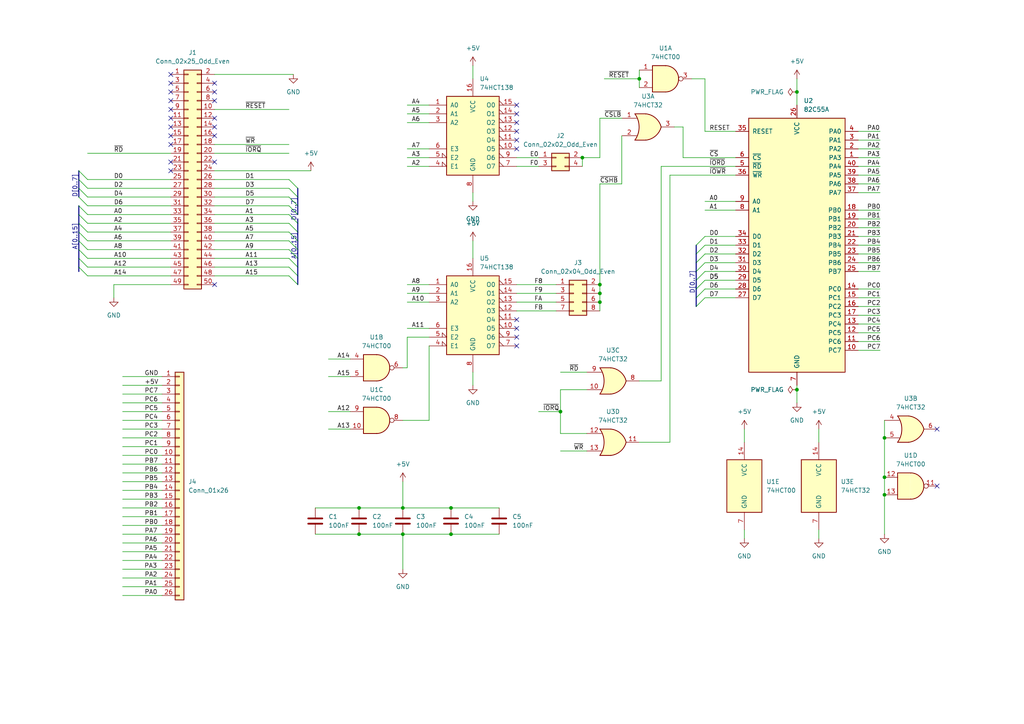
<source format=kicad_sch>
(kicad_sch (version 20230121) (generator eeschema)

  (uuid 274c54df-822e-4ce7-a47e-bbc8c39cb161)

  (paper "A4")

  (title_block
    (title "RABS664 Amstrad CPC 8255 PIO")
    (date "2023-06-26")
    (rev "3.1")
    (company "https://github.com/rabs664/Amstrad-CPC-8255-PIO")
  )

  (lib_symbols
    (symbol "74xx:74HCT00" (pin_names (offset 1.016)) (in_bom yes) (on_board yes)
      (property "Reference" "U" (at 0 1.27 0)
        (effects (font (size 1.27 1.27)))
      )
      (property "Value" "74HCT00" (at 0 -1.27 0)
        (effects (font (size 1.27 1.27)))
      )
      (property "Footprint" "" (at 0 0 0)
        (effects (font (size 1.27 1.27)) hide)
      )
      (property "Datasheet" "http://www.ti.com/lit/gpn/sn74hct00" (at 0 0 0)
        (effects (font (size 1.27 1.27)) hide)
      )
      (property "ki_locked" "" (at 0 0 0)
        (effects (font (size 1.27 1.27)))
      )
      (property "ki_keywords" "HCTMOS nand 2-input" (at 0 0 0)
        (effects (font (size 1.27 1.27)) hide)
      )
      (property "ki_description" "quad 2-input NAND gate" (at 0 0 0)
        (effects (font (size 1.27 1.27)) hide)
      )
      (property "ki_fp_filters" "DIP*W7.62mm* SO14*" (at 0 0 0)
        (effects (font (size 1.27 1.27)) hide)
      )
      (symbol "74HCT00_1_1"
        (arc (start 0 -3.81) (mid 3.7934 0) (end 0 3.81)
          (stroke (width 0.254) (type default))
          (fill (type background))
        )
        (polyline
          (pts
            (xy 0 3.81)
            (xy -3.81 3.81)
            (xy -3.81 -3.81)
            (xy 0 -3.81)
          )
          (stroke (width 0.254) (type default))
          (fill (type background))
        )
        (pin input line (at -7.62 2.54 0) (length 3.81)
          (name "~" (effects (font (size 1.27 1.27))))
          (number "1" (effects (font (size 1.27 1.27))))
        )
        (pin input line (at -7.62 -2.54 0) (length 3.81)
          (name "~" (effects (font (size 1.27 1.27))))
          (number "2" (effects (font (size 1.27 1.27))))
        )
        (pin output inverted (at 7.62 0 180) (length 3.81)
          (name "~" (effects (font (size 1.27 1.27))))
          (number "3" (effects (font (size 1.27 1.27))))
        )
      )
      (symbol "74HCT00_1_2"
        (arc (start -3.81 -3.81) (mid -2.589 0) (end -3.81 3.81)
          (stroke (width 0.254) (type default))
          (fill (type none))
        )
        (arc (start -0.6096 -3.81) (mid 2.1842 -2.5851) (end 3.81 0)
          (stroke (width 0.254) (type default))
          (fill (type background))
        )
        (polyline
          (pts
            (xy -3.81 -3.81)
            (xy -0.635 -3.81)
          )
          (stroke (width 0.254) (type default))
          (fill (type background))
        )
        (polyline
          (pts
            (xy -3.81 3.81)
            (xy -0.635 3.81)
          )
          (stroke (width 0.254) (type default))
          (fill (type background))
        )
        (polyline
          (pts
            (xy -0.635 3.81)
            (xy -3.81 3.81)
            (xy -3.81 3.81)
            (xy -3.556 3.4036)
            (xy -3.0226 2.2606)
            (xy -2.6924 1.0414)
            (xy -2.6162 -0.254)
            (xy -2.7686 -1.4986)
            (xy -3.175 -2.7178)
            (xy -3.81 -3.81)
            (xy -3.81 -3.81)
            (xy -0.635 -3.81)
          )
          (stroke (width -25.4) (type default))
          (fill (type background))
        )
        (arc (start 3.81 0) (mid 2.1915 2.5936) (end -0.6096 3.81)
          (stroke (width 0.254) (type default))
          (fill (type background))
        )
        (pin input inverted (at -7.62 2.54 0) (length 4.318)
          (name "~" (effects (font (size 1.27 1.27))))
          (number "1" (effects (font (size 1.27 1.27))))
        )
        (pin input inverted (at -7.62 -2.54 0) (length 4.318)
          (name "~" (effects (font (size 1.27 1.27))))
          (number "2" (effects (font (size 1.27 1.27))))
        )
        (pin output line (at 7.62 0 180) (length 3.81)
          (name "~" (effects (font (size 1.27 1.27))))
          (number "3" (effects (font (size 1.27 1.27))))
        )
      )
      (symbol "74HCT00_2_1"
        (arc (start 0 -3.81) (mid 3.7934 0) (end 0 3.81)
          (stroke (width 0.254) (type default))
          (fill (type background))
        )
        (polyline
          (pts
            (xy 0 3.81)
            (xy -3.81 3.81)
            (xy -3.81 -3.81)
            (xy 0 -3.81)
          )
          (stroke (width 0.254) (type default))
          (fill (type background))
        )
        (pin input line (at -7.62 2.54 0) (length 3.81)
          (name "~" (effects (font (size 1.27 1.27))))
          (number "4" (effects (font (size 1.27 1.27))))
        )
        (pin input line (at -7.62 -2.54 0) (length 3.81)
          (name "~" (effects (font (size 1.27 1.27))))
          (number "5" (effects (font (size 1.27 1.27))))
        )
        (pin output inverted (at 7.62 0 180) (length 3.81)
          (name "~" (effects (font (size 1.27 1.27))))
          (number "6" (effects (font (size 1.27 1.27))))
        )
      )
      (symbol "74HCT00_2_2"
        (arc (start -3.81 -3.81) (mid -2.589 0) (end -3.81 3.81)
          (stroke (width 0.254) (type default))
          (fill (type none))
        )
        (arc (start -0.6096 -3.81) (mid 2.1842 -2.5851) (end 3.81 0)
          (stroke (width 0.254) (type default))
          (fill (type background))
        )
        (polyline
          (pts
            (xy -3.81 -3.81)
            (xy -0.635 -3.81)
          )
          (stroke (width 0.254) (type default))
          (fill (type background))
        )
        (polyline
          (pts
            (xy -3.81 3.81)
            (xy -0.635 3.81)
          )
          (stroke (width 0.254) (type default))
          (fill (type background))
        )
        (polyline
          (pts
            (xy -0.635 3.81)
            (xy -3.81 3.81)
            (xy -3.81 3.81)
            (xy -3.556 3.4036)
            (xy -3.0226 2.2606)
            (xy -2.6924 1.0414)
            (xy -2.6162 -0.254)
            (xy -2.7686 -1.4986)
            (xy -3.175 -2.7178)
            (xy -3.81 -3.81)
            (xy -3.81 -3.81)
            (xy -0.635 -3.81)
          )
          (stroke (width -25.4) (type default))
          (fill (type background))
        )
        (arc (start 3.81 0) (mid 2.1915 2.5936) (end -0.6096 3.81)
          (stroke (width 0.254) (type default))
          (fill (type background))
        )
        (pin input inverted (at -7.62 2.54 0) (length 4.318)
          (name "~" (effects (font (size 1.27 1.27))))
          (number "4" (effects (font (size 1.27 1.27))))
        )
        (pin input inverted (at -7.62 -2.54 0) (length 4.318)
          (name "~" (effects (font (size 1.27 1.27))))
          (number "5" (effects (font (size 1.27 1.27))))
        )
        (pin output line (at 7.62 0 180) (length 3.81)
          (name "~" (effects (font (size 1.27 1.27))))
          (number "6" (effects (font (size 1.27 1.27))))
        )
      )
      (symbol "74HCT00_3_1"
        (arc (start 0 -3.81) (mid 3.7934 0) (end 0 3.81)
          (stroke (width 0.254) (type default))
          (fill (type background))
        )
        (polyline
          (pts
            (xy 0 3.81)
            (xy -3.81 3.81)
            (xy -3.81 -3.81)
            (xy 0 -3.81)
          )
          (stroke (width 0.254) (type default))
          (fill (type background))
        )
        (pin input line (at -7.62 -2.54 0) (length 3.81)
          (name "~" (effects (font (size 1.27 1.27))))
          (number "10" (effects (font (size 1.27 1.27))))
        )
        (pin output inverted (at 7.62 0 180) (length 3.81)
          (name "~" (effects (font (size 1.27 1.27))))
          (number "8" (effects (font (size 1.27 1.27))))
        )
        (pin input line (at -7.62 2.54 0) (length 3.81)
          (name "~" (effects (font (size 1.27 1.27))))
          (number "9" (effects (font (size 1.27 1.27))))
        )
      )
      (symbol "74HCT00_3_2"
        (arc (start -3.81 -3.81) (mid -2.589 0) (end -3.81 3.81)
          (stroke (width 0.254) (type default))
          (fill (type none))
        )
        (arc (start -0.6096 -3.81) (mid 2.1842 -2.5851) (end 3.81 0)
          (stroke (width 0.254) (type default))
          (fill (type background))
        )
        (polyline
          (pts
            (xy -3.81 -3.81)
            (xy -0.635 -3.81)
          )
          (stroke (width 0.254) (type default))
          (fill (type background))
        )
        (polyline
          (pts
            (xy -3.81 3.81)
            (xy -0.635 3.81)
          )
          (stroke (width 0.254) (type default))
          (fill (type background))
        )
        (polyline
          (pts
            (xy -0.635 3.81)
            (xy -3.81 3.81)
            (xy -3.81 3.81)
            (xy -3.556 3.4036)
            (xy -3.0226 2.2606)
            (xy -2.6924 1.0414)
            (xy -2.6162 -0.254)
            (xy -2.7686 -1.4986)
            (xy -3.175 -2.7178)
            (xy -3.81 -3.81)
            (xy -3.81 -3.81)
            (xy -0.635 -3.81)
          )
          (stroke (width -25.4) (type default))
          (fill (type background))
        )
        (arc (start 3.81 0) (mid 2.1915 2.5936) (end -0.6096 3.81)
          (stroke (width 0.254) (type default))
          (fill (type background))
        )
        (pin input inverted (at -7.62 -2.54 0) (length 4.318)
          (name "~" (effects (font (size 1.27 1.27))))
          (number "10" (effects (font (size 1.27 1.27))))
        )
        (pin output line (at 7.62 0 180) (length 3.81)
          (name "~" (effects (font (size 1.27 1.27))))
          (number "8" (effects (font (size 1.27 1.27))))
        )
        (pin input inverted (at -7.62 2.54 0) (length 4.318)
          (name "~" (effects (font (size 1.27 1.27))))
          (number "9" (effects (font (size 1.27 1.27))))
        )
      )
      (symbol "74HCT00_4_1"
        (arc (start 0 -3.81) (mid 3.7934 0) (end 0 3.81)
          (stroke (width 0.254) (type default))
          (fill (type background))
        )
        (polyline
          (pts
            (xy 0 3.81)
            (xy -3.81 3.81)
            (xy -3.81 -3.81)
            (xy 0 -3.81)
          )
          (stroke (width 0.254) (type default))
          (fill (type background))
        )
        (pin output inverted (at 7.62 0 180) (length 3.81)
          (name "~" (effects (font (size 1.27 1.27))))
          (number "11" (effects (font (size 1.27 1.27))))
        )
        (pin input line (at -7.62 2.54 0) (length 3.81)
          (name "~" (effects (font (size 1.27 1.27))))
          (number "12" (effects (font (size 1.27 1.27))))
        )
        (pin input line (at -7.62 -2.54 0) (length 3.81)
          (name "~" (effects (font (size 1.27 1.27))))
          (number "13" (effects (font (size 1.27 1.27))))
        )
      )
      (symbol "74HCT00_4_2"
        (arc (start -3.81 -3.81) (mid -2.589 0) (end -3.81 3.81)
          (stroke (width 0.254) (type default))
          (fill (type none))
        )
        (arc (start -0.6096 -3.81) (mid 2.1842 -2.5851) (end 3.81 0)
          (stroke (width 0.254) (type default))
          (fill (type background))
        )
        (polyline
          (pts
            (xy -3.81 -3.81)
            (xy -0.635 -3.81)
          )
          (stroke (width 0.254) (type default))
          (fill (type background))
        )
        (polyline
          (pts
            (xy -3.81 3.81)
            (xy -0.635 3.81)
          )
          (stroke (width 0.254) (type default))
          (fill (type background))
        )
        (polyline
          (pts
            (xy -0.635 3.81)
            (xy -3.81 3.81)
            (xy -3.81 3.81)
            (xy -3.556 3.4036)
            (xy -3.0226 2.2606)
            (xy -2.6924 1.0414)
            (xy -2.6162 -0.254)
            (xy -2.7686 -1.4986)
            (xy -3.175 -2.7178)
            (xy -3.81 -3.81)
            (xy -3.81 -3.81)
            (xy -0.635 -3.81)
          )
          (stroke (width -25.4) (type default))
          (fill (type background))
        )
        (arc (start 3.81 0) (mid 2.1915 2.5936) (end -0.6096 3.81)
          (stroke (width 0.254) (type default))
          (fill (type background))
        )
        (pin output line (at 7.62 0 180) (length 3.81)
          (name "~" (effects (font (size 1.27 1.27))))
          (number "11" (effects (font (size 1.27 1.27))))
        )
        (pin input inverted (at -7.62 2.54 0) (length 4.318)
          (name "~" (effects (font (size 1.27 1.27))))
          (number "12" (effects (font (size 1.27 1.27))))
        )
        (pin input inverted (at -7.62 -2.54 0) (length 4.318)
          (name "~" (effects (font (size 1.27 1.27))))
          (number "13" (effects (font (size 1.27 1.27))))
        )
      )
      (symbol "74HCT00_5_0"
        (pin power_in line (at 0 12.7 270) (length 5.08)
          (name "VCC" (effects (font (size 1.27 1.27))))
          (number "14" (effects (font (size 1.27 1.27))))
        )
        (pin power_in line (at 0 -12.7 90) (length 5.08)
          (name "GND" (effects (font (size 1.27 1.27))))
          (number "7" (effects (font (size 1.27 1.27))))
        )
      )
      (symbol "74HCT00_5_1"
        (rectangle (start -5.08 7.62) (end 5.08 -7.62)
          (stroke (width 0.254) (type default))
          (fill (type background))
        )
      )
    )
    (symbol "74xx:74LS138" (pin_names (offset 1.016)) (in_bom yes) (on_board yes)
      (property "Reference" "U" (at -7.62 11.43 0)
        (effects (font (size 1.27 1.27)))
      )
      (property "Value" "74LS138" (at -7.62 -13.97 0)
        (effects (font (size 1.27 1.27)))
      )
      (property "Footprint" "" (at 0 0 0)
        (effects (font (size 1.27 1.27)) hide)
      )
      (property "Datasheet" "http://www.ti.com/lit/gpn/sn74LS138" (at 0 0 0)
        (effects (font (size 1.27 1.27)) hide)
      )
      (property "ki_locked" "" (at 0 0 0)
        (effects (font (size 1.27 1.27)))
      )
      (property "ki_keywords" "TTL DECOD DECOD8" (at 0 0 0)
        (effects (font (size 1.27 1.27)) hide)
      )
      (property "ki_description" "Decoder 3 to 8 active low outputs" (at 0 0 0)
        (effects (font (size 1.27 1.27)) hide)
      )
      (property "ki_fp_filters" "DIP?16*" (at 0 0 0)
        (effects (font (size 1.27 1.27)) hide)
      )
      (symbol "74LS138_1_0"
        (pin input line (at -12.7 7.62 0) (length 5.08)
          (name "A0" (effects (font (size 1.27 1.27))))
          (number "1" (effects (font (size 1.27 1.27))))
        )
        (pin output output_low (at 12.7 -5.08 180) (length 5.08)
          (name "O5" (effects (font (size 1.27 1.27))))
          (number "10" (effects (font (size 1.27 1.27))))
        )
        (pin output output_low (at 12.7 -2.54 180) (length 5.08)
          (name "O4" (effects (font (size 1.27 1.27))))
          (number "11" (effects (font (size 1.27 1.27))))
        )
        (pin output output_low (at 12.7 0 180) (length 5.08)
          (name "O3" (effects (font (size 1.27 1.27))))
          (number "12" (effects (font (size 1.27 1.27))))
        )
        (pin output output_low (at 12.7 2.54 180) (length 5.08)
          (name "O2" (effects (font (size 1.27 1.27))))
          (number "13" (effects (font (size 1.27 1.27))))
        )
        (pin output output_low (at 12.7 5.08 180) (length 5.08)
          (name "O1" (effects (font (size 1.27 1.27))))
          (number "14" (effects (font (size 1.27 1.27))))
        )
        (pin output output_low (at 12.7 7.62 180) (length 5.08)
          (name "O0" (effects (font (size 1.27 1.27))))
          (number "15" (effects (font (size 1.27 1.27))))
        )
        (pin power_in line (at 0 15.24 270) (length 5.08)
          (name "VCC" (effects (font (size 1.27 1.27))))
          (number "16" (effects (font (size 1.27 1.27))))
        )
        (pin input line (at -12.7 5.08 0) (length 5.08)
          (name "A1" (effects (font (size 1.27 1.27))))
          (number "2" (effects (font (size 1.27 1.27))))
        )
        (pin input line (at -12.7 2.54 0) (length 5.08)
          (name "A2" (effects (font (size 1.27 1.27))))
          (number "3" (effects (font (size 1.27 1.27))))
        )
        (pin input input_low (at -12.7 -10.16 0) (length 5.08)
          (name "E1" (effects (font (size 1.27 1.27))))
          (number "4" (effects (font (size 1.27 1.27))))
        )
        (pin input input_low (at -12.7 -7.62 0) (length 5.08)
          (name "E2" (effects (font (size 1.27 1.27))))
          (number "5" (effects (font (size 1.27 1.27))))
        )
        (pin input line (at -12.7 -5.08 0) (length 5.08)
          (name "E3" (effects (font (size 1.27 1.27))))
          (number "6" (effects (font (size 1.27 1.27))))
        )
        (pin output output_low (at 12.7 -10.16 180) (length 5.08)
          (name "O7" (effects (font (size 1.27 1.27))))
          (number "7" (effects (font (size 1.27 1.27))))
        )
        (pin power_in line (at 0 -17.78 90) (length 5.08)
          (name "GND" (effects (font (size 1.27 1.27))))
          (number "8" (effects (font (size 1.27 1.27))))
        )
        (pin output output_low (at 12.7 -7.62 180) (length 5.08)
          (name "O6" (effects (font (size 1.27 1.27))))
          (number "9" (effects (font (size 1.27 1.27))))
        )
      )
      (symbol "74LS138_1_1"
        (rectangle (start -7.62 10.16) (end 7.62 -12.7)
          (stroke (width 0.254) (type default))
          (fill (type background))
        )
      )
    )
    (symbol "74xx:74LS32" (pin_names (offset 1.016)) (in_bom yes) (on_board yes)
      (property "Reference" "U" (at 0 1.27 0)
        (effects (font (size 1.27 1.27)))
      )
      (property "Value" "74LS32" (at 0 -1.27 0)
        (effects (font (size 1.27 1.27)))
      )
      (property "Footprint" "" (at 0 0 0)
        (effects (font (size 1.27 1.27)) hide)
      )
      (property "Datasheet" "http://www.ti.com/lit/gpn/sn74LS32" (at 0 0 0)
        (effects (font (size 1.27 1.27)) hide)
      )
      (property "ki_locked" "" (at 0 0 0)
        (effects (font (size 1.27 1.27)))
      )
      (property "ki_keywords" "TTL Or2" (at 0 0 0)
        (effects (font (size 1.27 1.27)) hide)
      )
      (property "ki_description" "Quad 2-input OR" (at 0 0 0)
        (effects (font (size 1.27 1.27)) hide)
      )
      (property "ki_fp_filters" "DIP?14*" (at 0 0 0)
        (effects (font (size 1.27 1.27)) hide)
      )
      (symbol "74LS32_1_1"
        (arc (start -3.81 -3.81) (mid -2.589 0) (end -3.81 3.81)
          (stroke (width 0.254) (type default))
          (fill (type none))
        )
        (arc (start -0.6096 -3.81) (mid 2.1842 -2.5851) (end 3.81 0)
          (stroke (width 0.254) (type default))
          (fill (type background))
        )
        (polyline
          (pts
            (xy -3.81 -3.81)
            (xy -0.635 -3.81)
          )
          (stroke (width 0.254) (type default))
          (fill (type background))
        )
        (polyline
          (pts
            (xy -3.81 3.81)
            (xy -0.635 3.81)
          )
          (stroke (width 0.254) (type default))
          (fill (type background))
        )
        (polyline
          (pts
            (xy -0.635 3.81)
            (xy -3.81 3.81)
            (xy -3.81 3.81)
            (xy -3.556 3.4036)
            (xy -3.0226 2.2606)
            (xy -2.6924 1.0414)
            (xy -2.6162 -0.254)
            (xy -2.7686 -1.4986)
            (xy -3.175 -2.7178)
            (xy -3.81 -3.81)
            (xy -3.81 -3.81)
            (xy -0.635 -3.81)
          )
          (stroke (width -25.4) (type default))
          (fill (type background))
        )
        (arc (start 3.81 0) (mid 2.1915 2.5936) (end -0.6096 3.81)
          (stroke (width 0.254) (type default))
          (fill (type background))
        )
        (pin input line (at -7.62 2.54 0) (length 4.318)
          (name "~" (effects (font (size 1.27 1.27))))
          (number "1" (effects (font (size 1.27 1.27))))
        )
        (pin input line (at -7.62 -2.54 0) (length 4.318)
          (name "~" (effects (font (size 1.27 1.27))))
          (number "2" (effects (font (size 1.27 1.27))))
        )
        (pin output line (at 7.62 0 180) (length 3.81)
          (name "~" (effects (font (size 1.27 1.27))))
          (number "3" (effects (font (size 1.27 1.27))))
        )
      )
      (symbol "74LS32_1_2"
        (arc (start 0 -3.81) (mid 3.7934 0) (end 0 3.81)
          (stroke (width 0.254) (type default))
          (fill (type background))
        )
        (polyline
          (pts
            (xy 0 3.81)
            (xy -3.81 3.81)
            (xy -3.81 -3.81)
            (xy 0 -3.81)
          )
          (stroke (width 0.254) (type default))
          (fill (type background))
        )
        (pin input inverted (at -7.62 2.54 0) (length 3.81)
          (name "~" (effects (font (size 1.27 1.27))))
          (number "1" (effects (font (size 1.27 1.27))))
        )
        (pin input inverted (at -7.62 -2.54 0) (length 3.81)
          (name "~" (effects (font (size 1.27 1.27))))
          (number "2" (effects (font (size 1.27 1.27))))
        )
        (pin output inverted (at 7.62 0 180) (length 3.81)
          (name "~" (effects (font (size 1.27 1.27))))
          (number "3" (effects (font (size 1.27 1.27))))
        )
      )
      (symbol "74LS32_2_1"
        (arc (start -3.81 -3.81) (mid -2.589 0) (end -3.81 3.81)
          (stroke (width 0.254) (type default))
          (fill (type none))
        )
        (arc (start -0.6096 -3.81) (mid 2.1842 -2.5851) (end 3.81 0)
          (stroke (width 0.254) (type default))
          (fill (type background))
        )
        (polyline
          (pts
            (xy -3.81 -3.81)
            (xy -0.635 -3.81)
          )
          (stroke (width 0.254) (type default))
          (fill (type background))
        )
        (polyline
          (pts
            (xy -3.81 3.81)
            (xy -0.635 3.81)
          )
          (stroke (width 0.254) (type default))
          (fill (type background))
        )
        (polyline
          (pts
            (xy -0.635 3.81)
            (xy -3.81 3.81)
            (xy -3.81 3.81)
            (xy -3.556 3.4036)
            (xy -3.0226 2.2606)
            (xy -2.6924 1.0414)
            (xy -2.6162 -0.254)
            (xy -2.7686 -1.4986)
            (xy -3.175 -2.7178)
            (xy -3.81 -3.81)
            (xy -3.81 -3.81)
            (xy -0.635 -3.81)
          )
          (stroke (width -25.4) (type default))
          (fill (type background))
        )
        (arc (start 3.81 0) (mid 2.1915 2.5936) (end -0.6096 3.81)
          (stroke (width 0.254) (type default))
          (fill (type background))
        )
        (pin input line (at -7.62 2.54 0) (length 4.318)
          (name "~" (effects (font (size 1.27 1.27))))
          (number "4" (effects (font (size 1.27 1.27))))
        )
        (pin input line (at -7.62 -2.54 0) (length 4.318)
          (name "~" (effects (font (size 1.27 1.27))))
          (number "5" (effects (font (size 1.27 1.27))))
        )
        (pin output line (at 7.62 0 180) (length 3.81)
          (name "~" (effects (font (size 1.27 1.27))))
          (number "6" (effects (font (size 1.27 1.27))))
        )
      )
      (symbol "74LS32_2_2"
        (arc (start 0 -3.81) (mid 3.7934 0) (end 0 3.81)
          (stroke (width 0.254) (type default))
          (fill (type background))
        )
        (polyline
          (pts
            (xy 0 3.81)
            (xy -3.81 3.81)
            (xy -3.81 -3.81)
            (xy 0 -3.81)
          )
          (stroke (width 0.254) (type default))
          (fill (type background))
        )
        (pin input inverted (at -7.62 2.54 0) (length 3.81)
          (name "~" (effects (font (size 1.27 1.27))))
          (number "4" (effects (font (size 1.27 1.27))))
        )
        (pin input inverted (at -7.62 -2.54 0) (length 3.81)
          (name "~" (effects (font (size 1.27 1.27))))
          (number "5" (effects (font (size 1.27 1.27))))
        )
        (pin output inverted (at 7.62 0 180) (length 3.81)
          (name "~" (effects (font (size 1.27 1.27))))
          (number "6" (effects (font (size 1.27 1.27))))
        )
      )
      (symbol "74LS32_3_1"
        (arc (start -3.81 -3.81) (mid -2.589 0) (end -3.81 3.81)
          (stroke (width 0.254) (type default))
          (fill (type none))
        )
        (arc (start -0.6096 -3.81) (mid 2.1842 -2.5851) (end 3.81 0)
          (stroke (width 0.254) (type default))
          (fill (type background))
        )
        (polyline
          (pts
            (xy -3.81 -3.81)
            (xy -0.635 -3.81)
          )
          (stroke (width 0.254) (type default))
          (fill (type background))
        )
        (polyline
          (pts
            (xy -3.81 3.81)
            (xy -0.635 3.81)
          )
          (stroke (width 0.254) (type default))
          (fill (type background))
        )
        (polyline
          (pts
            (xy -0.635 3.81)
            (xy -3.81 3.81)
            (xy -3.81 3.81)
            (xy -3.556 3.4036)
            (xy -3.0226 2.2606)
            (xy -2.6924 1.0414)
            (xy -2.6162 -0.254)
            (xy -2.7686 -1.4986)
            (xy -3.175 -2.7178)
            (xy -3.81 -3.81)
            (xy -3.81 -3.81)
            (xy -0.635 -3.81)
          )
          (stroke (width -25.4) (type default))
          (fill (type background))
        )
        (arc (start 3.81 0) (mid 2.1915 2.5936) (end -0.6096 3.81)
          (stroke (width 0.254) (type default))
          (fill (type background))
        )
        (pin input line (at -7.62 -2.54 0) (length 4.318)
          (name "~" (effects (font (size 1.27 1.27))))
          (number "10" (effects (font (size 1.27 1.27))))
        )
        (pin output line (at 7.62 0 180) (length 3.81)
          (name "~" (effects (font (size 1.27 1.27))))
          (number "8" (effects (font (size 1.27 1.27))))
        )
        (pin input line (at -7.62 2.54 0) (length 4.318)
          (name "~" (effects (font (size 1.27 1.27))))
          (number "9" (effects (font (size 1.27 1.27))))
        )
      )
      (symbol "74LS32_3_2"
        (arc (start 0 -3.81) (mid 3.7934 0) (end 0 3.81)
          (stroke (width 0.254) (type default))
          (fill (type background))
        )
        (polyline
          (pts
            (xy 0 3.81)
            (xy -3.81 3.81)
            (xy -3.81 -3.81)
            (xy 0 -3.81)
          )
          (stroke (width 0.254) (type default))
          (fill (type background))
        )
        (pin input inverted (at -7.62 -2.54 0) (length 3.81)
          (name "~" (effects (font (size 1.27 1.27))))
          (number "10" (effects (font (size 1.27 1.27))))
        )
        (pin output inverted (at 7.62 0 180) (length 3.81)
          (name "~" (effects (font (size 1.27 1.27))))
          (number "8" (effects (font (size 1.27 1.27))))
        )
        (pin input inverted (at -7.62 2.54 0) (length 3.81)
          (name "~" (effects (font (size 1.27 1.27))))
          (number "9" (effects (font (size 1.27 1.27))))
        )
      )
      (symbol "74LS32_4_1"
        (arc (start -3.81 -3.81) (mid -2.589 0) (end -3.81 3.81)
          (stroke (width 0.254) (type default))
          (fill (type none))
        )
        (arc (start -0.6096 -3.81) (mid 2.1842 -2.5851) (end 3.81 0)
          (stroke (width 0.254) (type default))
          (fill (type background))
        )
        (polyline
          (pts
            (xy -3.81 -3.81)
            (xy -0.635 -3.81)
          )
          (stroke (width 0.254) (type default))
          (fill (type background))
        )
        (polyline
          (pts
            (xy -3.81 3.81)
            (xy -0.635 3.81)
          )
          (stroke (width 0.254) (type default))
          (fill (type background))
        )
        (polyline
          (pts
            (xy -0.635 3.81)
            (xy -3.81 3.81)
            (xy -3.81 3.81)
            (xy -3.556 3.4036)
            (xy -3.0226 2.2606)
            (xy -2.6924 1.0414)
            (xy -2.6162 -0.254)
            (xy -2.7686 -1.4986)
            (xy -3.175 -2.7178)
            (xy -3.81 -3.81)
            (xy -3.81 -3.81)
            (xy -0.635 -3.81)
          )
          (stroke (width -25.4) (type default))
          (fill (type background))
        )
        (arc (start 3.81 0) (mid 2.1915 2.5936) (end -0.6096 3.81)
          (stroke (width 0.254) (type default))
          (fill (type background))
        )
        (pin output line (at 7.62 0 180) (length 3.81)
          (name "~" (effects (font (size 1.27 1.27))))
          (number "11" (effects (font (size 1.27 1.27))))
        )
        (pin input line (at -7.62 2.54 0) (length 4.318)
          (name "~" (effects (font (size 1.27 1.27))))
          (number "12" (effects (font (size 1.27 1.27))))
        )
        (pin input line (at -7.62 -2.54 0) (length 4.318)
          (name "~" (effects (font (size 1.27 1.27))))
          (number "13" (effects (font (size 1.27 1.27))))
        )
      )
      (symbol "74LS32_4_2"
        (arc (start 0 -3.81) (mid 3.7934 0) (end 0 3.81)
          (stroke (width 0.254) (type default))
          (fill (type background))
        )
        (polyline
          (pts
            (xy 0 3.81)
            (xy -3.81 3.81)
            (xy -3.81 -3.81)
            (xy 0 -3.81)
          )
          (stroke (width 0.254) (type default))
          (fill (type background))
        )
        (pin output inverted (at 7.62 0 180) (length 3.81)
          (name "~" (effects (font (size 1.27 1.27))))
          (number "11" (effects (font (size 1.27 1.27))))
        )
        (pin input inverted (at -7.62 2.54 0) (length 3.81)
          (name "~" (effects (font (size 1.27 1.27))))
          (number "12" (effects (font (size 1.27 1.27))))
        )
        (pin input inverted (at -7.62 -2.54 0) (length 3.81)
          (name "~" (effects (font (size 1.27 1.27))))
          (number "13" (effects (font (size 1.27 1.27))))
        )
      )
      (symbol "74LS32_5_0"
        (pin power_in line (at 0 12.7 270) (length 5.08)
          (name "VCC" (effects (font (size 1.27 1.27))))
          (number "14" (effects (font (size 1.27 1.27))))
        )
        (pin power_in line (at 0 -12.7 90) (length 5.08)
          (name "GND" (effects (font (size 1.27 1.27))))
          (number "7" (effects (font (size 1.27 1.27))))
        )
      )
      (symbol "74LS32_5_1"
        (rectangle (start -5.08 7.62) (end 5.08 -7.62)
          (stroke (width 0.254) (type default))
          (fill (type background))
        )
      )
    )
    (symbol "Connector_Generic:Conn_01x26" (pin_names (offset 1.016) hide) (in_bom yes) (on_board yes)
      (property "Reference" "J" (at 0 33.02 0)
        (effects (font (size 1.27 1.27)))
      )
      (property "Value" "Conn_01x26" (at 0 -35.56 0)
        (effects (font (size 1.27 1.27)))
      )
      (property "Footprint" "" (at 0 0 0)
        (effects (font (size 1.27 1.27)) hide)
      )
      (property "Datasheet" "~" (at 0 0 0)
        (effects (font (size 1.27 1.27)) hide)
      )
      (property "ki_keywords" "connector" (at 0 0 0)
        (effects (font (size 1.27 1.27)) hide)
      )
      (property "ki_description" "Generic connector, single row, 01x26, script generated (kicad-library-utils/schlib/autogen/connector/)" (at 0 0 0)
        (effects (font (size 1.27 1.27)) hide)
      )
      (property "ki_fp_filters" "Connector*:*_1x??_*" (at 0 0 0)
        (effects (font (size 1.27 1.27)) hide)
      )
      (symbol "Conn_01x26_1_1"
        (rectangle (start -1.27 -32.893) (end 0 -33.147)
          (stroke (width 0.1524) (type default))
          (fill (type none))
        )
        (rectangle (start -1.27 -30.353) (end 0 -30.607)
          (stroke (width 0.1524) (type default))
          (fill (type none))
        )
        (rectangle (start -1.27 -27.813) (end 0 -28.067)
          (stroke (width 0.1524) (type default))
          (fill (type none))
        )
        (rectangle (start -1.27 -25.273) (end 0 -25.527)
          (stroke (width 0.1524) (type default))
          (fill (type none))
        )
        (rectangle (start -1.27 -22.733) (end 0 -22.987)
          (stroke (width 0.1524) (type default))
          (fill (type none))
        )
        (rectangle (start -1.27 -20.193) (end 0 -20.447)
          (stroke (width 0.1524) (type default))
          (fill (type none))
        )
        (rectangle (start -1.27 -17.653) (end 0 -17.907)
          (stroke (width 0.1524) (type default))
          (fill (type none))
        )
        (rectangle (start -1.27 -15.113) (end 0 -15.367)
          (stroke (width 0.1524) (type default))
          (fill (type none))
        )
        (rectangle (start -1.27 -12.573) (end 0 -12.827)
          (stroke (width 0.1524) (type default))
          (fill (type none))
        )
        (rectangle (start -1.27 -10.033) (end 0 -10.287)
          (stroke (width 0.1524) (type default))
          (fill (type none))
        )
        (rectangle (start -1.27 -7.493) (end 0 -7.747)
          (stroke (width 0.1524) (type default))
          (fill (type none))
        )
        (rectangle (start -1.27 -4.953) (end 0 -5.207)
          (stroke (width 0.1524) (type default))
          (fill (type none))
        )
        (rectangle (start -1.27 -2.413) (end 0 -2.667)
          (stroke (width 0.1524) (type default))
          (fill (type none))
        )
        (rectangle (start -1.27 0.127) (end 0 -0.127)
          (stroke (width 0.1524) (type default))
          (fill (type none))
        )
        (rectangle (start -1.27 2.667) (end 0 2.413)
          (stroke (width 0.1524) (type default))
          (fill (type none))
        )
        (rectangle (start -1.27 5.207) (end 0 4.953)
          (stroke (width 0.1524) (type default))
          (fill (type none))
        )
        (rectangle (start -1.27 7.747) (end 0 7.493)
          (stroke (width 0.1524) (type default))
          (fill (type none))
        )
        (rectangle (start -1.27 10.287) (end 0 10.033)
          (stroke (width 0.1524) (type default))
          (fill (type none))
        )
        (rectangle (start -1.27 12.827) (end 0 12.573)
          (stroke (width 0.1524) (type default))
          (fill (type none))
        )
        (rectangle (start -1.27 15.367) (end 0 15.113)
          (stroke (width 0.1524) (type default))
          (fill (type none))
        )
        (rectangle (start -1.27 17.907) (end 0 17.653)
          (stroke (width 0.1524) (type default))
          (fill (type none))
        )
        (rectangle (start -1.27 20.447) (end 0 20.193)
          (stroke (width 0.1524) (type default))
          (fill (type none))
        )
        (rectangle (start -1.27 22.987) (end 0 22.733)
          (stroke (width 0.1524) (type default))
          (fill (type none))
        )
        (rectangle (start -1.27 25.527) (end 0 25.273)
          (stroke (width 0.1524) (type default))
          (fill (type none))
        )
        (rectangle (start -1.27 28.067) (end 0 27.813)
          (stroke (width 0.1524) (type default))
          (fill (type none))
        )
        (rectangle (start -1.27 30.607) (end 0 30.353)
          (stroke (width 0.1524) (type default))
          (fill (type none))
        )
        (rectangle (start -1.27 31.75) (end 1.27 -34.29)
          (stroke (width 0.254) (type default))
          (fill (type background))
        )
        (pin passive line (at -5.08 30.48 0) (length 3.81)
          (name "Pin_1" (effects (font (size 1.27 1.27))))
          (number "1" (effects (font (size 1.27 1.27))))
        )
        (pin passive line (at -5.08 7.62 0) (length 3.81)
          (name "Pin_10" (effects (font (size 1.27 1.27))))
          (number "10" (effects (font (size 1.27 1.27))))
        )
        (pin passive line (at -5.08 5.08 0) (length 3.81)
          (name "Pin_11" (effects (font (size 1.27 1.27))))
          (number "11" (effects (font (size 1.27 1.27))))
        )
        (pin passive line (at -5.08 2.54 0) (length 3.81)
          (name "Pin_12" (effects (font (size 1.27 1.27))))
          (number "12" (effects (font (size 1.27 1.27))))
        )
        (pin passive line (at -5.08 0 0) (length 3.81)
          (name "Pin_13" (effects (font (size 1.27 1.27))))
          (number "13" (effects (font (size 1.27 1.27))))
        )
        (pin passive line (at -5.08 -2.54 0) (length 3.81)
          (name "Pin_14" (effects (font (size 1.27 1.27))))
          (number "14" (effects (font (size 1.27 1.27))))
        )
        (pin passive line (at -5.08 -5.08 0) (length 3.81)
          (name "Pin_15" (effects (font (size 1.27 1.27))))
          (number "15" (effects (font (size 1.27 1.27))))
        )
        (pin passive line (at -5.08 -7.62 0) (length 3.81)
          (name "Pin_16" (effects (font (size 1.27 1.27))))
          (number "16" (effects (font (size 1.27 1.27))))
        )
        (pin passive line (at -5.08 -10.16 0) (length 3.81)
          (name "Pin_17" (effects (font (size 1.27 1.27))))
          (number "17" (effects (font (size 1.27 1.27))))
        )
        (pin passive line (at -5.08 -12.7 0) (length 3.81)
          (name "Pin_18" (effects (font (size 1.27 1.27))))
          (number "18" (effects (font (size 1.27 1.27))))
        )
        (pin passive line (at -5.08 -15.24 0) (length 3.81)
          (name "Pin_19" (effects (font (size 1.27 1.27))))
          (number "19" (effects (font (size 1.27 1.27))))
        )
        (pin passive line (at -5.08 27.94 0) (length 3.81)
          (name "Pin_2" (effects (font (size 1.27 1.27))))
          (number "2" (effects (font (size 1.27 1.27))))
        )
        (pin passive line (at -5.08 -17.78 0) (length 3.81)
          (name "Pin_20" (effects (font (size 1.27 1.27))))
          (number "20" (effects (font (size 1.27 1.27))))
        )
        (pin passive line (at -5.08 -20.32 0) (length 3.81)
          (name "Pin_21" (effects (font (size 1.27 1.27))))
          (number "21" (effects (font (size 1.27 1.27))))
        )
        (pin passive line (at -5.08 -22.86 0) (length 3.81)
          (name "Pin_22" (effects (font (size 1.27 1.27))))
          (number "22" (effects (font (size 1.27 1.27))))
        )
        (pin passive line (at -5.08 -25.4 0) (length 3.81)
          (name "Pin_23" (effects (font (size 1.27 1.27))))
          (number "23" (effects (font (size 1.27 1.27))))
        )
        (pin passive line (at -5.08 -27.94 0) (length 3.81)
          (name "Pin_24" (effects (font (size 1.27 1.27))))
          (number "24" (effects (font (size 1.27 1.27))))
        )
        (pin passive line (at -5.08 -30.48 0) (length 3.81)
          (name "Pin_25" (effects (font (size 1.27 1.27))))
          (number "25" (effects (font (size 1.27 1.27))))
        )
        (pin passive line (at -5.08 -33.02 0) (length 3.81)
          (name "Pin_26" (effects (font (size 1.27 1.27))))
          (number "26" (effects (font (size 1.27 1.27))))
        )
        (pin passive line (at -5.08 25.4 0) (length 3.81)
          (name "Pin_3" (effects (font (size 1.27 1.27))))
          (number "3" (effects (font (size 1.27 1.27))))
        )
        (pin passive line (at -5.08 22.86 0) (length 3.81)
          (name "Pin_4" (effects (font (size 1.27 1.27))))
          (number "4" (effects (font (size 1.27 1.27))))
        )
        (pin passive line (at -5.08 20.32 0) (length 3.81)
          (name "Pin_5" (effects (font (size 1.27 1.27))))
          (number "5" (effects (font (size 1.27 1.27))))
        )
        (pin passive line (at -5.08 17.78 0) (length 3.81)
          (name "Pin_6" (effects (font (size 1.27 1.27))))
          (number "6" (effects (font (size 1.27 1.27))))
        )
        (pin passive line (at -5.08 15.24 0) (length 3.81)
          (name "Pin_7" (effects (font (size 1.27 1.27))))
          (number "7" (effects (font (size 1.27 1.27))))
        )
        (pin passive line (at -5.08 12.7 0) (length 3.81)
          (name "Pin_8" (effects (font (size 1.27 1.27))))
          (number "8" (effects (font (size 1.27 1.27))))
        )
        (pin passive line (at -5.08 10.16 0) (length 3.81)
          (name "Pin_9" (effects (font (size 1.27 1.27))))
          (number "9" (effects (font (size 1.27 1.27))))
        )
      )
    )
    (symbol "Connector_Generic:Conn_02x02_Odd_Even" (pin_names (offset 1.016) hide) (in_bom yes) (on_board yes)
      (property "Reference" "J" (at 1.27 2.54 0)
        (effects (font (size 1.27 1.27)))
      )
      (property "Value" "Conn_02x02_Odd_Even" (at 1.27 -5.08 0)
        (effects (font (size 1.27 1.27)))
      )
      (property "Footprint" "" (at 0 0 0)
        (effects (font (size 1.27 1.27)) hide)
      )
      (property "Datasheet" "~" (at 0 0 0)
        (effects (font (size 1.27 1.27)) hide)
      )
      (property "ki_keywords" "connector" (at 0 0 0)
        (effects (font (size 1.27 1.27)) hide)
      )
      (property "ki_description" "Generic connector, double row, 02x02, odd/even pin numbering scheme (row 1 odd numbers, row 2 even numbers), script generated (kicad-library-utils/schlib/autogen/connector/)" (at 0 0 0)
        (effects (font (size 1.27 1.27)) hide)
      )
      (property "ki_fp_filters" "Connector*:*_2x??_*" (at 0 0 0)
        (effects (font (size 1.27 1.27)) hide)
      )
      (symbol "Conn_02x02_Odd_Even_1_1"
        (rectangle (start -1.27 -2.413) (end 0 -2.667)
          (stroke (width 0.1524) (type default))
          (fill (type none))
        )
        (rectangle (start -1.27 0.127) (end 0 -0.127)
          (stroke (width 0.1524) (type default))
          (fill (type none))
        )
        (rectangle (start -1.27 1.27) (end 3.81 -3.81)
          (stroke (width 0.254) (type default))
          (fill (type background))
        )
        (rectangle (start 3.81 -2.413) (end 2.54 -2.667)
          (stroke (width 0.1524) (type default))
          (fill (type none))
        )
        (rectangle (start 3.81 0.127) (end 2.54 -0.127)
          (stroke (width 0.1524) (type default))
          (fill (type none))
        )
        (pin passive line (at -5.08 0 0) (length 3.81)
          (name "Pin_1" (effects (font (size 1.27 1.27))))
          (number "1" (effects (font (size 1.27 1.27))))
        )
        (pin passive line (at 7.62 0 180) (length 3.81)
          (name "Pin_2" (effects (font (size 1.27 1.27))))
          (number "2" (effects (font (size 1.27 1.27))))
        )
        (pin passive line (at -5.08 -2.54 0) (length 3.81)
          (name "Pin_3" (effects (font (size 1.27 1.27))))
          (number "3" (effects (font (size 1.27 1.27))))
        )
        (pin passive line (at 7.62 -2.54 180) (length 3.81)
          (name "Pin_4" (effects (font (size 1.27 1.27))))
          (number "4" (effects (font (size 1.27 1.27))))
        )
      )
    )
    (symbol "Connector_Generic:Conn_02x04_Odd_Even" (pin_names (offset 1.016) hide) (in_bom yes) (on_board yes)
      (property "Reference" "J" (at 1.27 5.08 0)
        (effects (font (size 1.27 1.27)))
      )
      (property "Value" "Conn_02x04_Odd_Even" (at 1.27 -7.62 0)
        (effects (font (size 1.27 1.27)))
      )
      (property "Footprint" "" (at 0 0 0)
        (effects (font (size 1.27 1.27)) hide)
      )
      (property "Datasheet" "~" (at 0 0 0)
        (effects (font (size 1.27 1.27)) hide)
      )
      (property "ki_keywords" "connector" (at 0 0 0)
        (effects (font (size 1.27 1.27)) hide)
      )
      (property "ki_description" "Generic connector, double row, 02x04, odd/even pin numbering scheme (row 1 odd numbers, row 2 even numbers), script generated (kicad-library-utils/schlib/autogen/connector/)" (at 0 0 0)
        (effects (font (size 1.27 1.27)) hide)
      )
      (property "ki_fp_filters" "Connector*:*_2x??_*" (at 0 0 0)
        (effects (font (size 1.27 1.27)) hide)
      )
      (symbol "Conn_02x04_Odd_Even_1_1"
        (rectangle (start -1.27 -4.953) (end 0 -5.207)
          (stroke (width 0.1524) (type default))
          (fill (type none))
        )
        (rectangle (start -1.27 -2.413) (end 0 -2.667)
          (stroke (width 0.1524) (type default))
          (fill (type none))
        )
        (rectangle (start -1.27 0.127) (end 0 -0.127)
          (stroke (width 0.1524) (type default))
          (fill (type none))
        )
        (rectangle (start -1.27 2.667) (end 0 2.413)
          (stroke (width 0.1524) (type default))
          (fill (type none))
        )
        (rectangle (start -1.27 3.81) (end 3.81 -6.35)
          (stroke (width 0.254) (type default))
          (fill (type background))
        )
        (rectangle (start 3.81 -4.953) (end 2.54 -5.207)
          (stroke (width 0.1524) (type default))
          (fill (type none))
        )
        (rectangle (start 3.81 -2.413) (end 2.54 -2.667)
          (stroke (width 0.1524) (type default))
          (fill (type none))
        )
        (rectangle (start 3.81 0.127) (end 2.54 -0.127)
          (stroke (width 0.1524) (type default))
          (fill (type none))
        )
        (rectangle (start 3.81 2.667) (end 2.54 2.413)
          (stroke (width 0.1524) (type default))
          (fill (type none))
        )
        (pin passive line (at -5.08 2.54 0) (length 3.81)
          (name "Pin_1" (effects (font (size 1.27 1.27))))
          (number "1" (effects (font (size 1.27 1.27))))
        )
        (pin passive line (at 7.62 2.54 180) (length 3.81)
          (name "Pin_2" (effects (font (size 1.27 1.27))))
          (number "2" (effects (font (size 1.27 1.27))))
        )
        (pin passive line (at -5.08 0 0) (length 3.81)
          (name "Pin_3" (effects (font (size 1.27 1.27))))
          (number "3" (effects (font (size 1.27 1.27))))
        )
        (pin passive line (at 7.62 0 180) (length 3.81)
          (name "Pin_4" (effects (font (size 1.27 1.27))))
          (number "4" (effects (font (size 1.27 1.27))))
        )
        (pin passive line (at -5.08 -2.54 0) (length 3.81)
          (name "Pin_5" (effects (font (size 1.27 1.27))))
          (number "5" (effects (font (size 1.27 1.27))))
        )
        (pin passive line (at 7.62 -2.54 180) (length 3.81)
          (name "Pin_6" (effects (font (size 1.27 1.27))))
          (number "6" (effects (font (size 1.27 1.27))))
        )
        (pin passive line (at -5.08 -5.08 0) (length 3.81)
          (name "Pin_7" (effects (font (size 1.27 1.27))))
          (number "7" (effects (font (size 1.27 1.27))))
        )
        (pin passive line (at 7.62 -5.08 180) (length 3.81)
          (name "Pin_8" (effects (font (size 1.27 1.27))))
          (number "8" (effects (font (size 1.27 1.27))))
        )
      )
    )
    (symbol "Connector_Generic:Conn_02x25_Odd_Even" (pin_names (offset 1.016) hide) (in_bom yes) (on_board yes)
      (property "Reference" "J" (at 1.27 33.02 0)
        (effects (font (size 1.27 1.27)))
      )
      (property "Value" "Conn_02x25_Odd_Even" (at 1.27 -33.02 0)
        (effects (font (size 1.27 1.27)))
      )
      (property "Footprint" "" (at 0 0 0)
        (effects (font (size 1.27 1.27)) hide)
      )
      (property "Datasheet" "~" (at 0 0 0)
        (effects (font (size 1.27 1.27)) hide)
      )
      (property "ki_keywords" "connector" (at 0 0 0)
        (effects (font (size 1.27 1.27)) hide)
      )
      (property "ki_description" "Generic connector, double row, 02x25, odd/even pin numbering scheme (row 1 odd numbers, row 2 even numbers), script generated (kicad-library-utils/schlib/autogen/connector/)" (at 0 0 0)
        (effects (font (size 1.27 1.27)) hide)
      )
      (property "ki_fp_filters" "Connector*:*_2x??_*" (at 0 0 0)
        (effects (font (size 1.27 1.27)) hide)
      )
      (symbol "Conn_02x25_Odd_Even_1_1"
        (rectangle (start -1.27 -30.353) (end 0 -30.607)
          (stroke (width 0.1524) (type default))
          (fill (type none))
        )
        (rectangle (start -1.27 -27.813) (end 0 -28.067)
          (stroke (width 0.1524) (type default))
          (fill (type none))
        )
        (rectangle (start -1.27 -25.273) (end 0 -25.527)
          (stroke (width 0.1524) (type default))
          (fill (type none))
        )
        (rectangle (start -1.27 -22.733) (end 0 -22.987)
          (stroke (width 0.1524) (type default))
          (fill (type none))
        )
        (rectangle (start -1.27 -20.193) (end 0 -20.447)
          (stroke (width 0.1524) (type default))
          (fill (type none))
        )
        (rectangle (start -1.27 -17.653) (end 0 -17.907)
          (stroke (width 0.1524) (type default))
          (fill (type none))
        )
        (rectangle (start -1.27 -15.113) (end 0 -15.367)
          (stroke (width 0.1524) (type default))
          (fill (type none))
        )
        (rectangle (start -1.27 -12.573) (end 0 -12.827)
          (stroke (width 0.1524) (type default))
          (fill (type none))
        )
        (rectangle (start -1.27 -10.033) (end 0 -10.287)
          (stroke (width 0.1524) (type default))
          (fill (type none))
        )
        (rectangle (start -1.27 -7.493) (end 0 -7.747)
          (stroke (width 0.1524) (type default))
          (fill (type none))
        )
        (rectangle (start -1.27 -4.953) (end 0 -5.207)
          (stroke (width 0.1524) (type default))
          (fill (type none))
        )
        (rectangle (start -1.27 -2.413) (end 0 -2.667)
          (stroke (width 0.1524) (type default))
          (fill (type none))
        )
        (rectangle (start -1.27 0.127) (end 0 -0.127)
          (stroke (width 0.1524) (type default))
          (fill (type none))
        )
        (rectangle (start -1.27 2.667) (end 0 2.413)
          (stroke (width 0.1524) (type default))
          (fill (type none))
        )
        (rectangle (start -1.27 5.207) (end 0 4.953)
          (stroke (width 0.1524) (type default))
          (fill (type none))
        )
        (rectangle (start -1.27 7.747) (end 0 7.493)
          (stroke (width 0.1524) (type default))
          (fill (type none))
        )
        (rectangle (start -1.27 10.287) (end 0 10.033)
          (stroke (width 0.1524) (type default))
          (fill (type none))
        )
        (rectangle (start -1.27 12.827) (end 0 12.573)
          (stroke (width 0.1524) (type default))
          (fill (type none))
        )
        (rectangle (start -1.27 15.367) (end 0 15.113)
          (stroke (width 0.1524) (type default))
          (fill (type none))
        )
        (rectangle (start -1.27 17.907) (end 0 17.653)
          (stroke (width 0.1524) (type default))
          (fill (type none))
        )
        (rectangle (start -1.27 20.447) (end 0 20.193)
          (stroke (width 0.1524) (type default))
          (fill (type none))
        )
        (rectangle (start -1.27 22.987) (end 0 22.733)
          (stroke (width 0.1524) (type default))
          (fill (type none))
        )
        (rectangle (start -1.27 25.527) (end 0 25.273)
          (stroke (width 0.1524) (type default))
          (fill (type none))
        )
        (rectangle (start -1.27 28.067) (end 0 27.813)
          (stroke (width 0.1524) (type default))
          (fill (type none))
        )
        (rectangle (start -1.27 30.607) (end 0 30.353)
          (stroke (width 0.1524) (type default))
          (fill (type none))
        )
        (rectangle (start -1.27 31.75) (end 3.81 -31.75)
          (stroke (width 0.254) (type default))
          (fill (type background))
        )
        (rectangle (start 3.81 -30.353) (end 2.54 -30.607)
          (stroke (width 0.1524) (type default))
          (fill (type none))
        )
        (rectangle (start 3.81 -27.813) (end 2.54 -28.067)
          (stroke (width 0.1524) (type default))
          (fill (type none))
        )
        (rectangle (start 3.81 -25.273) (end 2.54 -25.527)
          (stroke (width 0.1524) (type default))
          (fill (type none))
        )
        (rectangle (start 3.81 -22.733) (end 2.54 -22.987)
          (stroke (width 0.1524) (type default))
          (fill (type none))
        )
        (rectangle (start 3.81 -20.193) (end 2.54 -20.447)
          (stroke (width 0.1524) (type default))
          (fill (type none))
        )
        (rectangle (start 3.81 -17.653) (end 2.54 -17.907)
          (stroke (width 0.1524) (type default))
          (fill (type none))
        )
        (rectangle (start 3.81 -15.113) (end 2.54 -15.367)
          (stroke (width 0.1524) (type default))
          (fill (type none))
        )
        (rectangle (start 3.81 -12.573) (end 2.54 -12.827)
          (stroke (width 0.1524) (type default))
          (fill (type none))
        )
        (rectangle (start 3.81 -10.033) (end 2.54 -10.287)
          (stroke (width 0.1524) (type default))
          (fill (type none))
        )
        (rectangle (start 3.81 -7.493) (end 2.54 -7.747)
          (stroke (width 0.1524) (type default))
          (fill (type none))
        )
        (rectangle (start 3.81 -4.953) (end 2.54 -5.207)
          (stroke (width 0.1524) (type default))
          (fill (type none))
        )
        (rectangle (start 3.81 -2.413) (end 2.54 -2.667)
          (stroke (width 0.1524) (type default))
          (fill (type none))
        )
        (rectangle (start 3.81 0.127) (end 2.54 -0.127)
          (stroke (width 0.1524) (type default))
          (fill (type none))
        )
        (rectangle (start 3.81 2.667) (end 2.54 2.413)
          (stroke (width 0.1524) (type default))
          (fill (type none))
        )
        (rectangle (start 3.81 5.207) (end 2.54 4.953)
          (stroke (width 0.1524) (type default))
          (fill (type none))
        )
        (rectangle (start 3.81 7.747) (end 2.54 7.493)
          (stroke (width 0.1524) (type default))
          (fill (type none))
        )
        (rectangle (start 3.81 10.287) (end 2.54 10.033)
          (stroke (width 0.1524) (type default))
          (fill (type none))
        )
        (rectangle (start 3.81 12.827) (end 2.54 12.573)
          (stroke (width 0.1524) (type default))
          (fill (type none))
        )
        (rectangle (start 3.81 15.367) (end 2.54 15.113)
          (stroke (width 0.1524) (type default))
          (fill (type none))
        )
        (rectangle (start 3.81 17.907) (end 2.54 17.653)
          (stroke (width 0.1524) (type default))
          (fill (type none))
        )
        (rectangle (start 3.81 20.447) (end 2.54 20.193)
          (stroke (width 0.1524) (type default))
          (fill (type none))
        )
        (rectangle (start 3.81 22.987) (end 2.54 22.733)
          (stroke (width 0.1524) (type default))
          (fill (type none))
        )
        (rectangle (start 3.81 25.527) (end 2.54 25.273)
          (stroke (width 0.1524) (type default))
          (fill (type none))
        )
        (rectangle (start 3.81 28.067) (end 2.54 27.813)
          (stroke (width 0.1524) (type default))
          (fill (type none))
        )
        (rectangle (start 3.81 30.607) (end 2.54 30.353)
          (stroke (width 0.1524) (type default))
          (fill (type none))
        )
        (pin passive line (at -5.08 30.48 0) (length 3.81)
          (name "Pin_1" (effects (font (size 1.27 1.27))))
          (number "1" (effects (font (size 1.27 1.27))))
        )
        (pin passive line (at 7.62 20.32 180) (length 3.81)
          (name "Pin_10" (effects (font (size 1.27 1.27))))
          (number "10" (effects (font (size 1.27 1.27))))
        )
        (pin passive line (at -5.08 17.78 0) (length 3.81)
          (name "Pin_11" (effects (font (size 1.27 1.27))))
          (number "11" (effects (font (size 1.27 1.27))))
        )
        (pin passive line (at 7.62 17.78 180) (length 3.81)
          (name "Pin_12" (effects (font (size 1.27 1.27))))
          (number "12" (effects (font (size 1.27 1.27))))
        )
        (pin passive line (at -5.08 15.24 0) (length 3.81)
          (name "Pin_13" (effects (font (size 1.27 1.27))))
          (number "13" (effects (font (size 1.27 1.27))))
        )
        (pin passive line (at 7.62 15.24 180) (length 3.81)
          (name "Pin_14" (effects (font (size 1.27 1.27))))
          (number "14" (effects (font (size 1.27 1.27))))
        )
        (pin passive line (at -5.08 12.7 0) (length 3.81)
          (name "Pin_15" (effects (font (size 1.27 1.27))))
          (number "15" (effects (font (size 1.27 1.27))))
        )
        (pin passive line (at 7.62 12.7 180) (length 3.81)
          (name "Pin_16" (effects (font (size 1.27 1.27))))
          (number "16" (effects (font (size 1.27 1.27))))
        )
        (pin passive line (at -5.08 10.16 0) (length 3.81)
          (name "Pin_17" (effects (font (size 1.27 1.27))))
          (number "17" (effects (font (size 1.27 1.27))))
        )
        (pin passive line (at 7.62 10.16 180) (length 3.81)
          (name "Pin_18" (effects (font (size 1.27 1.27))))
          (number "18" (effects (font (size 1.27 1.27))))
        )
        (pin passive line (at -5.08 7.62 0) (length 3.81)
          (name "Pin_19" (effects (font (size 1.27 1.27))))
          (number "19" (effects (font (size 1.27 1.27))))
        )
        (pin passive line (at 7.62 30.48 180) (length 3.81)
          (name "Pin_2" (effects (font (size 1.27 1.27))))
          (number "2" (effects (font (size 1.27 1.27))))
        )
        (pin passive line (at 7.62 7.62 180) (length 3.81)
          (name "Pin_20" (effects (font (size 1.27 1.27))))
          (number "20" (effects (font (size 1.27 1.27))))
        )
        (pin passive line (at -5.08 5.08 0) (length 3.81)
          (name "Pin_21" (effects (font (size 1.27 1.27))))
          (number "21" (effects (font (size 1.27 1.27))))
        )
        (pin passive line (at 7.62 5.08 180) (length 3.81)
          (name "Pin_22" (effects (font (size 1.27 1.27))))
          (number "22" (effects (font (size 1.27 1.27))))
        )
        (pin passive line (at -5.08 2.54 0) (length 3.81)
          (name "Pin_23" (effects (font (size 1.27 1.27))))
          (number "23" (effects (font (size 1.27 1.27))))
        )
        (pin passive line (at 7.62 2.54 180) (length 3.81)
          (name "Pin_24" (effects (font (size 1.27 1.27))))
          (number "24" (effects (font (size 1.27 1.27))))
        )
        (pin passive line (at -5.08 0 0) (length 3.81)
          (name "Pin_25" (effects (font (size 1.27 1.27))))
          (number "25" (effects (font (size 1.27 1.27))))
        )
        (pin passive line (at 7.62 0 180) (length 3.81)
          (name "Pin_26" (effects (font (size 1.27 1.27))))
          (number "26" (effects (font (size 1.27 1.27))))
        )
        (pin passive line (at -5.08 -2.54 0) (length 3.81)
          (name "Pin_27" (effects (font (size 1.27 1.27))))
          (number "27" (effects (font (size 1.27 1.27))))
        )
        (pin passive line (at 7.62 -2.54 180) (length 3.81)
          (name "Pin_28" (effects (font (size 1.27 1.27))))
          (number "28" (effects (font (size 1.27 1.27))))
        )
        (pin passive line (at -5.08 -5.08 0) (length 3.81)
          (name "Pin_29" (effects (font (size 1.27 1.27))))
          (number "29" (effects (font (size 1.27 1.27))))
        )
        (pin passive line (at -5.08 27.94 0) (length 3.81)
          (name "Pin_3" (effects (font (size 1.27 1.27))))
          (number "3" (effects (font (size 1.27 1.27))))
        )
        (pin passive line (at 7.62 -5.08 180) (length 3.81)
          (name "Pin_30" (effects (font (size 1.27 1.27))))
          (number "30" (effects (font (size 1.27 1.27))))
        )
        (pin passive line (at -5.08 -7.62 0) (length 3.81)
          (name "Pin_31" (effects (font (size 1.27 1.27))))
          (number "31" (effects (font (size 1.27 1.27))))
        )
        (pin passive line (at 7.62 -7.62 180) (length 3.81)
          (name "Pin_32" (effects (font (size 1.27 1.27))))
          (number "32" (effects (font (size 1.27 1.27))))
        )
        (pin passive line (at -5.08 -10.16 0) (length 3.81)
          (name "Pin_33" (effects (font (size 1.27 1.27))))
          (number "33" (effects (font (size 1.27 1.27))))
        )
        (pin passive line (at 7.62 -10.16 180) (length 3.81)
          (name "Pin_34" (effects (font (size 1.27 1.27))))
          (number "34" (effects (font (size 1.27 1.27))))
        )
        (pin passive line (at -5.08 -12.7 0) (length 3.81)
          (name "Pin_35" (effects (font (size 1.27 1.27))))
          (number "35" (effects (font (size 1.27 1.27))))
        )
        (pin passive line (at 7.62 -12.7 180) (length 3.81)
          (name "Pin_36" (effects (font (size 1.27 1.27))))
          (number "36" (effects (font (size 1.27 1.27))))
        )
        (pin passive line (at -5.08 -15.24 0) (length 3.81)
          (name "Pin_37" (effects (font (size 1.27 1.27))))
          (number "37" (effects (font (size 1.27 1.27))))
        )
        (pin passive line (at 7.62 -15.24 180) (length 3.81)
          (name "Pin_38" (effects (font (size 1.27 1.27))))
          (number "38" (effects (font (size 1.27 1.27))))
        )
        (pin passive line (at -5.08 -17.78 0) (length 3.81)
          (name "Pin_39" (effects (font (size 1.27 1.27))))
          (number "39" (effects (font (size 1.27 1.27))))
        )
        (pin passive line (at 7.62 27.94 180) (length 3.81)
          (name "Pin_4" (effects (font (size 1.27 1.27))))
          (number "4" (effects (font (size 1.27 1.27))))
        )
        (pin passive line (at 7.62 -17.78 180) (length 3.81)
          (name "Pin_40" (effects (font (size 1.27 1.27))))
          (number "40" (effects (font (size 1.27 1.27))))
        )
        (pin passive line (at -5.08 -20.32 0) (length 3.81)
          (name "Pin_41" (effects (font (size 1.27 1.27))))
          (number "41" (effects (font (size 1.27 1.27))))
        )
        (pin passive line (at 7.62 -20.32 180) (length 3.81)
          (name "Pin_42" (effects (font (size 1.27 1.27))))
          (number "42" (effects (font (size 1.27 1.27))))
        )
        (pin passive line (at -5.08 -22.86 0) (length 3.81)
          (name "Pin_43" (effects (font (size 1.27 1.27))))
          (number "43" (effects (font (size 1.27 1.27))))
        )
        (pin passive line (at 7.62 -22.86 180) (length 3.81)
          (name "Pin_44" (effects (font (size 1.27 1.27))))
          (number "44" (effects (font (size 1.27 1.27))))
        )
        (pin passive line (at -5.08 -25.4 0) (length 3.81)
          (name "Pin_45" (effects (font (size 1.27 1.27))))
          (number "45" (effects (font (size 1.27 1.27))))
        )
        (pin passive line (at 7.62 -25.4 180) (length 3.81)
          (name "Pin_46" (effects (font (size 1.27 1.27))))
          (number "46" (effects (font (size 1.27 1.27))))
        )
        (pin passive line (at -5.08 -27.94 0) (length 3.81)
          (name "Pin_47" (effects (font (size 1.27 1.27))))
          (number "47" (effects (font (size 1.27 1.27))))
        )
        (pin passive line (at 7.62 -27.94 180) (length 3.81)
          (name "Pin_48" (effects (font (size 1.27 1.27))))
          (number "48" (effects (font (size 1.27 1.27))))
        )
        (pin passive line (at -5.08 -30.48 0) (length 3.81)
          (name "Pin_49" (effects (font (size 1.27 1.27))))
          (number "49" (effects (font (size 1.27 1.27))))
        )
        (pin passive line (at -5.08 25.4 0) (length 3.81)
          (name "Pin_5" (effects (font (size 1.27 1.27))))
          (number "5" (effects (font (size 1.27 1.27))))
        )
        (pin passive line (at 7.62 -30.48 180) (length 3.81)
          (name "Pin_50" (effects (font (size 1.27 1.27))))
          (number "50" (effects (font (size 1.27 1.27))))
        )
        (pin passive line (at 7.62 25.4 180) (length 3.81)
          (name "Pin_6" (effects (font (size 1.27 1.27))))
          (number "6" (effects (font (size 1.27 1.27))))
        )
        (pin passive line (at -5.08 22.86 0) (length 3.81)
          (name "Pin_7" (effects (font (size 1.27 1.27))))
          (number "7" (effects (font (size 1.27 1.27))))
        )
        (pin passive line (at 7.62 22.86 180) (length 3.81)
          (name "Pin_8" (effects (font (size 1.27 1.27))))
          (number "8" (effects (font (size 1.27 1.27))))
        )
        (pin passive line (at -5.08 20.32 0) (length 3.81)
          (name "Pin_9" (effects (font (size 1.27 1.27))))
          (number "9" (effects (font (size 1.27 1.27))))
        )
      )
    )
    (symbol "Device:C" (pin_numbers hide) (pin_names (offset 0.254)) (in_bom yes) (on_board yes)
      (property "Reference" "C" (at 0.635 2.54 0)
        (effects (font (size 1.27 1.27)) (justify left))
      )
      (property "Value" "C" (at 0.635 -2.54 0)
        (effects (font (size 1.27 1.27)) (justify left))
      )
      (property "Footprint" "" (at 0.9652 -3.81 0)
        (effects (font (size 1.27 1.27)) hide)
      )
      (property "Datasheet" "~" (at 0 0 0)
        (effects (font (size 1.27 1.27)) hide)
      )
      (property "ki_keywords" "cap capacitor" (at 0 0 0)
        (effects (font (size 1.27 1.27)) hide)
      )
      (property "ki_description" "Unpolarized capacitor" (at 0 0 0)
        (effects (font (size 1.27 1.27)) hide)
      )
      (property "ki_fp_filters" "C_*" (at 0 0 0)
        (effects (font (size 1.27 1.27)) hide)
      )
      (symbol "C_0_1"
        (polyline
          (pts
            (xy -2.032 -0.762)
            (xy 2.032 -0.762)
          )
          (stroke (width 0.508) (type default))
          (fill (type none))
        )
        (polyline
          (pts
            (xy -2.032 0.762)
            (xy 2.032 0.762)
          )
          (stroke (width 0.508) (type default))
          (fill (type none))
        )
      )
      (symbol "C_1_1"
        (pin passive line (at 0 3.81 270) (length 2.794)
          (name "~" (effects (font (size 1.27 1.27))))
          (number "1" (effects (font (size 1.27 1.27))))
        )
        (pin passive line (at 0 -3.81 90) (length 2.794)
          (name "~" (effects (font (size 1.27 1.27))))
          (number "2" (effects (font (size 1.27 1.27))))
        )
      )
    )
    (symbol "Interface:82C55A" (pin_names (offset 1.016)) (in_bom yes) (on_board yes)
      (property "Reference" "U" (at -13.97 38.1 0)
        (effects (font (size 1.27 1.27)) (justify left))
      )
      (property "Value" "82C55A" (at 8.89 38.1 0)
        (effects (font (size 1.27 1.27)) (justify left))
      )
      (property "Footprint" "Package_DIP:DIP-40_W15.24mm" (at 0 7.62 0)
        (effects (font (size 1.27 1.27)) hide)
      )
      (property "Datasheet" "http://jap.hu/electronic/8255.pdf" (at 0 7.62 0)
        (effects (font (size 1.27 1.27)) hide)
      )
      (property "ki_keywords" "8255 PPI" (at 0 0 0)
        (effects (font (size 1.27 1.27)) hide)
      )
      (property "ki_description" "CHMOS Programmable Peripheral Interface, PDIP-40" (at 0 0 0)
        (effects (font (size 1.27 1.27)) hide)
      )
      (property "ki_fp_filters" "DIP*W15.24mm* PDIP*W15.24mm*" (at 0 0 0)
        (effects (font (size 1.27 1.27)) hide)
      )
      (symbol "82C55A_1_1"
        (rectangle (start -13.97 -36.83) (end 13.97 36.83)
          (stroke (width 0.254) (type default))
          (fill (type background))
        )
        (pin bidirectional line (at 17.78 25.4 180) (length 3.81)
          (name "PA3" (effects (font (size 1.27 1.27))))
          (number "1" (effects (font (size 1.27 1.27))))
        )
        (pin bidirectional line (at 17.78 -30.48 180) (length 3.81)
          (name "PC7" (effects (font (size 1.27 1.27))))
          (number "10" (effects (font (size 1.27 1.27))))
        )
        (pin bidirectional line (at 17.78 -27.94 180) (length 3.81)
          (name "PC6" (effects (font (size 1.27 1.27))))
          (number "11" (effects (font (size 1.27 1.27))))
        )
        (pin bidirectional line (at 17.78 -25.4 180) (length 3.81)
          (name "PC5" (effects (font (size 1.27 1.27))))
          (number "12" (effects (font (size 1.27 1.27))))
        )
        (pin bidirectional line (at 17.78 -22.86 180) (length 3.81)
          (name "PC4" (effects (font (size 1.27 1.27))))
          (number "13" (effects (font (size 1.27 1.27))))
        )
        (pin bidirectional line (at 17.78 -12.7 180) (length 3.81)
          (name "PC0" (effects (font (size 1.27 1.27))))
          (number "14" (effects (font (size 1.27 1.27))))
        )
        (pin bidirectional line (at 17.78 -15.24 180) (length 3.81)
          (name "PC1" (effects (font (size 1.27 1.27))))
          (number "15" (effects (font (size 1.27 1.27))))
        )
        (pin bidirectional line (at 17.78 -17.78 180) (length 3.81)
          (name "PC2" (effects (font (size 1.27 1.27))))
          (number "16" (effects (font (size 1.27 1.27))))
        )
        (pin bidirectional line (at 17.78 -20.32 180) (length 3.81)
          (name "PC3" (effects (font (size 1.27 1.27))))
          (number "17" (effects (font (size 1.27 1.27))))
        )
        (pin bidirectional line (at 17.78 10.16 180) (length 3.81)
          (name "PB0" (effects (font (size 1.27 1.27))))
          (number "18" (effects (font (size 1.27 1.27))))
        )
        (pin bidirectional line (at 17.78 7.62 180) (length 3.81)
          (name "PB1" (effects (font (size 1.27 1.27))))
          (number "19" (effects (font (size 1.27 1.27))))
        )
        (pin bidirectional line (at 17.78 27.94 180) (length 3.81)
          (name "PA2" (effects (font (size 1.27 1.27))))
          (number "2" (effects (font (size 1.27 1.27))))
        )
        (pin bidirectional line (at 17.78 5.08 180) (length 3.81)
          (name "PB2" (effects (font (size 1.27 1.27))))
          (number "20" (effects (font (size 1.27 1.27))))
        )
        (pin bidirectional line (at 17.78 2.54 180) (length 3.81)
          (name "PB3" (effects (font (size 1.27 1.27))))
          (number "21" (effects (font (size 1.27 1.27))))
        )
        (pin bidirectional line (at 17.78 0 180) (length 3.81)
          (name "PB4" (effects (font (size 1.27 1.27))))
          (number "22" (effects (font (size 1.27 1.27))))
        )
        (pin bidirectional line (at 17.78 -2.54 180) (length 3.81)
          (name "PB5" (effects (font (size 1.27 1.27))))
          (number "23" (effects (font (size 1.27 1.27))))
        )
        (pin bidirectional line (at 17.78 -5.08 180) (length 3.81)
          (name "PB6" (effects (font (size 1.27 1.27))))
          (number "24" (effects (font (size 1.27 1.27))))
        )
        (pin bidirectional line (at 17.78 -7.62 180) (length 3.81)
          (name "PB7" (effects (font (size 1.27 1.27))))
          (number "25" (effects (font (size 1.27 1.27))))
        )
        (pin power_in line (at 0 40.64 270) (length 3.81)
          (name "VCC" (effects (font (size 1.27 1.27))))
          (number "26" (effects (font (size 1.27 1.27))))
        )
        (pin bidirectional line (at -17.78 -15.24 0) (length 3.81)
          (name "D7" (effects (font (size 1.27 1.27))))
          (number "27" (effects (font (size 1.27 1.27))))
        )
        (pin bidirectional line (at -17.78 -12.7 0) (length 3.81)
          (name "D6" (effects (font (size 1.27 1.27))))
          (number "28" (effects (font (size 1.27 1.27))))
        )
        (pin bidirectional line (at -17.78 -10.16 0) (length 3.81)
          (name "D5" (effects (font (size 1.27 1.27))))
          (number "29" (effects (font (size 1.27 1.27))))
        )
        (pin bidirectional line (at 17.78 30.48 180) (length 3.81)
          (name "PA1" (effects (font (size 1.27 1.27))))
          (number "3" (effects (font (size 1.27 1.27))))
        )
        (pin bidirectional line (at -17.78 -7.62 0) (length 3.81)
          (name "D4" (effects (font (size 1.27 1.27))))
          (number "30" (effects (font (size 1.27 1.27))))
        )
        (pin bidirectional line (at -17.78 -5.08 0) (length 3.81)
          (name "D3" (effects (font (size 1.27 1.27))))
          (number "31" (effects (font (size 1.27 1.27))))
        )
        (pin bidirectional line (at -17.78 -2.54 0) (length 3.81)
          (name "D2" (effects (font (size 1.27 1.27))))
          (number "32" (effects (font (size 1.27 1.27))))
        )
        (pin bidirectional line (at -17.78 0 0) (length 3.81)
          (name "D1" (effects (font (size 1.27 1.27))))
          (number "33" (effects (font (size 1.27 1.27))))
        )
        (pin bidirectional line (at -17.78 2.54 0) (length 3.81)
          (name "D0" (effects (font (size 1.27 1.27))))
          (number "34" (effects (font (size 1.27 1.27))))
        )
        (pin input line (at -17.78 33.02 0) (length 3.81)
          (name "RESET" (effects (font (size 1.27 1.27))))
          (number "35" (effects (font (size 1.27 1.27))))
        )
        (pin input line (at -17.78 20.32 0) (length 3.81)
          (name "~{WR}" (effects (font (size 1.27 1.27))))
          (number "36" (effects (font (size 1.27 1.27))))
        )
        (pin bidirectional line (at 17.78 15.24 180) (length 3.81)
          (name "PA7" (effects (font (size 1.27 1.27))))
          (number "37" (effects (font (size 1.27 1.27))))
        )
        (pin bidirectional line (at 17.78 17.78 180) (length 3.81)
          (name "PA6" (effects (font (size 1.27 1.27))))
          (number "38" (effects (font (size 1.27 1.27))))
        )
        (pin bidirectional line (at 17.78 20.32 180) (length 3.81)
          (name "PA5" (effects (font (size 1.27 1.27))))
          (number "39" (effects (font (size 1.27 1.27))))
        )
        (pin bidirectional line (at 17.78 33.02 180) (length 3.81)
          (name "PA0" (effects (font (size 1.27 1.27))))
          (number "4" (effects (font (size 1.27 1.27))))
        )
        (pin bidirectional line (at 17.78 22.86 180) (length 3.81)
          (name "PA4" (effects (font (size 1.27 1.27))))
          (number "40" (effects (font (size 1.27 1.27))))
        )
        (pin input line (at -17.78 22.86 0) (length 3.81)
          (name "~{RD}" (effects (font (size 1.27 1.27))))
          (number "5" (effects (font (size 1.27 1.27))))
        )
        (pin input line (at -17.78 25.4 0) (length 3.81)
          (name "~{CS}" (effects (font (size 1.27 1.27))))
          (number "6" (effects (font (size 1.27 1.27))))
        )
        (pin power_in line (at 0 -40.64 90) (length 3.81)
          (name "GND" (effects (font (size 1.27 1.27))))
          (number "7" (effects (font (size 1.27 1.27))))
        )
        (pin input line (at -17.78 10.16 0) (length 3.81)
          (name "A1" (effects (font (size 1.27 1.27))))
          (number "8" (effects (font (size 1.27 1.27))))
        )
        (pin input line (at -17.78 12.7 0) (length 3.81)
          (name "A0" (effects (font (size 1.27 1.27))))
          (number "9" (effects (font (size 1.27 1.27))))
        )
      )
    )
    (symbol "power:+5V" (power) (pin_names (offset 0)) (in_bom yes) (on_board yes)
      (property "Reference" "#PWR" (at 0 -3.81 0)
        (effects (font (size 1.27 1.27)) hide)
      )
      (property "Value" "+5V" (at 0 3.556 0)
        (effects (font (size 1.27 1.27)))
      )
      (property "Footprint" "" (at 0 0 0)
        (effects (font (size 1.27 1.27)) hide)
      )
      (property "Datasheet" "" (at 0 0 0)
        (effects (font (size 1.27 1.27)) hide)
      )
      (property "ki_keywords" "global power" (at 0 0 0)
        (effects (font (size 1.27 1.27)) hide)
      )
      (property "ki_description" "Power symbol creates a global label with name \"+5V\"" (at 0 0 0)
        (effects (font (size 1.27 1.27)) hide)
      )
      (symbol "+5V_0_1"
        (polyline
          (pts
            (xy -0.762 1.27)
            (xy 0 2.54)
          )
          (stroke (width 0) (type default))
          (fill (type none))
        )
        (polyline
          (pts
            (xy 0 0)
            (xy 0 2.54)
          )
          (stroke (width 0) (type default))
          (fill (type none))
        )
        (polyline
          (pts
            (xy 0 2.54)
            (xy 0.762 1.27)
          )
          (stroke (width 0) (type default))
          (fill (type none))
        )
      )
      (symbol "+5V_1_1"
        (pin power_in line (at 0 0 90) (length 0) hide
          (name "+5V" (effects (font (size 1.27 1.27))))
          (number "1" (effects (font (size 1.27 1.27))))
        )
      )
    )
    (symbol "power:GND" (power) (pin_names (offset 0)) (in_bom yes) (on_board yes)
      (property "Reference" "#PWR" (at 0 -6.35 0)
        (effects (font (size 1.27 1.27)) hide)
      )
      (property "Value" "GND" (at 0 -3.81 0)
        (effects (font (size 1.27 1.27)))
      )
      (property "Footprint" "" (at 0 0 0)
        (effects (font (size 1.27 1.27)) hide)
      )
      (property "Datasheet" "" (at 0 0 0)
        (effects (font (size 1.27 1.27)) hide)
      )
      (property "ki_keywords" "global power" (at 0 0 0)
        (effects (font (size 1.27 1.27)) hide)
      )
      (property "ki_description" "Power symbol creates a global label with name \"GND\" , ground" (at 0 0 0)
        (effects (font (size 1.27 1.27)) hide)
      )
      (symbol "GND_0_1"
        (polyline
          (pts
            (xy 0 0)
            (xy 0 -1.27)
            (xy 1.27 -1.27)
            (xy 0 -2.54)
            (xy -1.27 -1.27)
            (xy 0 -1.27)
          )
          (stroke (width 0) (type default))
          (fill (type none))
        )
      )
      (symbol "GND_1_1"
        (pin power_in line (at 0 0 270) (length 0) hide
          (name "GND" (effects (font (size 1.27 1.27))))
          (number "1" (effects (font (size 1.27 1.27))))
        )
      )
    )
    (symbol "power:PWR_FLAG" (power) (pin_numbers hide) (pin_names (offset 0) hide) (in_bom yes) (on_board yes)
      (property "Reference" "#FLG" (at 0 1.905 0)
        (effects (font (size 1.27 1.27)) hide)
      )
      (property "Value" "PWR_FLAG" (at 0 3.81 0)
        (effects (font (size 1.27 1.27)))
      )
      (property "Footprint" "" (at 0 0 0)
        (effects (font (size 1.27 1.27)) hide)
      )
      (property "Datasheet" "~" (at 0 0 0)
        (effects (font (size 1.27 1.27)) hide)
      )
      (property "ki_keywords" "flag power" (at 0 0 0)
        (effects (font (size 1.27 1.27)) hide)
      )
      (property "ki_description" "Special symbol for telling ERC where power comes from" (at 0 0 0)
        (effects (font (size 1.27 1.27)) hide)
      )
      (symbol "PWR_FLAG_0_0"
        (pin power_out line (at 0 0 90) (length 0)
          (name "pwr" (effects (font (size 1.27 1.27))))
          (number "1" (effects (font (size 1.27 1.27))))
        )
      )
      (symbol "PWR_FLAG_0_1"
        (polyline
          (pts
            (xy 0 0)
            (xy 0 1.27)
            (xy -1.016 1.905)
            (xy 0 2.54)
            (xy 1.016 1.905)
            (xy 0 1.27)
          )
          (stroke (width 0) (type default))
          (fill (type none))
        )
      )
    )
  )

  (junction (at 104.14 147.32) (diameter 0) (color 0 0 0 0)
    (uuid 09fdd6c7-2528-4d27-878c-369fee840b57)
  )
  (junction (at 256.54 127) (diameter 0) (color 0 0 0 0)
    (uuid 0bd0867d-1e04-436f-819d-460d89229bf9)
  )
  (junction (at 130.81 154.94) (diameter 0) (color 0 0 0 0)
    (uuid 13bd8bd3-8c4a-4871-bec2-4fb0a93f1dac)
  )
  (junction (at 185.42 22.86) (diameter 0) (color 0 0 0 0)
    (uuid 234ed058-594b-42e7-889f-50cce44ceb05)
  )
  (junction (at 130.81 147.32) (diameter 0) (color 0 0 0 0)
    (uuid 243a0e6b-b22b-4286-bd33-ecaa54a8248c)
  )
  (junction (at 168.91 45.72) (diameter 0) (color 0 0 0 0)
    (uuid 36da0427-5623-466f-8dbf-0d90fd6c7ebb)
  )
  (junction (at 173.99 82.55) (diameter 0) (color 0 0 0 0)
    (uuid 39be3cf2-f727-4f48-9578-857a2c55c4e4)
  )
  (junction (at 173.99 87.63) (diameter 0) (color 0 0 0 0)
    (uuid 69aed7de-1de8-4470-b75b-dce11036e634)
  )
  (junction (at 256.54 138.43) (diameter 0) (color 0 0 0 0)
    (uuid 7751e0bc-841b-4412-a780-121a74c28043)
  )
  (junction (at 173.99 85.09) (diameter 0) (color 0 0 0 0)
    (uuid 7bb2fac4-4125-4794-a413-17186ca059aa)
  )
  (junction (at 104.14 154.94) (diameter 0) (color 0 0 0 0)
    (uuid 7c2cf0d6-6228-4bc5-a664-124440dc8325)
  )
  (junction (at 116.84 147.32) (diameter 0) (color 0 0 0 0)
    (uuid 838bf2c0-0b17-4feb-b4e6-377fb9409849)
  )
  (junction (at 231.14 26.67) (diameter 0) (color 0 0 0 0)
    (uuid 850e7d55-973a-40cc-b702-0326dda4aed0)
  )
  (junction (at 116.84 154.94) (diameter 0) (color 0 0 0 0)
    (uuid 95d54f74-a51f-4c05-8ff4-3c525311d773)
  )
  (junction (at 231.14 113.03) (diameter 0) (color 0 0 0 0)
    (uuid d4d86d06-bc6c-4651-9542-1430430a1e5c)
  )
  (junction (at 162.56 119.38) (diameter 0) (color 0 0 0 0)
    (uuid e2ae5f2f-0796-4706-9d60-f31d04a5e0a6)
  )
  (junction (at 256.54 143.51) (diameter 0) (color 0 0 0 0)
    (uuid fbdc1350-2e5d-4b19-960f-28b3c6ad21ac)
  )

  (no_connect (at 49.53 21.59) (uuid 0564b955-d640-4a77-a572-aba7c7b27366))
  (no_connect (at 149.86 92.71) (uuid 0b2d0b95-f07f-481a-a5da-ee556296253d))
  (no_connect (at 62.23 34.29) (uuid 172bda24-d0c3-405b-bef4-c6486c7afc0a))
  (no_connect (at 49.53 31.75) (uuid 1aea2904-b594-4693-942e-67fac4d86826))
  (no_connect (at 62.23 36.83) (uuid 1e7be1df-2666-4492-bae4-71c94c5ea0df))
  (no_connect (at 49.53 24.13) (uuid 1fa3c3c0-b735-4900-b1a6-fbdf0e10e399))
  (no_connect (at 62.23 26.67) (uuid 1fda4dee-2a0e-4cfe-a18e-7fc877d38bd9))
  (no_connect (at 49.53 29.21) (uuid 25d3cbef-8c2c-45a1-ab58-627416579223))
  (no_connect (at 149.86 43.18) (uuid 26b40edb-8b23-47de-a3db-a256bb885f70))
  (no_connect (at 49.53 46.99) (uuid 2bdc6e47-fc9b-41ff-ae83-041f2082af80))
  (no_connect (at 62.23 24.13) (uuid 2c99dfe8-58f8-4f3d-a548-3bb07ff45a50))
  (no_connect (at 49.53 36.83) (uuid 33009586-034e-47e9-abc2-4e3750bb48df))
  (no_connect (at 149.86 95.25) (uuid 353838f7-5517-4caf-b337-17e22d45e695))
  (no_connect (at 62.23 29.21) (uuid 4f6a0a33-9b3b-47d5-bf01-fbb041bb5167))
  (no_connect (at 49.53 49.53) (uuid 58c8f436-053f-44f0-b7e0-b950b52ed01c))
  (no_connect (at 62.23 39.37) (uuid 63d5a00b-5190-4810-b6f9-07e47047de7d))
  (no_connect (at 149.86 40.64) (uuid 7af73861-0f1c-43ee-bd8e-f8f582f3fd1a))
  (no_connect (at 149.86 30.48) (uuid 8062890d-c212-43dd-9ab2-f1194bac9df9))
  (no_connect (at 49.53 26.67) (uuid 840d31c0-08a7-434f-9845-bb33fd5cc67d))
  (no_connect (at 149.86 35.56) (uuid 9280e3a8-a89a-45c0-bb67-cebb536a26ab))
  (no_connect (at 149.86 38.1) (uuid a7e1fcae-9e89-455f-9558-d1adda7fb1fc))
  (no_connect (at 271.78 124.46) (uuid b696958c-1bbd-444b-ba29-fdeaadb3bef9))
  (no_connect (at 149.86 33.02) (uuid b8d69d39-a540-4c98-9ef0-26b51b217775))
  (no_connect (at 149.86 97.79) (uuid ce10b3a9-26c1-43f6-a468-106802f114ed))
  (no_connect (at 49.53 39.37) (uuid d7b77d85-1aa7-4924-9bc1-02cb14a9a027))
  (no_connect (at 62.23 46.99) (uuid d9b9c9ba-2173-489f-a444-6a05c3e0331b))
  (no_connect (at 149.86 100.33) (uuid daa11380-3005-4c27-a98b-43c1f2043cfd))
  (no_connect (at 49.53 34.29) (uuid e67968a0-06d8-4003-8f43-ddd76e9e38ca))
  (no_connect (at 271.78 140.97) (uuid ee29bf6a-1b23-4d1d-8950-5a741c41cd25))
  (no_connect (at 62.23 82.55) (uuid f02f36dd-c244-4df1-bc98-4926fe6c0c3b))
  (no_connect (at 49.53 41.91) (uuid fc43d130-6b80-4a7a-a299-b8030c349254))

  (bus_entry (at 201.93 88.9) (size 2.54 -2.54)
    (stroke (width 0) (type default))
    (uuid 1519ab03-ff58-49a6-8f11-c8935543e6fa)
  )
  (bus_entry (at 83.82 59.69) (size 2.54 2.54)
    (stroke (width 0) (type default))
    (uuid 1915c4b2-09e1-433f-9dfb-5cf2c1dda18a)
  )
  (bus_entry (at 83.82 74.93) (size 2.54 2.54)
    (stroke (width 0) (type default))
    (uuid 1d9ea328-84d4-455b-92e4-3c9d7c27abfb)
  )
  (bus_entry (at 83.82 54.61) (size 2.54 2.54)
    (stroke (width 0) (type default))
    (uuid 1f21732c-b29f-4a68-8d73-f5af27e084dc)
  )
  (bus_entry (at 22.86 67.31) (size 2.54 2.54)
    (stroke (width 0) (type default))
    (uuid 20eafc23-9c83-4230-883a-c80f0433fd00)
  )
  (bus_entry (at 22.86 69.85) (size 2.54 2.54)
    (stroke (width 0) (type default))
    (uuid 3dcb974f-9fda-4749-b8bc-de3b4a3e7862)
  )
  (bus_entry (at 22.86 64.77) (size 2.54 2.54)
    (stroke (width 0) (type default))
    (uuid 4ef225a1-1d4a-47b5-9c59-fe80d9ddf61a)
  )
  (bus_entry (at 83.82 62.23) (size 2.54 2.54)
    (stroke (width 0) (type default))
    (uuid 565df56f-c6ba-4194-94b5-46e3a1c95e3d)
  )
  (bus_entry (at 22.86 59.69) (size 2.54 2.54)
    (stroke (width 0) (type default))
    (uuid 58bc4dbf-8be3-492c-b162-214d78e1bbd5)
  )
  (bus_entry (at 22.86 74.93) (size 2.54 2.54)
    (stroke (width 0) (type default))
    (uuid 5b0ec3f6-afc9-4e31-89a8-d6af7b56b0ca)
  )
  (bus_entry (at 83.82 64.77) (size 2.54 2.54)
    (stroke (width 0) (type default))
    (uuid 5d637715-a09b-4f3f-bbaf-3ec2f6826891)
  )
  (bus_entry (at 201.93 78.74) (size 2.54 -2.54)
    (stroke (width 0) (type default))
    (uuid 5e39d602-5932-4418-a38b-1de2cb032df2)
  )
  (bus_entry (at 83.82 67.31) (size 2.54 2.54)
    (stroke (width 0) (type default))
    (uuid 710da168-9d5a-4c15-986f-14cfdaf0b87f)
  )
  (bus_entry (at 83.82 80.01) (size 2.54 2.54)
    (stroke (width 0) (type default))
    (uuid 773b17eb-73bf-44cc-90bf-be668c9f22f7)
  )
  (bus_entry (at 201.93 76.2) (size 2.54 -2.54)
    (stroke (width 0) (type default))
    (uuid 793f9313-d1c5-4f2d-aa47-d0e613b02ec7)
  )
  (bus_entry (at 22.86 72.39) (size 2.54 2.54)
    (stroke (width 0) (type default))
    (uuid 818debaa-a3a0-4cff-a505-b1c7622334f2)
  )
  (bus_entry (at 201.93 86.36) (size 2.54 -2.54)
    (stroke (width 0) (type default))
    (uuid 8dd216b1-a979-436b-98c0-779a79be2f72)
  )
  (bus_entry (at 83.82 69.85) (size 2.54 2.54)
    (stroke (width 0) (type default))
    (uuid 8f556bf5-84e4-424c-adbf-9a4c1d4173be)
  )
  (bus_entry (at 83.82 72.39) (size 2.54 2.54)
    (stroke (width 0) (type default))
    (uuid 9ba7258a-56a5-48bf-9ce8-c5d0768f186a)
  )
  (bus_entry (at 22.86 52.07) (size 2.54 2.54)
    (stroke (width 0) (type default))
    (uuid 9fdc9cd9-acdc-4213-93fe-5880f5296ac3)
  )
  (bus_entry (at 22.86 49.53) (size 2.54 2.54)
    (stroke (width 0) (type default))
    (uuid ab3745bd-dee4-4d33-8297-ded5826f14d9)
  )
  (bus_entry (at 83.82 77.47) (size 2.54 2.54)
    (stroke (width 0) (type default))
    (uuid b91224af-3498-4f5b-9de0-45d7c43b52fc)
  )
  (bus_entry (at 201.93 83.82) (size 2.54 -2.54)
    (stroke (width 0) (type default))
    (uuid c728fcab-b761-4b91-ab83-053e5e670c41)
  )
  (bus_entry (at 201.93 81.28) (size 2.54 -2.54)
    (stroke (width 0) (type default))
    (uuid c8057512-992f-4b60-9dbe-fff3e99a2385)
  )
  (bus_entry (at 22.86 62.23) (size 2.54 2.54)
    (stroke (width 0) (type default))
    (uuid ce948a96-431b-45a8-9ada-d3e0978aea19)
  )
  (bus_entry (at 83.82 57.15) (size 2.54 2.54)
    (stroke (width 0) (type default))
    (uuid d54dc79f-3d2b-4a8a-9aa9-6318dedb73bf)
  )
  (bus_entry (at 22.86 54.61) (size 2.54 2.54)
    (stroke (width 0) (type default))
    (uuid dcc7b819-e8e9-4ea2-8060-5a19ba76f39e)
  )
  (bus_entry (at 201.93 71.12) (size 2.54 -2.54)
    (stroke (width 0) (type default))
    (uuid e752de75-620d-4bf3-8354-7b4e5509120b)
  )
  (bus_entry (at 201.93 73.66) (size 2.54 -2.54)
    (stroke (width 0) (type default))
    (uuid f07ac99a-0ce5-4d63-b16d-846419ebcd28)
  )
  (bus_entry (at 22.86 57.15) (size 2.54 2.54)
    (stroke (width 0) (type default))
    (uuid f1faa3a4-acc0-4d7f-9ddd-03a5fee1cd72)
  )
  (bus_entry (at 83.82 52.07) (size 2.54 2.54)
    (stroke (width 0) (type default))
    (uuid f692aed0-ac4a-4177-a058-da361ad815d5)
  )
  (bus_entry (at 22.86 77.47) (size 2.54 2.54)
    (stroke (width 0) (type default))
    (uuid f86fa343-e173-42bf-aab5-048891e8ef61)
  )

  (wire (pts (xy 35.56 127) (xy 46.99 127))
    (stroke (width 0) (type default))
    (uuid 00aafb82-0af5-48f0-b93c-24c7182c20e1)
  )
  (wire (pts (xy 35.56 129.54) (xy 46.99 129.54))
    (stroke (width 0) (type default))
    (uuid 011c530e-f959-4d74-91c6-e37647f4d91e)
  )
  (wire (pts (xy 248.92 71.12) (xy 255.27 71.12))
    (stroke (width 0) (type default))
    (uuid 03b61e48-bd0d-481c-9785-d62c633a7617)
  )
  (wire (pts (xy 248.92 88.9) (xy 255.27 88.9))
    (stroke (width 0) (type default))
    (uuid 03d51751-162b-47e1-baf6-1f8ce0332e2a)
  )
  (bus (pts (xy 86.36 63.5) (xy 86.36 64.77))
    (stroke (width 0) (type default))
    (uuid 046fb8ea-d955-4c85-8fe7-8b574ad9f2c5)
  )
  (bus (pts (xy 22.86 74.93) (xy 22.86 77.47))
    (stroke (width 0) (type default))
    (uuid 05485643-5365-47c7-beb5-25db6888846c)
  )

  (wire (pts (xy 35.56 134.62) (xy 46.99 134.62))
    (stroke (width 0) (type default))
    (uuid 088fcc9e-8da8-437d-a231-12624b05f942)
  )
  (wire (pts (xy 35.56 114.3) (xy 46.99 114.3))
    (stroke (width 0) (type default))
    (uuid 08ef1441-3a87-45a7-b92f-c16c776c6341)
  )
  (bus (pts (xy 86.36 74.93) (xy 86.36 77.47))
    (stroke (width 0) (type default))
    (uuid 0a8f4091-9d26-4673-abac-f2f903cedcb2)
  )

  (wire (pts (xy 248.92 99.06) (xy 255.27 99.06))
    (stroke (width 0) (type default))
    (uuid 0be0041f-947c-46f1-8de5-eb24118b7f23)
  )
  (wire (pts (xy 118.11 95.25) (xy 124.46 95.25))
    (stroke (width 0) (type default))
    (uuid 0c432e47-2802-484f-a856-72dfd31c84d5)
  )
  (wire (pts (xy 149.86 87.63) (xy 161.29 87.63))
    (stroke (width 0) (type default))
    (uuid 0e2d44f5-bc01-46d1-8f77-1226455b9488)
  )
  (bus (pts (xy 86.36 72.39) (xy 86.36 74.93))
    (stroke (width 0) (type default))
    (uuid 0f811a7f-2787-4424-8f13-a1ca5490dfec)
  )

  (wire (pts (xy 191.77 48.26) (xy 213.36 48.26))
    (stroke (width 0) (type default))
    (uuid 11f70cdf-0681-4516-ad61-743c8c8bb504)
  )
  (wire (pts (xy 118.11 30.48) (xy 124.46 30.48))
    (stroke (width 0) (type default))
    (uuid 12438bdc-5c7c-432a-ac52-12467c49e9dc)
  )
  (wire (pts (xy 248.92 73.66) (xy 255.27 73.66))
    (stroke (width 0) (type default))
    (uuid 12886b93-aafd-4394-a329-cfd11ab5c414)
  )
  (wire (pts (xy 256.54 138.43) (xy 256.54 143.51))
    (stroke (width 0) (type default))
    (uuid 12aac1ca-6d41-4ea8-b8cd-ed0e9c88ea74)
  )
  (bus (pts (xy 22.86 62.23) (xy 22.86 64.77))
    (stroke (width 0) (type default))
    (uuid 145c6283-3e53-4688-b9f8-2f04927b5c52)
  )

  (wire (pts (xy 35.56 144.78) (xy 46.99 144.78))
    (stroke (width 0) (type default))
    (uuid 159cebc5-0fc6-42d4-82a6-0960d0527c7b)
  )
  (wire (pts (xy 95.25 124.46) (xy 101.6 124.46))
    (stroke (width 0) (type default))
    (uuid 17285cb2-2f98-46fe-8642-ec20fdb63859)
  )
  (wire (pts (xy 185.42 22.86) (xy 185.42 25.4))
    (stroke (width 0) (type default))
    (uuid 1933a34b-ccef-4026-8dfd-c50386ebba3e)
  )
  (wire (pts (xy 62.23 31.75) (xy 83.82 31.75))
    (stroke (width 0) (type default))
    (uuid 1b02e526-eb5b-4b73-be21-870665f406be)
  )
  (wire (pts (xy 35.56 111.76) (xy 46.99 111.76))
    (stroke (width 0) (type default))
    (uuid 1b938b51-c020-4393-8de1-20b008540067)
  )
  (wire (pts (xy 149.86 82.55) (xy 161.29 82.55))
    (stroke (width 0) (type default))
    (uuid 1c1ed1f3-593a-4220-8740-d6ba83e5de51)
  )
  (bus (pts (xy 201.93 76.2) (xy 201.93 78.74))
    (stroke (width 0) (type default))
    (uuid 1c325949-053b-4baa-9fd6-83a03cb769db)
  )

  (wire (pts (xy 104.14 147.32) (xy 116.84 147.32))
    (stroke (width 0) (type default))
    (uuid 1cebbb65-3701-4e0b-9083-ca2e2611478f)
  )
  (wire (pts (xy 62.23 72.39) (xy 83.82 72.39))
    (stroke (width 0) (type default))
    (uuid 1e4f6ffb-bcf3-4654-b9df-f93e9d1e6101)
  )
  (wire (pts (xy 25.4 57.15) (xy 49.53 57.15))
    (stroke (width 0) (type default))
    (uuid 1f6ad83b-83f9-4000-a81e-16cf2574b678)
  )
  (wire (pts (xy 204.47 78.74) (xy 213.36 78.74))
    (stroke (width 0) (type default))
    (uuid 209f4137-bb90-4877-b461-0cdb32f231da)
  )
  (wire (pts (xy 124.46 121.92) (xy 124.46 100.33))
    (stroke (width 0) (type default))
    (uuid 2190de25-6681-46ee-86c7-ea712ed0aad5)
  )
  (wire (pts (xy 237.49 153.67) (xy 237.49 156.21))
    (stroke (width 0) (type default))
    (uuid 2459b8d2-7219-456e-9e25-6e0434ddc65e)
  )
  (bus (pts (xy 22.86 67.31) (xy 22.86 69.85))
    (stroke (width 0) (type default))
    (uuid 27c9d706-60ef-40d2-8c0d-6fc55275eddf)
  )

  (wire (pts (xy 194.31 50.8) (xy 213.36 50.8))
    (stroke (width 0) (type default))
    (uuid 2869dbbd-ae78-4e6a-90e0-40767643a05c)
  )
  (wire (pts (xy 62.23 59.69) (xy 83.82 59.69))
    (stroke (width 0) (type default))
    (uuid 2873733d-83d0-4013-a88f-f1ec80c550ce)
  )
  (wire (pts (xy 185.42 110.49) (xy 191.77 110.49))
    (stroke (width 0) (type default))
    (uuid 2bc702a5-4d56-4a68-b019-8f447d8f21e0)
  )
  (wire (pts (xy 35.56 142.24) (xy 46.99 142.24))
    (stroke (width 0) (type default))
    (uuid 2e1b2557-e319-47de-87fb-1dd6da8a4d7a)
  )
  (wire (pts (xy 204.47 38.1) (xy 213.36 38.1))
    (stroke (width 0) (type default))
    (uuid 2e350b65-692b-405e-bc57-1a79b8e3b069)
  )
  (wire (pts (xy 248.92 83.82) (xy 255.27 83.82))
    (stroke (width 0) (type default))
    (uuid 2f2d6608-d97c-44ae-896f-90dffbfc8270)
  )
  (wire (pts (xy 185.42 20.32) (xy 185.42 22.86))
    (stroke (width 0) (type default))
    (uuid 2f39d28e-4a44-4e0c-8714-d0a6108eb396)
  )
  (wire (pts (xy 62.23 77.47) (xy 83.82 77.47))
    (stroke (width 0) (type default))
    (uuid 2f870ba9-d0e9-4fde-8f07-983b38c0d73c)
  )
  (wire (pts (xy 62.23 52.07) (xy 83.82 52.07))
    (stroke (width 0) (type default))
    (uuid 33590f75-e768-42ba-bdfd-4a5de160981a)
  )
  (wire (pts (xy 156.21 119.38) (xy 162.56 119.38))
    (stroke (width 0) (type default))
    (uuid 35618975-0c83-4f85-9d50-7dcaa81c7e79)
  )
  (wire (pts (xy 248.92 50.8) (xy 255.27 50.8))
    (stroke (width 0) (type default))
    (uuid 368417e9-f0d3-4283-bb78-09a6ebc91767)
  )
  (wire (pts (xy 248.92 43.18) (xy 255.27 43.18))
    (stroke (width 0) (type default))
    (uuid 36f73aa8-5626-4799-9f7b-e4e77088ae46)
  )
  (wire (pts (xy 35.56 160.02) (xy 46.99 160.02))
    (stroke (width 0) (type default))
    (uuid 37755c59-c793-4178-95f5-cc92b69e2f7a)
  )
  (bus (pts (xy 86.36 80.01) (xy 86.36 82.55))
    (stroke (width 0) (type default))
    (uuid 37aa0803-f9a7-4d5e-831c-b06e7882ecc9)
  )

  (wire (pts (xy 95.25 109.22) (xy 101.6 109.22))
    (stroke (width 0) (type default))
    (uuid 3c1db330-2a60-4cfb-b61c-e9adf9174e89)
  )
  (wire (pts (xy 248.92 68.58) (xy 255.27 68.58))
    (stroke (width 0) (type default))
    (uuid 3c51e635-9599-4423-b849-b637cda56717)
  )
  (wire (pts (xy 204.47 86.36) (xy 213.36 86.36))
    (stroke (width 0) (type default))
    (uuid 3d13df85-26c1-4c25-8845-36762df37ec9)
  )
  (wire (pts (xy 248.92 40.64) (xy 255.27 40.64))
    (stroke (width 0) (type default))
    (uuid 3d218ab0-1b8c-4351-8f63-83152535d5f9)
  )
  (wire (pts (xy 62.23 67.31) (xy 83.82 67.31))
    (stroke (width 0) (type default))
    (uuid 3e85e43f-b860-4b08-8338-b40541a68239)
  )
  (wire (pts (xy 198.12 36.83) (xy 198.12 45.72))
    (stroke (width 0) (type default))
    (uuid 3ef3f4c4-635b-4842-abad-29ebc16b9494)
  )
  (wire (pts (xy 215.9 153.67) (xy 215.9 156.21))
    (stroke (width 0) (type default))
    (uuid 4016cc67-e1be-48ea-9015-3ed550a3922c)
  )
  (wire (pts (xy 180.34 53.34) (xy 180.34 39.37))
    (stroke (width 0) (type default))
    (uuid 40903f2d-bd1b-4fc3-a31e-e7184a9c6ff7)
  )
  (wire (pts (xy 200.66 22.86) (xy 204.47 22.86))
    (stroke (width 0) (type default))
    (uuid 42eccf46-46b3-4644-b756-e22f99d516a6)
  )
  (bus (pts (xy 201.93 78.74) (xy 201.93 81.28))
    (stroke (width 0) (type default))
    (uuid 430dd09d-8bf0-44ab-a8e3-7d2b12a6f343)
  )

  (wire (pts (xy 256.54 143.51) (xy 256.54 154.94))
    (stroke (width 0) (type default))
    (uuid 4391ae5c-a655-4383-a7d3-eb5b784a0aed)
  )
  (wire (pts (xy 248.92 101.6) (xy 255.27 101.6))
    (stroke (width 0) (type default))
    (uuid 4440c21f-9c0d-4047-946f-bf093514d3fe)
  )
  (wire (pts (xy 25.4 77.47) (xy 49.53 77.47))
    (stroke (width 0) (type default))
    (uuid 45cea6b8-0560-435e-ae3d-7b653c9280f9)
  )
  (wire (pts (xy 248.92 78.74) (xy 255.27 78.74))
    (stroke (width 0) (type default))
    (uuid 4666080c-8f35-4336-ac64-11593ec72269)
  )
  (wire (pts (xy 118.11 35.56) (xy 124.46 35.56))
    (stroke (width 0) (type default))
    (uuid 4699742c-32e3-46c1-b130-45edb457b147)
  )
  (wire (pts (xy 204.47 22.86) (xy 204.47 38.1))
    (stroke (width 0) (type default))
    (uuid 47829c88-f548-4a56-8036-cb3bfeff4a11)
  )
  (wire (pts (xy 95.25 119.38) (xy 101.6 119.38))
    (stroke (width 0) (type default))
    (uuid 47afa1b5-5206-41fe-92bc-eecea7619f74)
  )
  (wire (pts (xy 248.92 48.26) (xy 255.27 48.26))
    (stroke (width 0) (type default))
    (uuid 4cffdf8d-c774-4b29-ad00-ed94de39d0ec)
  )
  (wire (pts (xy 130.81 154.94) (xy 144.78 154.94))
    (stroke (width 0) (type default))
    (uuid 4d58b9eb-d767-4f37-b818-6ef817160fbc)
  )
  (bus (pts (xy 201.93 83.82) (xy 201.93 86.36))
    (stroke (width 0) (type default))
    (uuid 4ea78960-a429-49d7-89fd-8891ebdf735d)
  )

  (wire (pts (xy 91.44 147.32) (xy 104.14 147.32))
    (stroke (width 0) (type default))
    (uuid 4f4fda5f-dfed-4e3c-bb0c-ebd0210ded91)
  )
  (wire (pts (xy 25.4 44.45) (xy 49.53 44.45))
    (stroke (width 0) (type default))
    (uuid 511097cf-4808-4ba1-b838-20b1da957223)
  )
  (wire (pts (xy 62.23 74.93) (xy 83.82 74.93))
    (stroke (width 0) (type default))
    (uuid 5148b259-1d45-4e97-b844-57333ba47a84)
  )
  (bus (pts (xy 22.86 52.07) (xy 22.86 54.61))
    (stroke (width 0) (type default))
    (uuid 5351b329-05d5-4c37-b98d-7d5fccf0cd88)
  )

  (wire (pts (xy 248.92 63.5) (xy 255.27 63.5))
    (stroke (width 0) (type default))
    (uuid 5441b828-49e6-4b43-9940-e1ba7a494956)
  )
  (wire (pts (xy 25.4 52.07) (xy 49.53 52.07))
    (stroke (width 0) (type default))
    (uuid 56ab7f6d-3b86-4b29-a9ed-4ada2b6fc71c)
  )
  (wire (pts (xy 204.47 81.28) (xy 213.36 81.28))
    (stroke (width 0) (type default))
    (uuid 59273660-77e8-4514-8e6a-86078f3dacd6)
  )
  (bus (pts (xy 201.93 71.12) (xy 201.93 73.66))
    (stroke (width 0) (type default))
    (uuid 5972f9d6-250b-432b-b530-31e90cddc9e5)
  )

  (wire (pts (xy 248.92 76.2) (xy 255.27 76.2))
    (stroke (width 0) (type default))
    (uuid 5baf5ce5-943d-479f-9a6d-0ac2f800b7cc)
  )
  (wire (pts (xy 95.25 104.14) (xy 101.6 104.14))
    (stroke (width 0) (type default))
    (uuid 5f754fb1-c526-471b-96ce-7cefacd086e1)
  )
  (wire (pts (xy 231.14 26.67) (xy 231.14 30.48))
    (stroke (width 0) (type default))
    (uuid 61144326-4ae7-4e42-9aea-b03167ca3037)
  )
  (wire (pts (xy 62.23 69.85) (xy 83.82 69.85))
    (stroke (width 0) (type default))
    (uuid 61faa3f1-082b-4395-afad-30838384d88f)
  )
  (wire (pts (xy 204.47 83.82) (xy 213.36 83.82))
    (stroke (width 0) (type default))
    (uuid 6544b361-2eae-46c3-ae07-221d106e7a10)
  )
  (wire (pts (xy 35.56 121.92) (xy 46.99 121.92))
    (stroke (width 0) (type default))
    (uuid 672aabf4-71e4-4d24-b2ad-67f27269b4aa)
  )
  (wire (pts (xy 130.81 147.32) (xy 144.78 147.32))
    (stroke (width 0) (type default))
    (uuid 67ab4446-7b63-4fc7-9ef6-13717dad18bc)
  )
  (wire (pts (xy 173.99 45.72) (xy 168.91 45.72))
    (stroke (width 0) (type default))
    (uuid 6b7c5d76-fbd3-462d-89d6-2f53bbc5da01)
  )
  (wire (pts (xy 25.4 59.69) (xy 49.53 59.69))
    (stroke (width 0) (type default))
    (uuid 6d3053eb-441c-48f7-8565-b5c78dbd7e75)
  )
  (wire (pts (xy 173.99 34.29) (xy 173.99 45.72))
    (stroke (width 0) (type default))
    (uuid 6e88bc1e-d9ff-4218-bcff-1fe7b161a8d2)
  )
  (wire (pts (xy 168.91 45.72) (xy 168.91 48.26))
    (stroke (width 0) (type default))
    (uuid 6f481dc0-9191-4280-9d37-dde64e038465)
  )
  (wire (pts (xy 62.23 57.15) (xy 83.82 57.15))
    (stroke (width 0) (type default))
    (uuid 6f650312-c32c-462d-81a9-b556c58f6161)
  )
  (wire (pts (xy 137.16 69.85) (xy 137.16 74.93))
    (stroke (width 0) (type default))
    (uuid 6f687f88-d5f5-4dae-a705-07c64d5d1957)
  )
  (wire (pts (xy 149.86 48.26) (xy 156.21 48.26))
    (stroke (width 0) (type default))
    (uuid 6fe43db3-d835-4fee-8f89-4cfd1dbc760a)
  )
  (wire (pts (xy 116.84 154.94) (xy 130.81 154.94))
    (stroke (width 0) (type default))
    (uuid 6fef2b51-8286-4aa2-84a3-34ac4a4064bc)
  )
  (wire (pts (xy 118.11 87.63) (xy 124.46 87.63))
    (stroke (width 0) (type default))
    (uuid 7047af71-b0d4-471e-a052-eb4a06974f28)
  )
  (wire (pts (xy 204.47 60.96) (xy 213.36 60.96))
    (stroke (width 0) (type default))
    (uuid 70942891-b407-4850-98e8-80ecbdd3b388)
  )
  (wire (pts (xy 35.56 139.7) (xy 46.99 139.7))
    (stroke (width 0) (type default))
    (uuid 711a966d-2709-451e-8a4e-9ccb859e127a)
  )
  (wire (pts (xy 149.86 85.09) (xy 161.29 85.09))
    (stroke (width 0) (type default))
    (uuid 716ec54b-17bb-45c2-8d4f-27a890c147dc)
  )
  (wire (pts (xy 204.47 76.2) (xy 213.36 76.2))
    (stroke (width 0) (type default))
    (uuid 718b25d7-6473-46bc-84af-5914a19627f2)
  )
  (wire (pts (xy 149.86 90.17) (xy 161.29 90.17))
    (stroke (width 0) (type default))
    (uuid 73ac2cd2-c4a4-48eb-a084-a1c30f926446)
  )
  (bus (pts (xy 22.86 64.77) (xy 22.86 67.31))
    (stroke (width 0) (type default))
    (uuid 76015039-196c-4cef-abaa-43ce33a12778)
  )

  (wire (pts (xy 173.99 87.63) (xy 173.99 90.17))
    (stroke (width 0) (type default))
    (uuid 76562558-576c-4834-81d5-701771111874)
  )
  (bus (pts (xy 86.36 64.77) (xy 86.36 67.31))
    (stroke (width 0) (type default))
    (uuid 7673da2e-188c-4f5c-b447-fe0be31544da)
  )

  (wire (pts (xy 162.56 107.95) (xy 170.18 107.95))
    (stroke (width 0) (type default))
    (uuid 772404e8-fb97-4b77-b89a-ab800de3a264)
  )
  (wire (pts (xy 195.58 36.83) (xy 198.12 36.83))
    (stroke (width 0) (type default))
    (uuid 77a9d1f8-5e02-4d41-8777-447bbcbbd635)
  )
  (bus (pts (xy 22.86 54.61) (xy 22.86 57.15))
    (stroke (width 0) (type default))
    (uuid 784da8cd-6041-4b68-8a2e-61de9285f746)
  )

  (wire (pts (xy 118.11 85.09) (xy 124.46 85.09))
    (stroke (width 0) (type default))
    (uuid 786bf21d-8016-47aa-8006-ea8b356b5304)
  )
  (wire (pts (xy 62.23 80.01) (xy 83.82 80.01))
    (stroke (width 0) (type default))
    (uuid 7b23409b-53a2-4c0c-9e19-2a6702231e5d)
  )
  (bus (pts (xy 22.86 69.85) (xy 22.86 72.39))
    (stroke (width 0) (type default))
    (uuid 7b62bf53-7e55-4a49-aa99-57df2ed0671a)
  )

  (wire (pts (xy 62.23 64.77) (xy 83.82 64.77))
    (stroke (width 0) (type default))
    (uuid 7cf3dc4a-d487-44d6-bcdb-edd7fb0f22b1)
  )
  (wire (pts (xy 162.56 119.38) (xy 162.56 125.73))
    (stroke (width 0) (type default))
    (uuid 7e3e69ea-7834-4f38-9a59-dc2c279b4b33)
  )
  (wire (pts (xy 35.56 162.56) (xy 46.99 162.56))
    (stroke (width 0) (type default))
    (uuid 7ea93827-1f78-4e5a-a350-5483fc55a9d1)
  )
  (wire (pts (xy 25.4 67.31) (xy 49.53 67.31))
    (stroke (width 0) (type default))
    (uuid 807619fb-b2c8-4217-a209-f7b3711c54f3)
  )
  (bus (pts (xy 86.36 69.85) (xy 86.36 72.39))
    (stroke (width 0) (type default))
    (uuid 81ea3db5-7110-471a-b3c0-edf29bc8b337)
  )

  (wire (pts (xy 173.99 82.55) (xy 173.99 85.09))
    (stroke (width 0) (type default))
    (uuid 81f47681-495d-4411-97d8-235099550351)
  )
  (bus (pts (xy 22.86 77.47) (xy 22.86 78.74))
    (stroke (width 0) (type default))
    (uuid 8234d196-f92c-4832-b27a-33c59769470f)
  )

  (wire (pts (xy 35.56 172.72) (xy 46.99 172.72))
    (stroke (width 0) (type default))
    (uuid 82f9f148-d291-422d-8923-b293effeab52)
  )
  (wire (pts (xy 35.56 147.32) (xy 46.99 147.32))
    (stroke (width 0) (type default))
    (uuid 8362bc51-e63e-43fa-a710-4c336ed73cf6)
  )
  (wire (pts (xy 248.92 86.36) (xy 255.27 86.36))
    (stroke (width 0) (type default))
    (uuid 8525ff33-57c0-405a-8f06-c473df7f4b52)
  )
  (bus (pts (xy 201.93 86.36) (xy 201.93 88.9))
    (stroke (width 0) (type default))
    (uuid 85539c1b-e478-487c-911b-4d057c1fb4dc)
  )

  (wire (pts (xy 173.99 34.29) (xy 180.34 34.29))
    (stroke (width 0) (type default))
    (uuid 8573fe6e-109c-49a2-b715-ea38b3778751)
  )
  (wire (pts (xy 231.14 113.03) (xy 231.14 116.84))
    (stroke (width 0) (type default))
    (uuid 869df391-a306-4f76-998d-713808b10bfc)
  )
  (wire (pts (xy 25.4 80.01) (xy 49.53 80.01))
    (stroke (width 0) (type default))
    (uuid 88d80808-8af3-4350-b3f8-58d1f5bc81d2)
  )
  (bus (pts (xy 201.93 73.66) (xy 201.93 76.2))
    (stroke (width 0) (type default))
    (uuid 899e4c4e-d9cc-427f-b996-37d4ac1570e8)
  )

  (wire (pts (xy 248.92 38.1) (xy 255.27 38.1))
    (stroke (width 0) (type default))
    (uuid 8a83424f-1e5b-4b67-9b10-9f789526be6a)
  )
  (bus (pts (xy 22.86 59.69) (xy 22.86 62.23))
    (stroke (width 0) (type default))
    (uuid 8b1ee2ac-c073-4db9-8d9f-b1ba48a0d7ef)
  )
  (bus (pts (xy 22.86 72.39) (xy 22.86 74.93))
    (stroke (width 0) (type default))
    (uuid 8d90085c-f7ee-462c-b8e4-d131ae515115)
  )

  (wire (pts (xy 35.56 137.16) (xy 46.99 137.16))
    (stroke (width 0) (type default))
    (uuid 8f454860-bd02-41ec-8420-810750eb6d23)
  )
  (wire (pts (xy 204.47 71.12) (xy 213.36 71.12))
    (stroke (width 0) (type default))
    (uuid 92069089-e3e0-48af-b996-5b3ba971557f)
  )
  (wire (pts (xy 162.56 130.81) (xy 170.18 130.81))
    (stroke (width 0) (type default))
    (uuid 93839180-4981-4f7f-82df-366d9466410e)
  )
  (wire (pts (xy 204.47 68.58) (xy 213.36 68.58))
    (stroke (width 0) (type default))
    (uuid 972022bd-aa44-49b8-9638-736584a4ae7e)
  )
  (wire (pts (xy 35.56 119.38) (xy 46.99 119.38))
    (stroke (width 0) (type default))
    (uuid 9aaa68e2-7ad6-42fa-91e6-4bc41560aee4)
  )
  (wire (pts (xy 215.9 124.46) (xy 215.9 128.27))
    (stroke (width 0) (type default))
    (uuid 9ab5dc26-87e1-46bc-9580-b8d1406035d1)
  )
  (wire (pts (xy 35.56 149.86) (xy 46.99 149.86))
    (stroke (width 0) (type default))
    (uuid 9be19ae2-6b4f-4369-9aca-384b5ea61a37)
  )
  (wire (pts (xy 118.11 82.55) (xy 124.46 82.55))
    (stroke (width 0) (type default))
    (uuid 9c4b123c-825a-46dc-a542-456ee4bb2124)
  )
  (wire (pts (xy 204.47 73.66) (xy 213.36 73.66))
    (stroke (width 0) (type default))
    (uuid 9df0ac85-b501-427c-b3ba-b6f7aca3c962)
  )
  (bus (pts (xy 22.86 49.53) (xy 22.86 52.07))
    (stroke (width 0) (type default))
    (uuid 9ece7424-e002-47b6-a1d0-d2d6c8658c0e)
  )

  (wire (pts (xy 25.4 62.23) (xy 49.53 62.23))
    (stroke (width 0) (type default))
    (uuid 9f78d4cb-bcde-49e2-a25a-8464230dc129)
  )
  (wire (pts (xy 175.26 22.86) (xy 185.42 22.86))
    (stroke (width 0) (type default))
    (uuid a098b642-1d3e-43cb-9e76-0da5df294710)
  )
  (wire (pts (xy 35.56 109.22) (xy 46.99 109.22))
    (stroke (width 0) (type default))
    (uuid a0f9e3d3-bf77-4129-bb39-ccd4f66f0ce9)
  )
  (wire (pts (xy 256.54 121.92) (xy 256.54 127))
    (stroke (width 0) (type default))
    (uuid a2d52e97-7583-4fde-9251-c22ec42a6d08)
  )
  (wire (pts (xy 237.49 124.46) (xy 237.49 128.27))
    (stroke (width 0) (type default))
    (uuid a317ad4e-235f-444c-9473-0c28a7ea5e7e)
  )
  (wire (pts (xy 118.11 45.72) (xy 124.46 45.72))
    (stroke (width 0) (type default))
    (uuid a3a14340-c557-476b-8d2d-c80d55620118)
  )
  (wire (pts (xy 116.84 121.92) (xy 124.46 121.92))
    (stroke (width 0) (type default))
    (uuid a3e9a12f-b840-460e-beff-3f70a0312b0d)
  )
  (wire (pts (xy 256.54 127) (xy 256.54 138.43))
    (stroke (width 0) (type default))
    (uuid a5f0f6a3-e9f5-4828-a201-de6499819b93)
  )
  (wire (pts (xy 248.92 53.34) (xy 255.27 53.34))
    (stroke (width 0) (type default))
    (uuid a6ceb113-ddcd-4c4e-bbe1-e6318e49e6ec)
  )
  (wire (pts (xy 33.02 82.55) (xy 33.02 86.36))
    (stroke (width 0) (type default))
    (uuid a7fcc8be-37c8-424b-b365-8cc5a812c37f)
  )
  (wire (pts (xy 137.16 19.05) (xy 137.16 22.86))
    (stroke (width 0) (type default))
    (uuid a88da367-c1ed-4948-a593-a235338cbf41)
  )
  (wire (pts (xy 62.23 41.91) (xy 83.82 41.91))
    (stroke (width 0) (type default))
    (uuid aa1ade60-9f49-4585-83ee-487fbcb0d3f1)
  )
  (wire (pts (xy 25.4 72.39) (xy 49.53 72.39))
    (stroke (width 0) (type default))
    (uuid ae6b6bf3-f180-4a13-8260-e228ae03537b)
  )
  (wire (pts (xy 162.56 125.73) (xy 170.18 125.73))
    (stroke (width 0) (type default))
    (uuid af35c09c-a6df-4e83-b189-5509630e32dc)
  )
  (wire (pts (xy 191.77 110.49) (xy 191.77 48.26))
    (stroke (width 0) (type default))
    (uuid af4cfe7d-a940-4a3e-8f9c-f4dfc61517e0)
  )
  (wire (pts (xy 173.99 53.34) (xy 173.99 82.55))
    (stroke (width 0) (type default))
    (uuid b0b7d840-5378-45b7-b9c0-b340bd47e523)
  )
  (wire (pts (xy 118.11 48.26) (xy 124.46 48.26))
    (stroke (width 0) (type default))
    (uuid b39381ab-2e8b-44ef-9dc9-f5f7a4aa2dda)
  )
  (wire (pts (xy 25.4 69.85) (xy 49.53 69.85))
    (stroke (width 0) (type default))
    (uuid b3d8ef3a-a9a5-46cb-875c-5ae63768980a)
  )
  (wire (pts (xy 180.34 53.34) (xy 173.99 53.34))
    (stroke (width 0) (type default))
    (uuid b9ab0e0a-5f69-4fe0-aa21-a6ea07a951c0)
  )
  (wire (pts (xy 231.14 22.86) (xy 231.14 26.67))
    (stroke (width 0) (type default))
    (uuid b9bb9ff1-578c-44ea-8e32-6200fb25dfb5)
  )
  (wire (pts (xy 248.92 60.96) (xy 255.27 60.96))
    (stroke (width 0) (type default))
    (uuid be079b0e-9654-4926-b7f6-ae0b2a287d90)
  )
  (wire (pts (xy 104.14 154.94) (xy 116.84 154.94))
    (stroke (width 0) (type default))
    (uuid be1f0707-4770-4951-a517-3b9c27d29c03)
  )
  (wire (pts (xy 137.16 107.95) (xy 137.16 111.76))
    (stroke (width 0) (type default))
    (uuid be692a86-bca1-4995-8826-016c91b5c15b)
  )
  (wire (pts (xy 198.12 45.72) (xy 213.36 45.72))
    (stroke (width 0) (type default))
    (uuid bf00cd0e-e757-45bf-8f9b-bcd49eaf513e)
  )
  (wire (pts (xy 118.11 43.18) (xy 124.46 43.18))
    (stroke (width 0) (type default))
    (uuid c1227bb6-f5e1-497a-a8af-aa5aefa4f29e)
  )
  (bus (pts (xy 86.36 57.15) (xy 86.36 59.69))
    (stroke (width 0) (type default))
    (uuid c29c2605-b7df-4252-86ae-1a6a15c983e6)
  )

  (wire (pts (xy 137.16 55.88) (xy 137.16 58.42))
    (stroke (width 0) (type default))
    (uuid c3582ad9-79b0-48e3-bf99-106bdc7f71c1)
  )
  (wire (pts (xy 62.23 21.59) (xy 85.09 21.59))
    (stroke (width 0) (type default))
    (uuid c46ee753-70c9-4643-a2b3-9bb9593011a7)
  )
  (wire (pts (xy 149.86 45.72) (xy 156.21 45.72))
    (stroke (width 0) (type default))
    (uuid c6f5e756-706e-4e0b-987e-72d4e4885594)
  )
  (wire (pts (xy 91.44 154.94) (xy 104.14 154.94))
    (stroke (width 0) (type default))
    (uuid cae350ca-3ce7-4f40-8448-6275a097b864)
  )
  (wire (pts (xy 62.23 49.53) (xy 90.17 49.53))
    (stroke (width 0) (type default))
    (uuid caf7eb7c-a55a-4ea6-a6b0-a2afb92db223)
  )
  (wire (pts (xy 25.4 54.61) (xy 49.53 54.61))
    (stroke (width 0) (type default))
    (uuid cb74111b-63d2-4a26-8026-fdc1528cc26f)
  )
  (bus (pts (xy 86.36 59.69) (xy 86.36 62.23))
    (stroke (width 0) (type default))
    (uuid ce10a787-7da0-47e6-bcbb-8c8308a299ed)
  )

  (wire (pts (xy 25.4 64.77) (xy 49.53 64.77))
    (stroke (width 0) (type default))
    (uuid d122b980-f320-44f1-a1db-0237ea50317d)
  )
  (wire (pts (xy 118.11 33.02) (xy 124.46 33.02))
    (stroke (width 0) (type default))
    (uuid d3563af9-ad63-4f93-9d02-5b27d6465b6a)
  )
  (wire (pts (xy 35.56 157.48) (xy 46.99 157.48))
    (stroke (width 0) (type default))
    (uuid d7aa34e0-364e-4988-aa6f-e70a2ac102c0)
  )
  (wire (pts (xy 35.56 170.18) (xy 46.99 170.18))
    (stroke (width 0) (type default))
    (uuid d7f07bca-a71f-46f1-baa2-fad108d2981c)
  )
  (wire (pts (xy 35.56 132.08) (xy 46.99 132.08))
    (stroke (width 0) (type default))
    (uuid d8136a9d-f31f-411a-b59d-84eb207fa797)
  )
  (wire (pts (xy 248.92 93.98) (xy 255.27 93.98))
    (stroke (width 0) (type default))
    (uuid d84612ec-33a5-4a73-8efb-1c4167d78ef1)
  )
  (wire (pts (xy 162.56 113.03) (xy 170.18 113.03))
    (stroke (width 0) (type default))
    (uuid dd11965a-c2fd-447e-8192-8a1d8bb98702)
  )
  (wire (pts (xy 248.92 45.72) (xy 255.27 45.72))
    (stroke (width 0) (type default))
    (uuid ddd84b2f-5448-4294-9cf4-c6507e80a2e3)
  )
  (bus (pts (xy 86.36 54.61) (xy 86.36 57.15))
    (stroke (width 0) (type default))
    (uuid e0bda83c-2bdb-47e9-903c-054ef445315e)
  )

  (wire (pts (xy 185.42 128.27) (xy 194.31 128.27))
    (stroke (width 0) (type default))
    (uuid e0d21565-4e45-417d-8f0c-47c1e8d63c31)
  )
  (wire (pts (xy 35.56 165.1) (xy 46.99 165.1))
    (stroke (width 0) (type default))
    (uuid e3cbb041-009e-4f4f-bd90-b9ff9cee48b8)
  )
  (wire (pts (xy 173.99 85.09) (xy 173.99 87.63))
    (stroke (width 0) (type default))
    (uuid e3dbe8a8-59d4-43c2-bb35-2bea39ba168c)
  )
  (wire (pts (xy 248.92 91.44) (xy 255.27 91.44))
    (stroke (width 0) (type default))
    (uuid e48fcee2-781d-4562-958e-43fa26192350)
  )
  (wire (pts (xy 25.4 74.93) (xy 49.53 74.93))
    (stroke (width 0) (type default))
    (uuid e5e1325a-e82c-4f20-84b2-81bd3c00b141)
  )
  (wire (pts (xy 194.31 128.27) (xy 194.31 50.8))
    (stroke (width 0) (type default))
    (uuid e8f99fb2-8495-4cdf-a201-a044892ff3e8)
  )
  (wire (pts (xy 162.56 113.03) (xy 162.56 119.38))
    (stroke (width 0) (type default))
    (uuid e91fae78-3a00-4113-9299-64c1f1ce5b8a)
  )
  (bus (pts (xy 86.36 77.47) (xy 86.36 80.01))
    (stroke (width 0) (type default))
    (uuid ea6d8fc4-e84a-4dd9-bfc6-0256bb49442a)
  )

  (wire (pts (xy 116.84 106.68) (xy 118.11 106.68))
    (stroke (width 0) (type default))
    (uuid eaf9d928-0cb1-4ff3-8615-13cd771309b8)
  )
  (wire (pts (xy 62.23 62.23) (xy 83.82 62.23))
    (stroke (width 0) (type default))
    (uuid eb83a2d7-76fc-40e7-a3c9-120141182107)
  )
  (wire (pts (xy 231.14 111.76) (xy 231.14 113.03))
    (stroke (width 0) (type default))
    (uuid ebcc934b-d90d-4553-a8d5-55fac961372c)
  )
  (wire (pts (xy 49.53 82.55) (xy 33.02 82.55))
    (stroke (width 0) (type default))
    (uuid ebd9a6cc-2574-42cd-89bd-e623ee447dd0)
  )
  (wire (pts (xy 62.23 54.61) (xy 83.82 54.61))
    (stroke (width 0) (type default))
    (uuid ec278175-4a0d-47a2-9480-b7723d6de99d)
  )
  (wire (pts (xy 248.92 55.88) (xy 255.27 55.88))
    (stroke (width 0) (type default))
    (uuid edbe94cb-fbcb-48f2-94dd-db6fa974a148)
  )
  (wire (pts (xy 35.56 152.4) (xy 46.99 152.4))
    (stroke (width 0) (type default))
    (uuid f0ac4158-665c-4506-9f26-134c9c664d5b)
  )
  (wire (pts (xy 35.56 167.64) (xy 46.99 167.64))
    (stroke (width 0) (type default))
    (uuid f2532298-d59a-4e7d-8674-5c732e12fd06)
  )
  (wire (pts (xy 35.56 154.94) (xy 46.99 154.94))
    (stroke (width 0) (type default))
    (uuid f33d7cc2-c56b-4ed1-a5a2-d3d8adba9576)
  )
  (wire (pts (xy 248.92 66.04) (xy 255.27 66.04))
    (stroke (width 0) (type default))
    (uuid f36506f1-6b20-4616-95c1-0e4114e44c6a)
  )
  (wire (pts (xy 116.84 154.94) (xy 116.84 165.1))
    (stroke (width 0) (type default))
    (uuid f554eb56-2483-4f8c-a3a3-76f2c03087fa)
  )
  (bus (pts (xy 86.36 67.31) (xy 86.36 69.85))
    (stroke (width 0) (type default))
    (uuid f56fae95-8c34-4f54-8993-926d22858e48)
  )

  (wire (pts (xy 116.84 139.7) (xy 116.84 147.32))
    (stroke (width 0) (type default))
    (uuid f5b1b40c-6dd1-485a-893c-2c0853504ab2)
  )
  (wire (pts (xy 248.92 96.52) (xy 255.27 96.52))
    (stroke (width 0) (type default))
    (uuid f69ed786-a2e2-4ab0-ba3c-70925a36f25f)
  )
  (bus (pts (xy 201.93 81.28) (xy 201.93 83.82))
    (stroke (width 0) (type default))
    (uuid f7126af1-446a-4c77-beee-7bcda3ceabc4)
  )

  (wire (pts (xy 62.23 44.45) (xy 83.82 44.45))
    (stroke (width 0) (type default))
    (uuid f8e925a3-3860-4bdd-a84a-07482f331947)
  )
  (wire (pts (xy 118.11 106.68) (xy 118.11 97.79))
    (stroke (width 0) (type default))
    (uuid f958bd65-b8cb-477c-a005-ce2ddae26178)
  )
  (wire (pts (xy 116.84 147.32) (xy 130.81 147.32))
    (stroke (width 0) (type default))
    (uuid fb47d7f5-0e76-4bac-a889-7aa37697c855)
  )
  (wire (pts (xy 118.11 97.79) (xy 124.46 97.79))
    (stroke (width 0) (type default))
    (uuid fb7ec51f-dd42-4554-b239-7088d67c2683)
  )
  (wire (pts (xy 35.56 124.46) (xy 46.99 124.46))
    (stroke (width 0) (type default))
    (uuid fc29d29a-1043-4e90-90b5-4ca56c8aa507)
  )
  (wire (pts (xy 204.47 58.42) (xy 213.36 58.42))
    (stroke (width 0) (type default))
    (uuid ff578817-3387-48be-820b-3cca5e4a4caa)
  )
  (wire (pts (xy 35.56 116.84) (xy 46.99 116.84))
    (stroke (width 0) (type default))
    (uuid fff77eb2-abd0-4978-987c-8f63a42bb392)
  )

  (label "D[0..7]" (at 86.36 57.15 270) (fields_autoplaced)
    (effects (font (size 1.27 1.27)) (justify right bottom))
    (uuid 00e9bc1e-c588-4b41-a58c-c38eed04cef8)
  )
  (label "A3" (at 71.12 64.77 0) (fields_autoplaced)
    (effects (font (size 1.27 1.27)) (justify left bottom))
    (uuid 02910254-693b-4580-9498-8963fb18be55)
  )
  (label "PB4" (at 251.46 71.12 0) (fields_autoplaced)
    (effects (font (size 1.27 1.27)) (justify left bottom))
    (uuid 05d1d48b-3dee-4529-90ef-44f477ee04cf)
  )
  (label "~{RESET}" (at 176.53 22.86 0) (fields_autoplaced)
    (effects (font (size 1.27 1.27)) (justify left bottom))
    (uuid 06fe7205-7d82-4294-ae01-a65acdbbda7d)
  )
  (label "FA" (at 154.94 87.63 0) (fields_autoplaced)
    (effects (font (size 1.27 1.27)) (justify left bottom))
    (uuid 0715c2ca-1294-4993-a8ef-f39cba392fe7)
  )
  (label "A12" (at 97.79 119.38 0) (fields_autoplaced)
    (effects (font (size 1.27 1.27)) (justify left bottom))
    (uuid 0763e7c7-3253-437c-badc-0c1c23e02af9)
  )
  (label "~{RESET}" (at 71.12 31.75 0) (fields_autoplaced)
    (effects (font (size 1.27 1.27)) (justify left bottom))
    (uuid 07656b9a-2db0-459d-9c05-bf3a8b2befb2)
  )
  (label "A9" (at 119.38 85.09 0) (fields_autoplaced)
    (effects (font (size 1.27 1.27)) (justify left bottom))
    (uuid 08e1b505-2145-4c42-933b-f27c0f64024a)
  )
  (label "A11" (at 71.12 74.93 0) (fields_autoplaced)
    (effects (font (size 1.27 1.27)) (justify left bottom))
    (uuid 098742d5-c34e-490e-8916-91540ca8ce19)
  )
  (label "PC3" (at 251.46 91.44 0) (fields_autoplaced)
    (effects (font (size 1.27 1.27)) (justify left bottom))
    (uuid 0ada67f7-4b35-4c90-9d50-efe872250894)
  )
  (label "D3" (at 205.74 76.2 0) (fields_autoplaced)
    (effects (font (size 1.27 1.27)) (justify left bottom))
    (uuid 0d5a96c6-a78a-4100-b870-c1281ef894b2)
  )
  (label "A5" (at 119.38 33.02 0) (fields_autoplaced)
    (effects (font (size 1.27 1.27)) (justify left bottom))
    (uuid 0d643721-5927-44e7-a1c0-e72faca511bb)
  )
  (label "D5" (at 71.12 57.15 0) (fields_autoplaced)
    (effects (font (size 1.27 1.27)) (justify left bottom))
    (uuid 116bd0f3-800c-42b8-8421-8698cbb0efed)
  )
  (label "D5" (at 205.74 81.28 0) (fields_autoplaced)
    (effects (font (size 1.27 1.27)) (justify left bottom))
    (uuid 13277133-efed-4e85-9c75-197028790a57)
  )
  (label "D1" (at 71.12 52.07 0) (fields_autoplaced)
    (effects (font (size 1.27 1.27)) (justify left bottom))
    (uuid 13b9cb91-ea13-4a12-a721-c315aa79daef)
  )
  (label "PB2" (at 41.91 147.32 0) (fields_autoplaced)
    (effects (font (size 1.27 1.27)) (justify left bottom))
    (uuid 1455425f-0c58-497c-9b15-fefd84e4b6ab)
  )
  (label "A12" (at 33.02 77.47 0) (fields_autoplaced)
    (effects (font (size 1.27 1.27)) (justify left bottom))
    (uuid 16174cc2-a704-4534-b128-a34744d10af9)
  )
  (label "PA2" (at 41.91 167.64 0) (fields_autoplaced)
    (effects (font (size 1.27 1.27)) (justify left bottom))
    (uuid 16df16ca-f66a-4d0b-b055-2cc0f3f55504)
  )
  (label "E0" (at 153.67 45.72 0) (fields_autoplaced)
    (effects (font (size 1.27 1.27)) (justify left bottom))
    (uuid 18e232e4-3efd-4101-a9e3-8581f828d8c9)
  )
  (label "PA4" (at 251.46 48.26 0) (fields_autoplaced)
    (effects (font (size 1.27 1.27)) (justify left bottom))
    (uuid 193361f9-9d45-40eb-b196-cfa41f1342a8)
  )
  (label "A14" (at 97.79 104.14 0) (fields_autoplaced)
    (effects (font (size 1.27 1.27)) (justify left bottom))
    (uuid 1a69fb8a-506e-4cbd-9077-a5d1e6c65eb7)
  )
  (label "A10" (at 119.38 87.63 0) (fields_autoplaced)
    (effects (font (size 1.27 1.27)) (justify left bottom))
    (uuid 1cecb717-dd85-4b06-a1a8-985700e6184d)
  )
  (label "PB1" (at 41.91 149.86 0) (fields_autoplaced)
    (effects (font (size 1.27 1.27)) (justify left bottom))
    (uuid 1e8bdcf5-883f-4422-9d89-8ff005a5bdc9)
  )
  (label "PA5" (at 251.46 50.8 0) (fields_autoplaced)
    (effects (font (size 1.27 1.27)) (justify left bottom))
    (uuid 1eac1779-ccdf-4be9-93b4-530c5b46cb68)
  )
  (label "D[0..7]" (at 201.93 85.09 90) (fields_autoplaced)
    (effects (font (size 1.27 1.27)) (justify left bottom))
    (uuid 1f85d9b1-b2f0-4af9-9328-391162de052a)
  )
  (label "D6" (at 205.74 83.82 0) (fields_autoplaced)
    (effects (font (size 1.27 1.27)) (justify left bottom))
    (uuid 25614870-de0f-42d0-a75b-9d3be3e83e77)
  )
  (label "PA0" (at 41.91 172.72 0) (fields_autoplaced)
    (effects (font (size 1.27 1.27)) (justify left bottom))
    (uuid 262303da-364f-4839-9093-444b7458c53d)
  )
  (label "A5" (at 71.12 67.31 0) (fields_autoplaced)
    (effects (font (size 1.27 1.27)) (justify left bottom))
    (uuid 265b488f-00f0-4d5b-b445-2f8f85bd9487)
  )
  (label "A6" (at 33.02 69.85 0) (fields_autoplaced)
    (effects (font (size 1.27 1.27)) (justify left bottom))
    (uuid 28e98a9a-8d0c-4ee9-a4fc-c535d23f8773)
  )
  (label "~{RD}" (at 33.02 44.45 0) (fields_autoplaced)
    (effects (font (size 1.27 1.27)) (justify left bottom))
    (uuid 2a6062f0-5e54-4ca1-9a70-15fe1c06aed8)
  )
  (label "A8" (at 119.38 82.55 0) (fields_autoplaced)
    (effects (font (size 1.27 1.27)) (justify left bottom))
    (uuid 2af23893-7c86-4832-9fbd-f77769b0009a)
  )
  (label "A3" (at 119.38 45.72 0) (fields_autoplaced)
    (effects (font (size 1.27 1.27)) (justify left bottom))
    (uuid 2e5e753b-bbd0-4dc2-94d8-d885b263acdb)
  )
  (label "PC0" (at 251.46 83.82 0) (fields_autoplaced)
    (effects (font (size 1.27 1.27)) (justify left bottom))
    (uuid 2e9d8664-3837-4228-a80e-be810da13bea)
  )
  (label "PA6" (at 251.46 53.34 0) (fields_autoplaced)
    (effects (font (size 1.27 1.27)) (justify left bottom))
    (uuid 315e0bab-47f6-41ad-9333-cdc57ec4d92d)
  )
  (label "PC7" (at 41.91 114.3 0) (fields_autoplaced)
    (effects (font (size 1.27 1.27)) (justify left bottom))
    (uuid 32443992-f3eb-4d80-8dc8-a8cb5ba9700a)
  )
  (label "PB3" (at 251.46 68.58 0) (fields_autoplaced)
    (effects (font (size 1.27 1.27)) (justify left bottom))
    (uuid 33309e42-4e95-4fc4-88da-34523f97f3e8)
  )
  (label "~{CS}" (at 205.74 45.72 0) (fields_autoplaced)
    (effects (font (size 1.27 1.27)) (justify left bottom))
    (uuid 337ef66e-4663-4182-95ee-5d1a5856c0ce)
  )
  (label "PA3" (at 251.46 45.72 0) (fields_autoplaced)
    (effects (font (size 1.27 1.27)) (justify left bottom))
    (uuid 343133e3-4b14-4e57-ad0a-cdb9b2952b4e)
  )
  (label "A1" (at 205.74 60.96 0) (fields_autoplaced)
    (effects (font (size 1.27 1.27)) (justify left bottom))
    (uuid 3a7a59b5-17e0-43cf-8d56-2e3d175bc1d2)
  )
  (label "D0" (at 205.74 68.58 0) (fields_autoplaced)
    (effects (font (size 1.27 1.27)) (justify left bottom))
    (uuid 3fb5c083-a84f-454b-9372-2b3258e4536c)
  )
  (label "PB1" (at 251.46 63.5 0) (fields_autoplaced)
    (effects (font (size 1.27 1.27)) (justify left bottom))
    (uuid 406f8754-a9bb-4957-89b8-debadcf9bd86)
  )
  (label "A14" (at 33.02 80.01 0) (fields_autoplaced)
    (effects (font (size 1.27 1.27)) (justify left bottom))
    (uuid 42394f49-4044-4a92-b0c0-144d73948f5c)
  )
  (label "F0" (at 153.67 48.26 0) (fields_autoplaced)
    (effects (font (size 1.27 1.27)) (justify left bottom))
    (uuid 45c87cfd-f4d0-438d-98a7-907378b4261a)
  )
  (label "D5" (at 205.74 81.28 0) (fields_autoplaced)
    (effects (font (size 1.27 1.27)) (justify left bottom))
    (uuid 46d0ff57-707f-4791-be62-1930b0ea5d7b)
  )
  (label "A[0..15]" (at 22.86 72.39 90) (fields_autoplaced)
    (effects (font (size 1.27 1.27)) (justify left bottom))
    (uuid 48f6f166-a380-4dd5-8a76-857229e3b3dd)
  )
  (label "A4" (at 33.02 67.31 0) (fields_autoplaced)
    (effects (font (size 1.27 1.27)) (justify left bottom))
    (uuid 4947c2c6-28ab-4ec7-8bb2-ed07e43c948f)
  )
  (label "F8" (at 154.94 82.55 0) (fields_autoplaced)
    (effects (font (size 1.27 1.27)) (justify left bottom))
    (uuid 4fcceacd-2f59-4e53-ba3a-46dae928f0e8)
  )
  (label "D3" (at 71.12 54.61 0) (fields_autoplaced)
    (effects (font (size 1.27 1.27)) (justify left bottom))
    (uuid 5008420a-1a8e-40b9-9af3-4daa776794e8)
  )
  (label "A2" (at 33.02 64.77 0) (fields_autoplaced)
    (effects (font (size 1.27 1.27)) (justify left bottom))
    (uuid 509c3483-ac1b-4c4b-a0a1-1cdba4526d4f)
  )
  (label "PC4" (at 41.91 121.92 0) (fields_autoplaced)
    (effects (font (size 1.27 1.27)) (justify left bottom))
    (uuid 50c9b213-f622-4918-92a9-d005f155e649)
  )
  (label "RESET" (at 205.74 38.1 0) (fields_autoplaced)
    (effects (font (size 1.27 1.27)) (justify left bottom))
    (uuid 55a91411-6a90-40f4-9148-cea50601130c)
  )
  (label "~{IORD}" (at 205.74 48.26 0) (fields_autoplaced)
    (effects (font (size 1.27 1.27)) (justify left bottom))
    (uuid 56200baa-09c3-4172-833f-fc300fe858de)
  )
  (label "PB7" (at 41.91 134.62 0) (fields_autoplaced)
    (effects (font (size 1.27 1.27)) (justify left bottom))
    (uuid 564d48db-82c0-470f-ad58-c02eb93fcf04)
  )
  (label "PB0" (at 41.91 152.4 0) (fields_autoplaced)
    (effects (font (size 1.27 1.27)) (justify left bottom))
    (uuid 56dcce62-4dbe-4854-93e7-b2cb02e026bb)
  )
  (label "PB6" (at 41.91 137.16 0) (fields_autoplaced)
    (effects (font (size 1.27 1.27)) (justify left bottom))
    (uuid 58f109e8-c81a-4905-969f-0cd00836359e)
  )
  (label "PA6" (at 41.91 157.48 0) (fields_autoplaced)
    (effects (font (size 1.27 1.27)) (justify left bottom))
    (uuid 593d6ad4-35ac-4311-a54b-dce55d45017f)
  )
  (label "D2" (at 205.74 73.66 0) (fields_autoplaced)
    (effects (font (size 1.27 1.27)) (justify left bottom))
    (uuid 5c674ffe-6c0f-43b5-aad2-b42d0f4ae9a4)
  )
  (label "PB0" (at 251.46 60.96 0) (fields_autoplaced)
    (effects (font (size 1.27 1.27)) (justify left bottom))
    (uuid 661af9b0-40c4-4b7b-b460-52adfb0ad379)
  )
  (label "~{WR}" (at 71.12 41.91 0) (fields_autoplaced)
    (effects (font (size 1.27 1.27)) (justify left bottom))
    (uuid 695eccef-d3dd-4570-b8cc-bbf64f89b65f)
  )
  (label "~{RD}" (at 165.1 107.95 0) (fields_autoplaced)
    (effects (font (size 1.27 1.27)) (justify left bottom))
    (uuid 69cf5d35-d150-4d27-8b25-3c49b43a5f9f)
  )
  (label "D4" (at 205.74 78.74 0) (fields_autoplaced)
    (effects (font (size 1.27 1.27)) (justify left bottom))
    (uuid 6a3266a9-48f6-40f1-8207-ddcb6db3a6c4)
  )
  (label "PA2" (at 251.46 43.18 0) (fields_autoplaced)
    (effects (font (size 1.27 1.27)) (justify left bottom))
    (uuid 6a4c71c0-1d7d-4edf-b52f-6e69921d4173)
  )
  (label "A0" (at 205.74 58.42 0) (fields_autoplaced)
    (effects (font (size 1.27 1.27)) (justify left bottom))
    (uuid 70c44854-13c4-4d9f-aeb3-763b300b0de5)
  )
  (label "PC3" (at 41.91 124.46 0) (fields_autoplaced)
    (effects (font (size 1.27 1.27)) (justify left bottom))
    (uuid 71d7f14c-174f-460e-93da-6f538fe34a47)
  )
  (label "PC1" (at 41.91 129.54 0) (fields_autoplaced)
    (effects (font (size 1.27 1.27)) (justify left bottom))
    (uuid 72752725-6e9e-4621-bc0a-bab0ba237416)
  )
  (label "PA7" (at 251.46 55.88 0) (fields_autoplaced)
    (effects (font (size 1.27 1.27)) (justify left bottom))
    (uuid 77c176d6-d08f-48ff-aa79-48bab6db12ad)
  )
  (label "~{IORQ}" (at 71.12 44.45 0) (fields_autoplaced)
    (effects (font (size 1.27 1.27)) (justify left bottom))
    (uuid 7af5080e-31dc-4182-98e4-31f7286db35d)
  )
  (label "A9" (at 71.12 72.39 0) (fields_autoplaced)
    (effects (font (size 1.27 1.27)) (justify left bottom))
    (uuid 7ff91d52-a86e-446c-9e5a-17205790c626)
  )
  (label "D6" (at 33.02 59.69 0) (fields_autoplaced)
    (effects (font (size 1.27 1.27)) (justify left bottom))
    (uuid 83b0f417-13a5-4aeb-ba7e-6517050849ac)
  )
  (label "PA4" (at 41.91 162.56 0) (fields_autoplaced)
    (effects (font (size 1.27 1.27)) (justify left bottom))
    (uuid 858fd620-01a3-4134-b3bc-fb1276030e66)
  )
  (label "A6" (at 119.38 35.56 0) (fields_autoplaced)
    (effects (font (size 1.27 1.27)) (justify left bottom))
    (uuid 85cb6fa5-3c05-498e-9fcc-524d31e14678)
  )
  (label "PB7" (at 251.46 78.74 0) (fields_autoplaced)
    (effects (font (size 1.27 1.27)) (justify left bottom))
    (uuid 87798ffb-a950-4b3b-a95c-f376ba2f820a)
  )
  (label "FB" (at 154.94 90.17 0) (fields_autoplaced)
    (effects (font (size 1.27 1.27)) (justify left bottom))
    (uuid 87eaf850-b62e-4b77-80fd-e2ddd89d09bc)
  )
  (label "GND" (at 41.91 109.22 0) (fields_autoplaced)
    (effects (font (size 1.27 1.27)) (justify left bottom))
    (uuid 88421bb5-95e0-4b2b-a2c7-930e1fd79937)
  )
  (label "PA3" (at 41.8263 165.1 0) (fields_autoplaced)
    (effects (font (size 1.27 1.27)) (justify left bottom))
    (uuid 886ab0e9-7cc7-4b31-a831-a00fc2dd731c)
  )
  (label "PC5" (at 41.91 119.38 0) (fields_autoplaced)
    (effects (font (size 1.27 1.27)) (justify left bottom))
    (uuid 8a73a3be-f3b7-4a7a-8917-2ba508f72425)
  )
  (label "PB5" (at 251.46 73.66 0) (fields_autoplaced)
    (effects (font (size 1.27 1.27)) (justify left bottom))
    (uuid 8b902715-44d9-40ae-a951-45794cc33ae2)
  )
  (label "~{IORQ}" (at 157.48 119.38 0) (fields_autoplaced)
    (effects (font (size 1.27 1.27)) (justify left bottom))
    (uuid 8deb8abb-02cb-47e9-8c84-71fab607b174)
  )
  (label "A15" (at 71.12 80.01 0) (fields_autoplaced)
    (effects (font (size 1.27 1.27)) (justify left bottom))
    (uuid 8e6b75bd-fd19-4646-a329-152fc70c980e)
  )
  (label "~{CSLB}" (at 175.26 34.29 0) (fields_autoplaced)
    (effects (font (size 1.27 1.27)) (justify left bottom))
    (uuid 8f43fdc9-415a-41a1-b0f9-f4532f7088f4)
  )
  (label "PB2" (at 251.46 66.04 0) (fields_autoplaced)
    (effects (font (size 1.27 1.27)) (justify left bottom))
    (uuid 9466b3cc-be06-4ce3-a46e-b63053c24bee)
  )
  (label "~{CSHB}" (at 173.99 53.34 0) (fields_autoplaced)
    (effects (font (size 1.27 1.27)) (justify left bottom))
    (uuid 96901c2c-1e8d-4fad-b999-efb75b439957)
  )
  (label "PC2" (at 251.46 88.9 0) (fields_autoplaced)
    (effects (font (size 1.27 1.27)) (justify left bottom))
    (uuid 96ced12a-6624-44c7-8d03-2ea6f1517ac3)
  )
  (label "A8" (at 33.02 72.39 0) (fields_autoplaced)
    (effects (font (size 1.27 1.27)) (justify left bottom))
    (uuid 97dce38d-cb7a-4c8c-b44f-e4617390611f)
  )
  (label "PA1" (at 251.46 40.64 0) (fields_autoplaced)
    (effects (font (size 1.27 1.27)) (justify left bottom))
    (uuid 9867cc87-fa4d-426b-8e2f-05557de50460)
  )
  (label "D4" (at 33.02 57.15 0) (fields_autoplaced)
    (effects (font (size 1.27 1.27)) (justify left bottom))
    (uuid 99ecfbe9-0e72-4f39-988b-09a30466b674)
  )
  (label "PC6" (at 41.91 116.84 0) (fields_autoplaced)
    (effects (font (size 1.27 1.27)) (justify left bottom))
    (uuid a1c1d606-cb82-4767-8955-fe8a277c6a39)
  )
  (label "PC5" (at 251.46 96.52 0) (fields_autoplaced)
    (effects (font (size 1.27 1.27)) (justify left bottom))
    (uuid a24f896f-f123-45b0-9d7a-d883de3034c7)
  )
  (label "D0" (at 33.02 52.07 0) (fields_autoplaced)
    (effects (font (size 1.27 1.27)) (justify left bottom))
    (uuid a4f2acf7-f699-4f37-a329-16260f1d4e07)
  )
  (label "PC2" (at 41.91 127 0) (fields_autoplaced)
    (effects (font (size 1.27 1.27)) (justify left bottom))
    (uuid a5efd4e4-f458-48fd-838a-fdcb36546657)
  )
  (label "PB6" (at 251.46 76.2 0) (fields_autoplaced)
    (effects (font (size 1.27 1.27)) (justify left bottom))
    (uuid a8f4bbf6-8a74-443c-9fd0-0d74f3a358fa)
  )
  (label "A7" (at 71.12 69.85 0) (fields_autoplaced)
    (effects (font (size 1.27 1.27)) (justify left bottom))
    (uuid aa9dddfe-a55a-4654-a440-8ba93229c4ea)
  )
  (label "A4" (at 119.38 30.48 0) (fields_autoplaced)
    (effects (font (size 1.27 1.27)) (justify left bottom))
    (uuid aaa2ae37-db94-41bf-85ba-42d936858f2e)
  )
  (label "PC4" (at 251.46 93.98 0) (fields_autoplaced)
    (effects (font (size 1.27 1.27)) (justify left bottom))
    (uuid ae8e30fd-f19a-4b80-99fd-4b771c780e07)
  )
  (label "A15" (at 97.79 109.22 0) (fields_autoplaced)
    (effects (font (size 1.27 1.27)) (justify left bottom))
    (uuid b5f9d696-7a5f-4ad5-8d0d-bd27a43188eb)
  )
  (label "~{WR}" (at 166.37 130.81 0) (fields_autoplaced)
    (effects (font (size 1.27 1.27)) (justify left bottom))
    (uuid bc1c49c9-509d-4b99-868a-620cc1500a3f)
  )
  (label "A7" (at 119.38 43.18 0) (fields_autoplaced)
    (effects (font (size 1.27 1.27)) (justify left bottom))
    (uuid c4708678-3dfc-46f4-8b7f-0e007cbd43bc)
  )
  (label "A11" (at 119.38 95.25 0) (fields_autoplaced)
    (effects (font (size 1.27 1.27)) (justify left bottom))
    (uuid c58c3862-24f2-4ec6-8745-9fcb5ec6ce5b)
  )
  (label "PB5" (at 41.91 139.7 0) (fields_autoplaced)
    (effects (font (size 1.27 1.27)) (justify left bottom))
    (uuid c67ba2c7-6e81-4dd7-ad26-3bbfc830aa0c)
  )
  (label "D[0..7]" (at 22.86 57.15 90) (fields_autoplaced)
    (effects (font (size 1.27 1.27)) (justify left bottom))
    (uuid c8a9b852-2d84-4d18-999a-4cffa844f418)
  )
  (label "D7" (at 205.74 86.36 0) (fields_autoplaced)
    (effects (font (size 1.27 1.27)) (justify left bottom))
    (uuid cc0b73b9-7743-4dc3-8aeb-bfbd13569c46)
  )
  (label "PC7" (at 251.46 101.6 0) (fields_autoplaced)
    (effects (font (size 1.27 1.27)) (justify left bottom))
    (uuid d11f05fa-113a-486a-b56c-8d91c488c4e2)
  )
  (label "D7" (at 71.12 59.69 0) (fields_autoplaced)
    (effects (font (size 1.27 1.27)) (justify left bottom))
    (uuid d2ec78d7-377e-4e9d-89b2-5ba1feafa93a)
  )
  (label "A13" (at 97.79 124.46 0) (fields_autoplaced)
    (effects (font (size 1.27 1.27)) (justify left bottom))
    (uuid d60a445d-62ca-47b4-8303-fa487d8c1c35)
  )
  (label "A1" (at 71.12 62.23 0) (fields_autoplaced)
    (effects (font (size 1.27 1.27)) (justify left bottom))
    (uuid d8f22163-2808-4e1d-ae01-f98ec9e972d4)
  )
  (label "+5V" (at 41.91 111.76 0) (fields_autoplaced)
    (effects (font (size 1.27 1.27)) (justify left bottom))
    (uuid d99ba286-46c2-4856-9882-8c033131d9f3)
  )
  (label "A0" (at 33.02 62.23 0) (fields_autoplaced)
    (effects (font (size 1.27 1.27)) (justify left bottom))
    (uuid db8fc260-662a-4548-b335-b41079ecb902)
  )
  (label "A10" (at 33.02 74.93 0) (fields_autoplaced)
    (effects (font (size 1.27 1.27)) (justify left bottom))
    (uuid ddd64ce4-e251-403c-880a-03ab24932645)
  )
  (label "PA1" (at 41.91 170.18 0) (fields_autoplaced)
    (effects (font (size 1.27 1.27)) (justify left bottom))
    (uuid df66aa38-1d15-46af-8c00-c47cd29f70cb)
  )
  (label "~{IOWR}" (at 205.74 50.8 0) (fields_autoplaced)
    (effects (font (size 1.27 1.27)) (justify left bottom))
    (uuid e55d5175-7737-4117-a45d-76dcf367a650)
  )
  (label "PA7" (at 41.91 154.94 0) (fields_autoplaced)
    (effects (font (size 1.27 1.27)) (justify left bottom))
    (uuid e83940ba-f2b1-44f7-ab1d-06c4abee6fca)
  )
  (label "A[0..15]" (at 86.36 67.31 270) (fields_autoplaced)
    (effects (font (size 1.27 1.27)) (justify right bottom))
    (uuid eb758b14-b021-4803-affc-c163a2a8f46b)
  )
  (label "F9" (at 154.94 85.09 0) (fields_autoplaced)
    (effects (font (size 1.27 1.27)) (justify left bottom))
    (uuid ebdc48ff-4c0e-41b7-87d7-b8d10494c7eb)
  )
  (label "A2" (at 119.38 48.26 0) (fields_autoplaced)
    (effects (font (size 1.27 1.27)) (justify left bottom))
    (uuid ec2bf107-6b5b-453a-a72b-ee1d6894154a)
  )
  (label "D1" (at 205.74 71.12 0) (fields_autoplaced)
    (effects (font (size 1.27 1.27)) (justify left bottom))
    (uuid ec6ab2af-0824-421d-8ec2-8916af57b058)
  )
  (label "PC1" (at 251.46 86.36 0) (fields_autoplaced)
    (effects (font (size 1.27 1.27)) (justify left bottom))
    (uuid ec9513a7-4b00-4a6d-9749-0e4e92ea0fb6)
  )
  (label "PB4" (at 41.91 142.24 0) (fields_autoplaced)
    (effects (font (size 1.27 1.27)) (justify left bottom))
    (uuid efc372cc-7708-4909-8461-e33b6f14bbc8)
  )
  (label "D2" (at 33.02 54.61 0) (fields_autoplaced)
    (effects (font (size 1.27 1.27)) (justify left bottom))
    (uuid f2eb6848-2764-4fee-b779-116a503ea1f0)
  )
  (label "PA5" (at 41.91 160.02 0) (fields_autoplaced)
    (effects (font (size 1.27 1.27)) (justify left bottom))
    (uuid f55cb0d3-1018-421c-9119-efa8f82b2a3e)
  )
  (label "PC6" (at 251.46 99.06 0) (fields_autoplaced)
    (effects (font (size 1.27 1.27)) (justify left bottom))
    (uuid f8af3b12-0387-4885-9620-155d75717cf9)
  )
  (label "PC0" (at 41.91 132.08 0) (fields_autoplaced)
    (effects (font (size 1.27 1.27)) (justify left bottom))
    (uuid fa98ed9a-5540-47e2-8b6d-231b516fb3dd)
  )
  (label "A13" (at 71.12 77.47 0) (fields_autoplaced)
    (effects (font (size 1.27 1.27)) (justify left bottom))
    (uuid face14b5-f27b-42a5-92e1-4d30ba43b2b9)
  )
  (label "PA0" (at 251.46 38.1 0) (fields_autoplaced)
    (effects (font (size 1.27 1.27)) (justify left bottom))
    (uuid feb2a5b3-af75-46b2-848c-f68381de5918)
  )
  (label "PB3" (at 41.91 144.78 0) (fields_autoplaced)
    (effects (font (size 1.27 1.27)) (justify left bottom))
    (uuid ff7e077d-dcef-490c-9c3c-268cec378e6f)
  )

  (symbol (lib_id "power:GND") (at 237.49 156.21 0) (unit 1)
    (in_bom yes) (on_board yes) (dnp no) (fields_autoplaced)
    (uuid 0d051060-023a-4bd9-8d70-b61cc544778b)
    (property "Reference" "#PWR015" (at 237.49 162.56 0)
      (effects (font (size 1.27 1.27)) hide)
    )
    (property "Value" "GND" (at 237.49 161.29 0)
      (effects (font (size 1.27 1.27)))
    )
    (property "Footprint" "" (at 237.49 156.21 0)
      (effects (font (size 1.27 1.27)) hide)
    )
    (property "Datasheet" "" (at 237.49 156.21 0)
      (effects (font (size 1.27 1.27)) hide)
    )
    (pin "1" (uuid cee5e92c-9183-4051-a49b-3aa63542fc1c))
    (instances
      (project "Amstrad CPC 8255 PIO"
        (path "/274c54df-822e-4ce7-a47e-bbc8c39cb161"
          (reference "#PWR015") (unit 1)
        )
      )
    )
  )

  (symbol (lib_id "Connector_Generic:Conn_02x02_Odd_Even") (at 161.29 45.72 0) (unit 1)
    (in_bom yes) (on_board yes) (dnp no) (fields_autoplaced)
    (uuid 1170db35-b7eb-4a85-9b7a-ed205ded7e1c)
    (property "Reference" "J2" (at 162.56 39.37 0)
      (effects (font (size 1.27 1.27)))
    )
    (property "Value" "Conn_02x02_Odd_Even" (at 162.56 41.91 0)
      (effects (font (size 1.27 1.27)))
    )
    (property "Footprint" "Connector_PinHeader_2.54mm:PinHeader_2x02_P2.54mm_Vertical" (at 161.29 45.72 0)
      (effects (font (size 1.27 1.27)) hide)
    )
    (property "Datasheet" "~" (at 161.29 45.72 0)
      (effects (font (size 1.27 1.27)) hide)
    )
    (pin "1" (uuid 3afbb85b-9be3-489f-809e-5e692425fdea))
    (pin "2" (uuid f49ac22b-5b50-4981-aad3-e4e04326f8c9))
    (pin "3" (uuid 4576875a-8874-48b5-b2a0-8640504e1947))
    (pin "4" (uuid 87689d00-c393-45fe-9f42-8cde31179a10))
    (instances
      (project "Amstrad CPC 8255 PIO"
        (path "/274c54df-822e-4ce7-a47e-bbc8c39cb161"
          (reference "J2") (unit 1)
        )
      )
    )
  )

  (symbol (lib_id "power:GND") (at 231.14 116.84 0) (unit 1)
    (in_bom yes) (on_board yes) (dnp no) (fields_autoplaced)
    (uuid 201a5cf7-4e67-4e8e-9cd1-d9be02ce04a0)
    (property "Reference" "#PWR06" (at 231.14 123.19 0)
      (effects (font (size 1.27 1.27)) hide)
    )
    (property "Value" "GND" (at 231.14 121.92 0)
      (effects (font (size 1.27 1.27)))
    )
    (property "Footprint" "" (at 231.14 116.84 0)
      (effects (font (size 1.27 1.27)) hide)
    )
    (property "Datasheet" "" (at 231.14 116.84 0)
      (effects (font (size 1.27 1.27)) hide)
    )
    (pin "1" (uuid 49c70934-b7be-463e-b7b1-60418380168a))
    (instances
      (project "Amstrad CPC 8255 PIO"
        (path "/274c54df-822e-4ce7-a47e-bbc8c39cb161"
          (reference "#PWR06") (unit 1)
        )
      )
    )
  )

  (symbol (lib_id "power:+5V") (at 231.14 22.86 0) (unit 1)
    (in_bom yes) (on_board yes) (dnp no) (fields_autoplaced)
    (uuid 262112e3-ee92-4066-ba4e-7be191113450)
    (property "Reference" "#PWR09" (at 231.14 26.67 0)
      (effects (font (size 1.27 1.27)) hide)
    )
    (property "Value" "+5V" (at 231.14 17.78 0)
      (effects (font (size 1.27 1.27)))
    )
    (property "Footprint" "" (at 231.14 22.86 0)
      (effects (font (size 1.27 1.27)) hide)
    )
    (property "Datasheet" "" (at 231.14 22.86 0)
      (effects (font (size 1.27 1.27)) hide)
    )
    (pin "1" (uuid 17dd4a02-ec4f-4622-9b57-7c0ff914a657))
    (instances
      (project "Amstrad CPC 8255 PIO"
        (path "/274c54df-822e-4ce7-a47e-bbc8c39cb161"
          (reference "#PWR09") (unit 1)
        )
      )
    )
  )

  (symbol (lib_id "74xx:74HCT00") (at 109.22 121.92 0) (unit 3)
    (in_bom yes) (on_board yes) (dnp no) (fields_autoplaced)
    (uuid 306530ad-51e0-4cb6-8b4f-16b716e47940)
    (property "Reference" "U1" (at 109.2117 113.03 0)
      (effects (font (size 1.27 1.27)))
    )
    (property "Value" "74HCT00" (at 109.2117 115.57 0)
      (effects (font (size 1.27 1.27)))
    )
    (property "Footprint" "Package_DIP:DIP-14_W7.62mm_Socket_LongPads" (at 109.22 121.92 0)
      (effects (font (size 1.27 1.27)) hide)
    )
    (property "Datasheet" "" (at 109.22 121.92 0)
      (effects (font (size 1.27 1.27)) hide)
    )
    (property "DigiKey" "296-2081-5-ND" (at 109.22 121.92 0)
      (effects (font (size 1.27 1.27)) hide)
    )
    (pin "1" (uuid a5b79091-3873-42d8-a0d8-79c381ac2545))
    (pin "2" (uuid 8493fbbd-8b18-415f-8294-125feb6df479))
    (pin "3" (uuid bfaba503-6d6d-4107-8cfb-0b59ab9da6ea))
    (pin "4" (uuid 12ca6a87-4e76-4908-91ee-4e0d60efa812))
    (pin "5" (uuid a14a05f2-8b0b-4818-bcb5-fa503c6d8cfe))
    (pin "6" (uuid 56ce399c-7a1d-43d5-b69b-4524b3416898))
    (pin "10" (uuid ce304c0f-3fbd-4f35-9f1e-ca4f7a332f75))
    (pin "8" (uuid bdb404de-b9fd-4514-b352-c0cb10d9b506))
    (pin "9" (uuid 4e17b9c0-51ba-488a-8f38-02be519b0e2c))
    (pin "11" (uuid 95d607fe-75db-4c10-bd04-d283884a22b6))
    (pin "12" (uuid 3522fdd0-891e-47dd-a964-994aa28fbbc9))
    (pin "13" (uuid d3b35e3d-368b-4273-8bed-baf8637dca0b))
    (pin "14" (uuid bb5e102d-2bd2-4e70-a9ab-b5b090313d13))
    (pin "7" (uuid 2590868b-2572-4d4a-93d3-99648b3d5a23))
    (instances
      (project "Amstrad CPC 8255 PIO"
        (path "/274c54df-822e-4ce7-a47e-bbc8c39cb161"
          (reference "U1") (unit 3)
        )
      )
    )
  )

  (symbol (lib_id "74xx:74HCT00") (at 193.04 22.86 0) (unit 1)
    (in_bom yes) (on_board yes) (dnp no) (fields_autoplaced)
    (uuid 3408926c-c40c-4d77-ba05-2aa5c2d0c5bd)
    (property "Reference" "U1" (at 193.0317 13.97 0)
      (effects (font (size 1.27 1.27)))
    )
    (property "Value" "74HCT00" (at 193.0317 16.51 0)
      (effects (font (size 1.27 1.27)))
    )
    (property "Footprint" "Package_DIP:DIP-14_W7.62mm_Socket_LongPads" (at 193.04 22.86 0)
      (effects (font (size 1.27 1.27)) hide)
    )
    (property "Datasheet" "" (at 193.04 22.86 0)
      (effects (font (size 1.27 1.27)) hide)
    )
    (property "DigiKey" "296-2081-5-ND" (at 193.04 22.86 0)
      (effects (font (size 1.27 1.27)) hide)
    )
    (pin "1" (uuid 5de898d1-4aa1-430b-99d7-90a6f173a429))
    (pin "2" (uuid d6732217-32da-4724-9e11-54bbda6bb564))
    (pin "3" (uuid 29c8f19a-f3e9-4f71-bea7-da21015d8df4))
    (pin "4" (uuid 4f5a3372-a7b3-4acf-b06a-87dfeb6dba2c))
    (pin "5" (uuid 8fc457e3-34f8-411e-86cc-3c6300fd4d41))
    (pin "6" (uuid 546a82b2-5e72-41c0-bcbf-58f6ac257baf))
    (pin "10" (uuid 48ef373a-0d74-4c27-8e10-36d50f12dd73))
    (pin "8" (uuid 2554e8c4-6336-491f-a10f-b49b000bc118))
    (pin "9" (uuid b95971a7-4218-4dc7-befb-22c27170971f))
    (pin "11" (uuid b16a7901-3a1b-42d1-b2b7-1480dafda78e))
    (pin "12" (uuid 436b2977-25b4-47e6-b8b2-02d21e8ba5e8))
    (pin "13" (uuid e9734ef7-5299-4f0f-99e0-d197cc0926af))
    (pin "14" (uuid 28e8a0e4-bbcf-47d1-ad1f-40fd8b954b4d))
    (pin "7" (uuid f378d3ba-fc71-4d96-a012-a6c9faa3cef0))
    (instances
      (project "Amstrad CPC 8255 PIO"
        (path "/274c54df-822e-4ce7-a47e-bbc8c39cb161"
          (reference "U1") (unit 1)
        )
      )
    )
  )

  (symbol (lib_id "Connector_Generic:Conn_01x26") (at 52.07 139.7 0) (unit 1)
    (in_bom yes) (on_board yes) (dnp no) (fields_autoplaced)
    (uuid 457ecd47-8f45-4779-8632-f5e548cc46ce)
    (property "Reference" "J4" (at 54.61 139.7 0)
      (effects (font (size 1.27 1.27)) (justify left))
    )
    (property "Value" "Conn_01x26" (at 54.61 142.24 0)
      (effects (font (size 1.27 1.27)) (justify left))
    )
    (property "Footprint" "Connector_PinHeader_2.54mm:PinHeader_1x26_P2.54mm_Horizontal" (at 52.07 139.7 0)
      (effects (font (size 1.27 1.27)) hide)
    )
    (property "Datasheet" "~" (at 52.07 139.7 0)
      (effects (font (size 1.27 1.27)) hide)
    )
    (pin "1" (uuid 0d285163-d213-4d67-a8e2-4bbf442c58a5))
    (pin "10" (uuid 82391a5b-bd84-4771-a2cc-08b2e44c9f99))
    (pin "11" (uuid 263717ae-d6d4-4f0a-9cd5-374f6ab0bc16))
    (pin "12" (uuid b78751da-35a4-430f-82c4-f93b9404c833))
    (pin "13" (uuid d9545b0f-76c0-4889-ae24-743aa7a036bb))
    (pin "14" (uuid 9925af76-5d87-4073-89c2-c738a431a8b4))
    (pin "15" (uuid 275ef0fc-4219-4898-b042-33842fce5614))
    (pin "16" (uuid d5b1b33a-f0fd-497c-8012-62f6961bf6d3))
    (pin "17" (uuid a38729c1-864a-4a88-ab68-f4163b66f1fc))
    (pin "18" (uuid 9b570a97-7af2-4d21-a4f0-cce607c73ff7))
    (pin "19" (uuid b867c35a-947e-45e3-88fc-19c6bae19ba0))
    (pin "2" (uuid 0042742d-8bff-4fd3-84fb-828424d8c70a))
    (pin "20" (uuid 5f3508dc-f76f-44b3-a8f6-ce470425f76c))
    (pin "21" (uuid dbc2a25b-fbb0-471b-8a91-84b84e300f0e))
    (pin "22" (uuid 615337a7-0bcc-4277-afe3-5135320aa09d))
    (pin "23" (uuid a70ca53f-f8c1-4185-a25b-76a7d2dcee7a))
    (pin "24" (uuid 6e57a808-2549-415c-a0e1-129c7170cc01))
    (pin "25" (uuid 4d7f3f34-c9d9-4ea6-8471-5c8d9a128580))
    (pin "26" (uuid 14432113-0c4d-4c7e-9ebb-522cd890f548))
    (pin "3" (uuid dd4ad35c-6415-46f5-ac0f-fdb1d729fbfa))
    (pin "4" (uuid fccc762e-5cfe-43d2-8633-be3edb85fef2))
    (pin "5" (uuid bb7ac704-f18f-40b8-8121-32f94fdb9399))
    (pin "6" (uuid 91a16752-490e-4565-9e5c-18ae67eff243))
    (pin "7" (uuid b96d2fee-ce99-41e5-8149-ef1fa3d8e249))
    (pin "8" (uuid 1928c594-0522-40df-8baf-42f40ef03d4d))
    (pin "9" (uuid 52e9e640-6704-4a81-a4c4-ad2d0a29c1cd))
    (instances
      (project "Amstrad CPC 8255 PIO"
        (path "/274c54df-822e-4ce7-a47e-bbc8c39cb161"
          (reference "J4") (unit 1)
        )
      )
    )
  )

  (symbol (lib_id "74xx:74HCT00") (at 215.9 140.97 0) (unit 5)
    (in_bom yes) (on_board yes) (dnp no) (fields_autoplaced)
    (uuid 4a10a699-d6df-44f7-8e42-91e52be7649b)
    (property "Reference" "U1" (at 222.25 139.7 0)
      (effects (font (size 1.27 1.27)) (justify left))
    )
    (property "Value" "74HCT00" (at 222.25 142.24 0)
      (effects (font (size 1.27 1.27)) (justify left))
    )
    (property "Footprint" "Package_DIP:DIP-14_W7.62mm_Socket_LongPads" (at 215.9 140.97 0)
      (effects (font (size 1.27 1.27)) hide)
    )
    (property "Datasheet" "" (at 215.9 140.97 0)
      (effects (font (size 1.27 1.27)) hide)
    )
    (property "DigiKey" "296-2081-5-ND" (at 215.9 140.97 0)
      (effects (font (size 1.27 1.27)) hide)
    )
    (pin "1" (uuid ffef69d6-1592-4898-bae7-ab9ff07c45bf))
    (pin "2" (uuid 53f17a9b-049f-4abe-a1f3-11d03dafb2bc))
    (pin "3" (uuid 17212d97-0f29-4fbb-9145-6a6bfc90aaf5))
    (pin "4" (uuid 7a1de8b0-3949-4522-b156-e8873b17307a))
    (pin "5" (uuid c96fe8ca-ecc4-4f5d-8295-877405b01bd7))
    (pin "6" (uuid 0b58bbb7-af97-4cce-ab75-6e5f6ed3bc55))
    (pin "10" (uuid 4f745ce1-a8a0-4778-a480-f2e40349ba51))
    (pin "8" (uuid fda31731-e9e0-485a-a343-5addfadfae54))
    (pin "9" (uuid 6bc2c3d5-6991-47cb-97a4-adf727caa69e))
    (pin "11" (uuid a484e3e2-bb0c-405e-86a8-79464b25d94a))
    (pin "12" (uuid ae05f153-7c1d-433d-9966-51eae9e82f3c))
    (pin "13" (uuid 2284136d-ecfd-4f48-986b-6d6b897fb36e))
    (pin "14" (uuid 24e2a33a-b8d1-4521-892a-eda16095ae42))
    (pin "7" (uuid f63392c6-bec9-4f79-a684-df39c45a17cf))
    (instances
      (project "Amstrad CPC 8255 PIO"
        (path "/274c54df-822e-4ce7-a47e-bbc8c39cb161"
          (reference "U1") (unit 5)
        )
      )
    )
  )

  (symbol (lib_id "Device:C") (at 104.14 151.13 0) (unit 1)
    (in_bom yes) (on_board yes) (dnp no) (fields_autoplaced)
    (uuid 4aa1a53d-1be1-48d3-b247-69a6a4a88cc9)
    (property "Reference" "C2" (at 107.95 149.86 0)
      (effects (font (size 1.27 1.27)) (justify left))
    )
    (property "Value" "100nF" (at 107.95 152.4 0)
      (effects (font (size 1.27 1.27)) (justify left))
    )
    (property "Footprint" "Capacitor_THT:C_Disc_D5.0mm_W2.5mm_P5.00mm" (at 105.1052 154.94 0)
      (effects (font (size 1.27 1.27)) hide)
    )
    (property "Datasheet" "~" (at 104.14 151.13 0)
      (effects (font (size 1.27 1.27)) hide)
    )
    (property "DigiKey" "56-K104K15X7RF53H5G-ND" (at 104.14 151.13 0)
      (effects (font (size 1.27 1.27)) hide)
    )
    (pin "1" (uuid 6a507ba6-85cd-4e3f-a75b-03a4d8676c63))
    (pin "2" (uuid d1fea751-9e71-4349-869c-a8a50814ff22))
    (instances
      (project "Amstrad CPC 8255 PIO"
        (path "/274c54df-822e-4ce7-a47e-bbc8c39cb161"
          (reference "C2") (unit 1)
        )
      )
    )
  )

  (symbol (lib_id "74xx:74LS32") (at 264.16 124.46 0) (unit 2)
    (in_bom yes) (on_board yes) (dnp no) (fields_autoplaced)
    (uuid 4cec252a-d383-4029-97fa-9164fb12958b)
    (property "Reference" "U3" (at 264.16 115.57 0)
      (effects (font (size 1.27 1.27)))
    )
    (property "Value" "74HCT32" (at 264.16 118.11 0)
      (effects (font (size 1.27 1.27)))
    )
    (property "Footprint" "Package_DIP:DIP-14_W7.62mm_Socket_LongPads" (at 264.16 124.46 0)
      (effects (font (size 1.27 1.27)) hide)
    )
    (property "Datasheet" "" (at 264.16 124.46 0)
      (effects (font (size 1.27 1.27)) hide)
    )
    (property "Digikey" "296-2112-5-ND" (at 264.16 124.46 0)
      (effects (font (size 1.27 1.27)) hide)
    )
    (pin "1" (uuid cd81bc1c-aa6e-44df-8243-3fa89d691b31))
    (pin "2" (uuid 0f49efef-d322-4a40-a01d-507e1e4ba382))
    (pin "3" (uuid 6c6bd7eb-0901-40d0-b503-94df69ef7033))
    (pin "4" (uuid 6c5562b0-324d-4366-82cd-9f5c114cf1d9))
    (pin "5" (uuid dc6012c8-1c76-42e0-8e85-29b80aaf0836))
    (pin "6" (uuid e0b0c902-63ec-4057-a511-cc182b85f0ac))
    (pin "10" (uuid 02ed4583-77bb-47e4-b1ec-6c2924835aa3))
    (pin "8" (uuid a80db5c5-166b-4845-b357-7970fe8dad59))
    (pin "9" (uuid fa43aa64-35e5-4e74-83bc-335bca070a49))
    (pin "11" (uuid 80053724-7bed-4eb6-b142-2f267d564540))
    (pin "12" (uuid 45027fba-1a0f-4134-a663-16ca62af1658))
    (pin "13" (uuid 94e5c7b8-88d7-4dd2-9161-421ab64108af))
    (pin "14" (uuid ec647f25-bbd2-4f5e-93cb-65cb9ed650af))
    (pin "7" (uuid d45e2a0a-b4f6-4196-923c-4dbadbbb84de))
    (instances
      (project "Amstrad CPC 8255 PIO"
        (path "/274c54df-822e-4ce7-a47e-bbc8c39cb161"
          (reference "U3") (unit 2)
        )
      )
    )
  )

  (symbol (lib_id "power:GND") (at 137.16 111.76 0) (unit 1)
    (in_bom yes) (on_board yes) (dnp no) (fields_autoplaced)
    (uuid 50a52dc3-0372-475e-8f27-23364ef5efca)
    (property "Reference" "#PWR0101" (at 137.16 118.11 0)
      (effects (font (size 1.27 1.27)) hide)
    )
    (property "Value" "GND" (at 137.16 116.84 0)
      (effects (font (size 1.27 1.27)))
    )
    (property "Footprint" "" (at 137.16 111.76 0)
      (effects (font (size 1.27 1.27)) hide)
    )
    (property "Datasheet" "" (at 137.16 111.76 0)
      (effects (font (size 1.27 1.27)) hide)
    )
    (pin "1" (uuid 99a02a24-4084-4d04-8a36-473a48175123))
    (instances
      (project "Amstrad CPC 8255 PIO"
        (path "/274c54df-822e-4ce7-a47e-bbc8c39cb161"
          (reference "#PWR0101") (unit 1)
        )
      )
    )
  )

  (symbol (lib_id "Device:C") (at 130.81 151.13 0) (unit 1)
    (in_bom yes) (on_board yes) (dnp no) (fields_autoplaced)
    (uuid 57b86ec9-d105-4d7e-a7d0-ae956f24d77f)
    (property "Reference" "C4" (at 134.62 149.86 0)
      (effects (font (size 1.27 1.27)) (justify left))
    )
    (property "Value" "100nF" (at 134.62 152.4 0)
      (effects (font (size 1.27 1.27)) (justify left))
    )
    (property "Footprint" "Capacitor_THT:C_Disc_D5.0mm_W2.5mm_P5.00mm" (at 131.7752 154.94 0)
      (effects (font (size 1.27 1.27)) hide)
    )
    (property "Datasheet" "~" (at 130.81 151.13 0)
      (effects (font (size 1.27 1.27)) hide)
    )
    (property "DigiKey" "56-K104K15X7RF53H5G-ND" (at 130.81 151.13 0)
      (effects (font (size 1.27 1.27)) hide)
    )
    (pin "1" (uuid d9f300f4-e508-4218-833a-727bc301b69a))
    (pin "2" (uuid 69839406-a819-49bf-8cc0-b4c2809923d1))
    (instances
      (project "Amstrad CPC 8255 PIO"
        (path "/274c54df-822e-4ce7-a47e-bbc8c39cb161"
          (reference "C4") (unit 1)
        )
      )
    )
  )

  (symbol (lib_id "power:+5V") (at 90.17 49.53 0) (unit 1)
    (in_bom yes) (on_board yes) (dnp no) (fields_autoplaced)
    (uuid 5b4e2358-e343-4b35-9fd7-ef2c6082dfe5)
    (property "Reference" "#PWR05" (at 90.17 53.34 0)
      (effects (font (size 1.27 1.27)) hide)
    )
    (property "Value" "+5V" (at 90.17 44.45 0)
      (effects (font (size 1.27 1.27)))
    )
    (property "Footprint" "" (at 90.17 49.53 0)
      (effects (font (size 1.27 1.27)) hide)
    )
    (property "Datasheet" "" (at 90.17 49.53 0)
      (effects (font (size 1.27 1.27)) hide)
    )
    (pin "1" (uuid 3ae7b442-d054-42a5-91d2-266da74ee687))
    (instances
      (project "Z80 CPU"
        (path "/1b5324e3-dfef-481f-a8e9-811ac27c965b"
          (reference "#PWR05") (unit 1)
        )
      )
      (project "Amstrad CPC 8255 PIO"
        (path "/274c54df-822e-4ce7-a47e-bbc8c39cb161"
          (reference "#PWR03") (unit 1)
        )
      )
    )
  )

  (symbol (lib_id "power:+5V") (at 116.84 139.7 0) (unit 1)
    (in_bom yes) (on_board yes) (dnp no) (fields_autoplaced)
    (uuid 5ce161cf-a63d-4eef-8fe4-ff61a8b8fe5f)
    (property "Reference" "#PWR04" (at 116.84 143.51 0)
      (effects (font (size 1.27 1.27)) hide)
    )
    (property "Value" "+5V" (at 116.84 134.62 0)
      (effects (font (size 1.27 1.27)))
    )
    (property "Footprint" "" (at 116.84 139.7 0)
      (effects (font (size 1.27 1.27)) hide)
    )
    (property "Datasheet" "" (at 116.84 139.7 0)
      (effects (font (size 1.27 1.27)) hide)
    )
    (pin "1" (uuid 289ad9c0-3591-4425-b991-3efc78274d96))
    (instances
      (project "Amstrad CPC 8255 PIO"
        (path "/274c54df-822e-4ce7-a47e-bbc8c39cb161"
          (reference "#PWR04") (unit 1)
        )
      )
    )
  )

  (symbol (lib_id "74xx:74LS32") (at 187.96 36.83 0) (unit 1)
    (in_bom yes) (on_board yes) (dnp no) (fields_autoplaced)
    (uuid 61c49d0a-5aa3-408f-aebe-eb5bbcaee129)
    (property "Reference" "U3" (at 187.96 27.94 0)
      (effects (font (size 1.27 1.27)))
    )
    (property "Value" "74HCT32" (at 187.96 30.48 0)
      (effects (font (size 1.27 1.27)))
    )
    (property "Footprint" "Package_DIP:DIP-14_W7.62mm_Socket_LongPads" (at 187.96 36.83 0)
      (effects (font (size 1.27 1.27)) hide)
    )
    (property "Datasheet" "" (at 187.96 36.83 0)
      (effects (font (size 1.27 1.27)) hide)
    )
    (property "Digikey" "296-2112-5-ND" (at 187.96 36.83 0)
      (effects (font (size 1.27 1.27)) hide)
    )
    (pin "1" (uuid ec7718a4-8c67-4af1-a6e3-7b7915edcdce))
    (pin "2" (uuid 0f50e77a-ac43-443b-bc31-56e442336f94))
    (pin "3" (uuid 11c1af99-57b0-4825-9fa9-6023042394ae))
    (pin "4" (uuid 6c5562b0-324d-4366-82cd-9f5c114cf1da))
    (pin "5" (uuid dc6012c8-1c76-42e0-8e85-29b80aaf0837))
    (pin "6" (uuid e0b0c902-63ec-4057-a511-cc182b85f0ad))
    (pin "10" (uuid 02ed4583-77bb-47e4-b1ec-6c2924835aa4))
    (pin "8" (uuid a80db5c5-166b-4845-b357-7970fe8dad5a))
    (pin "9" (uuid fa43aa64-35e5-4e74-83bc-335bca070a4a))
    (pin "11" (uuid 80053724-7bed-4eb6-b142-2f267d564541))
    (pin "12" (uuid 45027fba-1a0f-4134-a663-16ca62af1659))
    (pin "13" (uuid 94e5c7b8-88d7-4dd2-9161-421ab64108b0))
    (pin "14" (uuid ec647f25-bbd2-4f5e-93cb-65cb9ed650b0))
    (pin "7" (uuid d45e2a0a-b4f6-4196-923c-4dbadbbb84df))
    (instances
      (project "Amstrad CPC 8255 PIO"
        (path "/274c54df-822e-4ce7-a47e-bbc8c39cb161"
          (reference "U3") (unit 1)
        )
      )
    )
  )

  (symbol (lib_id "Device:C") (at 116.84 151.13 0) (unit 1)
    (in_bom yes) (on_board yes) (dnp no) (fields_autoplaced)
    (uuid 63219016-ab6c-4b97-b87f-c8e9456afb4e)
    (property "Reference" "C3" (at 120.65 149.86 0)
      (effects (font (size 1.27 1.27)) (justify left))
    )
    (property "Value" "100nF" (at 120.65 152.4 0)
      (effects (font (size 1.27 1.27)) (justify left))
    )
    (property "Footprint" "Capacitor_THT:C_Disc_D5.0mm_W2.5mm_P5.00mm" (at 117.8052 154.94 0)
      (effects (font (size 1.27 1.27)) hide)
    )
    (property "Datasheet" "~" (at 116.84 151.13 0)
      (effects (font (size 1.27 1.27)) hide)
    )
    (property "DigiKey" "56-K104K15X7RF53H5G-ND" (at 116.84 151.13 0)
      (effects (font (size 1.27 1.27)) hide)
    )
    (pin "1" (uuid 1e4568fe-24a1-4b61-8d86-f67015f015a3))
    (pin "2" (uuid 107f73da-1bcc-4549-badb-b5a369d4b85e))
    (instances
      (project "Amstrad CPC 8255 PIO"
        (path "/274c54df-822e-4ce7-a47e-bbc8c39cb161"
          (reference "C3") (unit 1)
        )
      )
    )
  )

  (symbol (lib_id "power:GND") (at 116.84 165.1 0) (unit 1)
    (in_bom yes) (on_board yes) (dnp no) (fields_autoplaced)
    (uuid 6eb724f5-e8f3-4e37-889b-bdf5eb95f08e)
    (property "Reference" "#PWR05" (at 116.84 171.45 0)
      (effects (font (size 1.27 1.27)) hide)
    )
    (property "Value" "GND" (at 116.84 170.18 0)
      (effects (font (size 1.27 1.27)))
    )
    (property "Footprint" "" (at 116.84 165.1 0)
      (effects (font (size 1.27 1.27)) hide)
    )
    (property "Datasheet" "" (at 116.84 165.1 0)
      (effects (font (size 1.27 1.27)) hide)
    )
    (pin "1" (uuid 7f7febc5-89ad-4d53-89f4-5137795f8cf4))
    (instances
      (project "Amstrad CPC 8255 PIO"
        (path "/274c54df-822e-4ce7-a47e-bbc8c39cb161"
          (reference "#PWR05") (unit 1)
        )
      )
    )
  )

  (symbol (lib_id "power:PWR_FLAG") (at 231.14 113.03 90) (unit 1)
    (in_bom yes) (on_board yes) (dnp no) (fields_autoplaced)
    (uuid 702e69f9-9589-47b2-969d-02054de24215)
    (property "Reference" "#FLG03" (at 229.235 113.03 0)
      (effects (font (size 1.27 1.27)) hide)
    )
    (property "Value" "PWR_FLAG" (at 227.33 113.03 90)
      (effects (font (size 1.27 1.27)) (justify left))
    )
    (property "Footprint" "" (at 231.14 113.03 0)
      (effects (font (size 1.27 1.27)) hide)
    )
    (property "Datasheet" "~" (at 231.14 113.03 0)
      (effects (font (size 1.27 1.27)) hide)
    )
    (pin "1" (uuid 44dbaa27-6dbf-4fb2-a664-449dfa9cbca7))
    (instances
      (project "Amstrad CPC 8255 PIO"
        (path "/274c54df-822e-4ce7-a47e-bbc8c39cb161"
          (reference "#FLG03") (unit 1)
        )
      )
    )
  )

  (symbol (lib_id "Interface:82C55A") (at 231.14 71.12 0) (unit 1)
    (in_bom yes) (on_board yes) (dnp no) (fields_autoplaced)
    (uuid 73d15f9e-672d-44d5-aeb1-8180507eaf3b)
    (property "Reference" "U2" (at 233.0959 29.21 0)
      (effects (font (size 1.27 1.27)) (justify left))
    )
    (property "Value" "82C55A" (at 233.0959 31.75 0)
      (effects (font (size 1.27 1.27)) (justify left))
    )
    (property "Footprint" "Package_DIP:DIP-40_W15.24mm_Socket_LongPads" (at 231.14 63.5 0)
      (effects (font (size 1.27 1.27)) hide)
    )
    (property "Datasheet" "http://jap.hu/electronic/8255.pdf" (at 231.14 63.5 0)
      (effects (font (size 1.27 1.27)) hide)
    )
    (pin "1" (uuid d0ce73cb-9f34-43b9-a6ee-fcb2943eb15a))
    (pin "10" (uuid 66854198-f36f-4226-93c0-749902c1608b))
    (pin "11" (uuid d89c7592-bc9e-4fae-928c-99d594d13bf8))
    (pin "12" (uuid b10b1801-f006-4c40-86d3-fdd8c07de43e))
    (pin "13" (uuid bd262b3d-1a67-4ab6-892e-980badb05f83))
    (pin "14" (uuid 918054ef-703c-40a4-a8f3-f6a6a9e3b6e3))
    (pin "15" (uuid 98b3eae4-a280-4265-b890-fd3afb52fe2b))
    (pin "16" (uuid 6618b168-268e-459a-8676-084cec8aefcb))
    (pin "17" (uuid 71f9406b-6a51-472e-a17a-df0b245de059))
    (pin "18" (uuid 7f35789e-14e7-4468-b140-7d3ef05b0635))
    (pin "19" (uuid b8a7b2e8-6eec-4d6d-8611-dc0d9ea6ed9d))
    (pin "2" (uuid 38d4c423-bf6a-441e-a63c-7904bab2127f))
    (pin "20" (uuid 2a9fc77f-7d6d-493e-84c8-c85fe6fb1ddb))
    (pin "21" (uuid 27c0b08e-f841-4d31-823e-ee26fdb37052))
    (pin "22" (uuid 6bf34474-886e-40da-8dfe-6d5e23d4dcac))
    (pin "23" (uuid 0e9b4743-22f7-4ada-a007-10d4ec3c4b51))
    (pin "24" (uuid ade973cd-b62b-4375-8f82-a402bf2b68c2))
    (pin "25" (uuid 2731d78a-431b-47cc-ac63-a2db6f287439))
    (pin "26" (uuid 6dffd5e3-0a73-452d-ae32-8e18e618e90b))
    (pin "27" (uuid d6854573-2269-4c76-8f49-b6bb810b43c4))
    (pin "28" (uuid c879e7c0-6c38-4d4c-9e56-0f6d4c0e16dd))
    (pin "29" (uuid 4c18eba6-ffd8-48b3-a5e9-e1a3dc3aa56d))
    (pin "3" (uuid 9c33fbd9-5f5a-487e-9147-08e5197c66cc))
    (pin "30" (uuid 981164a5-ed2e-46fb-8b25-7652c6a80b09))
    (pin "31" (uuid 1791639f-a926-46e0-92cc-a20b234fbd84))
    (pin "32" (uuid 972eaf3a-463f-4241-8229-673346d95216))
    (pin "33" (uuid c28d43e9-7ac2-40f1-9607-2504138f07a3))
    (pin "34" (uuid b61d7d22-2f8e-41ab-a63b-2bf7c5903585))
    (pin "35" (uuid eb8d5130-0d8f-4051-aede-7a4951274655))
    (pin "36" (uuid e8aa15ca-9bc9-4666-a37d-5355b08fe280))
    (pin "37" (uuid 25a7cc90-41c3-4f79-9b47-cc59e04c03e8))
    (pin "38" (uuid ea5186d8-b1f2-4066-8ff9-31fe3ef8e5f9))
    (pin "39" (uuid 4510522d-3af0-4936-a40c-7d27baaf703f))
    (pin "4" (uuid 3de7d7d1-d8f3-43b9-8585-912eaeb28cb8))
    (pin "40" (uuid c78545c7-5d00-4aaa-9cce-086d881ed6d6))
    (pin "5" (uuid 96b08326-f3a4-4148-aaf7-e39b0ecac870))
    (pin "6" (uuid 3ce4c747-b417-4f34-b6a3-684045c06f3b))
    (pin "7" (uuid a3a56a61-a14e-47f1-b37c-3be5db610709))
    (pin "8" (uuid 67416ed3-8d64-4f04-9574-624a3964c0a1))
    (pin "9" (uuid 4439901e-1c7e-4412-a2e9-10f9330b5d1d))
    (instances
      (project "Amstrad CPC 8255 PIO"
        (path "/274c54df-822e-4ce7-a47e-bbc8c39cb161"
          (reference "U2") (unit 1)
        )
      )
    )
  )

  (symbol (lib_id "power:GND") (at 33.02 86.36 0) (unit 1)
    (in_bom yes) (on_board yes) (dnp no) (fields_autoplaced)
    (uuid 782e0ece-0214-4f54-80f3-592aa4c0663c)
    (property "Reference" "#PWR02" (at 33.02 92.71 0)
      (effects (font (size 1.27 1.27)) hide)
    )
    (property "Value" "GND" (at 33.02 91.44 0)
      (effects (font (size 1.27 1.27)))
    )
    (property "Footprint" "" (at 33.02 86.36 0)
      (effects (font (size 1.27 1.27)) hide)
    )
    (property "Datasheet" "" (at 33.02 86.36 0)
      (effects (font (size 1.27 1.27)) hide)
    )
    (pin "1" (uuid 48cf50aa-0520-4266-b872-391561a9a93f))
    (instances
      (project "Z80 CPU"
        (path "/1b5324e3-dfef-481f-a8e9-811ac27c965b"
          (reference "#PWR02") (unit 1)
        )
      )
      (project "Amstrad CPC 8255 PIO"
        (path "/274c54df-822e-4ce7-a47e-bbc8c39cb161"
          (reference "#PWR01") (unit 1)
        )
      )
    )
  )

  (symbol (lib_id "74xx:74LS32") (at 177.8 110.49 0) (unit 3)
    (in_bom yes) (on_board yes) (dnp no) (fields_autoplaced)
    (uuid 78bf170d-399b-413a-87c8-02b0a8a963ea)
    (property "Reference" "U3" (at 177.8 101.6 0)
      (effects (font (size 1.27 1.27)))
    )
    (property "Value" "74HCT32" (at 177.8 104.14 0)
      (effects (font (size 1.27 1.27)))
    )
    (property "Footprint" "Package_DIP:DIP-14_W7.62mm_Socket_LongPads" (at 177.8 110.49 0)
      (effects (font (size 1.27 1.27)) hide)
    )
    (property "Datasheet" "" (at 177.8 110.49 0)
      (effects (font (size 1.27 1.27)) hide)
    )
    (property "Digikey" "296-2112-5-ND" (at 177.8 110.49 0)
      (effects (font (size 1.27 1.27)) hide)
    )
    (pin "1" (uuid fb2e0637-3c39-4534-9c6d-2ec5513cd6e4))
    (pin "2" (uuid 09b2470e-be90-42f0-8671-e754a5997d05))
    (pin "3" (uuid 5f0b2a1c-20d6-4931-af0e-6fa20da8aed7))
    (pin "4" (uuid 06f75f24-534c-4710-87d8-641e578db995))
    (pin "5" (uuid bf675ab3-d9a3-49c7-a5ec-020829a46464))
    (pin "6" (uuid 4effffc7-8adc-4a17-9e4a-09fed62736d7))
    (pin "10" (uuid 2348e2c6-f614-4291-ab0d-1c708b9dc6e4))
    (pin "8" (uuid fd17ca6c-c5ea-4084-95ea-e68c6e6b5d23))
    (pin "9" (uuid 6cc5e49b-e7e1-41ba-9409-eeef5c944df3))
    (pin "11" (uuid c01b74ab-5b90-4e0c-a7fb-a4353e3d6477))
    (pin "12" (uuid 14d3caa5-f577-41ba-b9ce-b4eb87b9ef64))
    (pin "13" (uuid 8cd503cc-c93b-4aec-8a69-0fde8edd9fde))
    (pin "14" (uuid e23873e2-b4b6-4551-b969-19181686aacd))
    (pin "7" (uuid 605b4cd6-1837-4dda-9e88-6e3a746e6266))
    (instances
      (project "Amstrad CPC 8255 PIO"
        (path "/274c54df-822e-4ce7-a47e-bbc8c39cb161"
          (reference "U3") (unit 3)
        )
      )
    )
  )

  (symbol (lib_id "power:GND") (at 85.09 21.59 0) (unit 1)
    (in_bom yes) (on_board yes) (dnp no) (fields_autoplaced)
    (uuid 91b6964d-3d16-4dd4-9ae2-52f6bde419ad)
    (property "Reference" "#PWR01" (at 85.09 27.94 0)
      (effects (font (size 1.27 1.27)) hide)
    )
    (property "Value" "GND" (at 85.09 26.67 0)
      (effects (font (size 1.27 1.27)))
    )
    (property "Footprint" "" (at 85.09 21.59 0)
      (effects (font (size 1.27 1.27)) hide)
    )
    (property "Datasheet" "" (at 85.09 21.59 0)
      (effects (font (size 1.27 1.27)) hide)
    )
    (pin "1" (uuid 0e733f18-433c-4620-9849-3e6a5b6e95d0))
    (instances
      (project "Z80 CPU"
        (path "/1b5324e3-dfef-481f-a8e9-811ac27c965b"
          (reference "#PWR01") (unit 1)
        )
      )
      (project "Amstrad CPC 8255 PIO"
        (path "/274c54df-822e-4ce7-a47e-bbc8c39cb161"
          (reference "#PWR02") (unit 1)
        )
      )
    )
  )

  (symbol (lib_id "power:GND") (at 137.16 58.42 0) (unit 1)
    (in_bom yes) (on_board yes) (dnp no) (fields_autoplaced)
    (uuid 93b33e93-30dc-4e54-8d5d-4f44ce8f3e96)
    (property "Reference" "#PWR011" (at 137.16 64.77 0)
      (effects (font (size 1.27 1.27)) hide)
    )
    (property "Value" "GND" (at 137.16 63.5 0)
      (effects (font (size 1.27 1.27)))
    )
    (property "Footprint" "" (at 137.16 58.42 0)
      (effects (font (size 1.27 1.27)) hide)
    )
    (property "Datasheet" "" (at 137.16 58.42 0)
      (effects (font (size 1.27 1.27)) hide)
    )
    (pin "1" (uuid 40c4261f-3ce6-4118-b368-5a0273f1448d))
    (instances
      (project "Amstrad CPC 8255 PIO"
        (path "/274c54df-822e-4ce7-a47e-bbc8c39cb161"
          (reference "#PWR011") (unit 1)
        )
      )
    )
  )

  (symbol (lib_id "power:+5V") (at 137.16 19.05 0) (unit 1)
    (in_bom yes) (on_board yes) (dnp no) (fields_autoplaced)
    (uuid 983e1855-fc33-42e0-892a-809630ecac41)
    (property "Reference" "#PWR08" (at 137.16 22.86 0)
      (effects (font (size 1.27 1.27)) hide)
    )
    (property "Value" "+5V" (at 137.16 13.97 0)
      (effects (font (size 1.27 1.27)))
    )
    (property "Footprint" "" (at 137.16 19.05 0)
      (effects (font (size 1.27 1.27)) hide)
    )
    (property "Datasheet" "" (at 137.16 19.05 0)
      (effects (font (size 1.27 1.27)) hide)
    )
    (pin "1" (uuid fc4e560a-9469-4e5d-b86a-88a83d837ba8))
    (instances
      (project "Amstrad CPC 8255 PIO"
        (path "/274c54df-822e-4ce7-a47e-bbc8c39cb161"
          (reference "#PWR08") (unit 1)
        )
      )
    )
  )

  (symbol (lib_id "power:GND") (at 256.54 154.94 0) (unit 1)
    (in_bom yes) (on_board yes) (dnp no) (fields_autoplaced)
    (uuid 9be97803-df47-44b3-a0a2-1a0fb9c1d184)
    (property "Reference" "#PWR010" (at 256.54 161.29 0)
      (effects (font (size 1.27 1.27)) hide)
    )
    (property "Value" "GND" (at 256.54 160.02 0)
      (effects (font (size 1.27 1.27)))
    )
    (property "Footprint" "" (at 256.54 154.94 0)
      (effects (font (size 1.27 1.27)) hide)
    )
    (property "Datasheet" "" (at 256.54 154.94 0)
      (effects (font (size 1.27 1.27)) hide)
    )
    (pin "1" (uuid f285c13b-6dbf-4603-b935-d184b1722b96))
    (instances
      (project "Amstrad CPC 8255 PIO"
        (path "/274c54df-822e-4ce7-a47e-bbc8c39cb161"
          (reference "#PWR010") (unit 1)
        )
      )
    )
  )

  (symbol (lib_id "power:+5V") (at 215.9 124.46 0) (unit 1)
    (in_bom yes) (on_board yes) (dnp no) (fields_autoplaced)
    (uuid 9c897e55-7587-474c-8fee-823ca99dcf5f)
    (property "Reference" "#PWR013" (at 215.9 128.27 0)
      (effects (font (size 1.27 1.27)) hide)
    )
    (property "Value" "+5V" (at 215.9 119.38 0)
      (effects (font (size 1.27 1.27)))
    )
    (property "Footprint" "" (at 215.9 124.46 0)
      (effects (font (size 1.27 1.27)) hide)
    )
    (property "Datasheet" "" (at 215.9 124.46 0)
      (effects (font (size 1.27 1.27)) hide)
    )
    (pin "1" (uuid f8030b8e-9d21-4953-b1d2-337c1166ae25))
    (instances
      (project "Amstrad CPC 8255 PIO"
        (path "/274c54df-822e-4ce7-a47e-bbc8c39cb161"
          (reference "#PWR013") (unit 1)
        )
      )
    )
  )

  (symbol (lib_id "Device:C") (at 144.78 151.13 0) (unit 1)
    (in_bom yes) (on_board yes) (dnp no) (fields_autoplaced)
    (uuid 9f425256-15b2-4a1d-b1fe-e6fc0538bd62)
    (property "Reference" "C5" (at 148.59 149.86 0)
      (effects (font (size 1.27 1.27)) (justify left))
    )
    (property "Value" "100nF" (at 148.59 152.4 0)
      (effects (font (size 1.27 1.27)) (justify left))
    )
    (property "Footprint" "Capacitor_THT:C_Disc_D5.0mm_W2.5mm_P5.00mm" (at 145.7452 154.94 0)
      (effects (font (size 1.27 1.27)) hide)
    )
    (property "Datasheet" "~" (at 144.78 151.13 0)
      (effects (font (size 1.27 1.27)) hide)
    )
    (property "DigiKey" "56-K104K15X7RF53H5G-ND" (at 144.78 151.13 0)
      (effects (font (size 1.27 1.27)) hide)
    )
    (pin "1" (uuid 51fa7c5b-bd31-4f97-be2b-79cbdc49dece))
    (pin "2" (uuid 7cdbe9bb-643b-41d0-96f1-bd1b47a8c2ec))
    (instances
      (project "Amstrad CPC 8255 PIO"
        (path "/274c54df-822e-4ce7-a47e-bbc8c39cb161"
          (reference "C5") (unit 1)
        )
      )
    )
  )

  (symbol (lib_id "74xx:74LS32") (at 237.49 140.97 0) (unit 5)
    (in_bom yes) (on_board yes) (dnp no) (fields_autoplaced)
    (uuid a9a0d660-34e8-4dfd-86ce-3ee94b3dcab9)
    (property "Reference" "U3" (at 243.84 139.7 0)
      (effects (font (size 1.27 1.27)) (justify left))
    )
    (property "Value" "74HCT32" (at 243.84 142.24 0)
      (effects (font (size 1.27 1.27)) (justify left))
    )
    (property "Footprint" "Package_DIP:DIP-14_W7.62mm_Socket_LongPads" (at 237.49 140.97 0)
      (effects (font (size 1.27 1.27)) hide)
    )
    (property "Datasheet" "" (at 237.49 140.97 0)
      (effects (font (size 1.27 1.27)) hide)
    )
    (property "Digikey" "296-2112-5-ND" (at 237.49 140.97 0)
      (effects (font (size 1.27 1.27)) hide)
    )
    (pin "1" (uuid cd81bc1c-aa6e-44df-8243-3fa89d691b32))
    (pin "2" (uuid 0f49efef-d322-4a40-a01d-507e1e4ba383))
    (pin "3" (uuid 6c6bd7eb-0901-40d0-b503-94df69ef7034))
    (pin "4" (uuid ac8d6eb8-a6a3-4dc3-b32d-63bd32f7b134))
    (pin "5" (uuid 96603a53-c5d4-4429-9e26-c4f2d4b1dc2a))
    (pin "6" (uuid 1305b89d-d945-4598-881c-5bcb168f1533))
    (pin "10" (uuid 02ed4583-77bb-47e4-b1ec-6c2924835aa5))
    (pin "8" (uuid a80db5c5-166b-4845-b357-7970fe8dad5b))
    (pin "9" (uuid fa43aa64-35e5-4e74-83bc-335bca070a4b))
    (pin "11" (uuid 80053724-7bed-4eb6-b142-2f267d564542))
    (pin "12" (uuid 45027fba-1a0f-4134-a663-16ca62af165a))
    (pin "13" (uuid 94e5c7b8-88d7-4dd2-9161-421ab64108b1))
    (pin "14" (uuid ec647f25-bbd2-4f5e-93cb-65cb9ed650b1))
    (pin "7" (uuid d45e2a0a-b4f6-4196-923c-4dbadbbb84e0))
    (instances
      (project "Amstrad CPC 8255 PIO"
        (path "/274c54df-822e-4ce7-a47e-bbc8c39cb161"
          (reference "U3") (unit 5)
        )
      )
    )
  )

  (symbol (lib_id "74xx:74HCT00") (at 109.22 106.68 0) (unit 2)
    (in_bom yes) (on_board yes) (dnp no) (fields_autoplaced)
    (uuid af07a620-c3df-4551-b3d1-eac5dd843456)
    (property "Reference" "U1" (at 109.2117 97.79 0)
      (effects (font (size 1.27 1.27)))
    )
    (property "Value" "74HCT00" (at 109.2117 100.33 0)
      (effects (font (size 1.27 1.27)))
    )
    (property "Footprint" "Package_DIP:DIP-14_W7.62mm_Socket_LongPads" (at 109.22 106.68 0)
      (effects (font (size 1.27 1.27)) hide)
    )
    (property "Datasheet" "" (at 109.22 106.68 0)
      (effects (font (size 1.27 1.27)) hide)
    )
    (property "DigiKey" "296-2081-5-ND" (at 109.22 106.68 0)
      (effects (font (size 1.27 1.27)) hide)
    )
    (pin "1" (uuid 79917b8a-9afd-46a3-b2b1-93d6f0d6f214))
    (pin "2" (uuid 3ea89c0d-5b4f-46ef-8512-bca773ecda07))
    (pin "3" (uuid bde51d42-43e1-4a06-b582-116c6da81201))
    (pin "4" (uuid 79abb161-a739-4121-8adf-5915d650f312))
    (pin "5" (uuid 77dc1e23-db7c-45b5-9659-ad1812635a3b))
    (pin "6" (uuid 6fcb9f44-fb00-4cea-a72a-6bf919106c94))
    (pin "10" (uuid 0ca5a42a-1e81-4caf-ab37-748f7a2ff099))
    (pin "8" (uuid 5d6c2336-659e-4b64-a448-41da19cd56a2))
    (pin "9" (uuid 6fc9c92d-1589-4b67-89c8-1516624015e2))
    (pin "11" (uuid 52307400-17d4-4fb8-9c80-6f99550ea013))
    (pin "12" (uuid 22bfac53-a08a-4846-8921-9c3624c3d9ec))
    (pin "13" (uuid 427e93ca-0388-426c-8747-1752638844c2))
    (pin "14" (uuid 1fef71fa-c7b3-4931-85ce-7e1d905f90e1))
    (pin "7" (uuid bd3782b6-9d48-4510-be66-bc7e90e99a50))
    (instances
      (project "Amstrad CPC 8255 PIO"
        (path "/274c54df-822e-4ce7-a47e-bbc8c39cb161"
          (reference "U1") (unit 2)
        )
      )
    )
  )

  (symbol (lib_id "power:+5V") (at 137.16 69.85 0) (unit 1)
    (in_bom yes) (on_board yes) (dnp no) (fields_autoplaced)
    (uuid b4323383-cfb0-4682-b83f-715a9598f5b4)
    (property "Reference" "#PWR07" (at 137.16 73.66 0)
      (effects (font (size 1.27 1.27)) hide)
    )
    (property "Value" "+5V" (at 137.16 64.77 0)
      (effects (font (size 1.27 1.27)))
    )
    (property "Footprint" "" (at 137.16 69.85 0)
      (effects (font (size 1.27 1.27)) hide)
    )
    (property "Datasheet" "" (at 137.16 69.85 0)
      (effects (font (size 1.27 1.27)) hide)
    )
    (pin "1" (uuid 3a5dbc4f-a35f-4f4a-8474-cec7a75b7a1b))
    (instances
      (project "Amstrad CPC 8255 PIO"
        (path "/274c54df-822e-4ce7-a47e-bbc8c39cb161"
          (reference "#PWR07") (unit 1)
        )
      )
    )
  )

  (symbol (lib_id "74xx:74LS32") (at 177.8 128.27 0) (unit 4)
    (in_bom yes) (on_board yes) (dnp no) (fields_autoplaced)
    (uuid bd447554-8e92-4be7-a664-351459991908)
    (property "Reference" "U3" (at 177.8 119.38 0)
      (effects (font (size 1.27 1.27)))
    )
    (property "Value" "74HCT32" (at 177.8 121.92 0)
      (effects (font (size 1.27 1.27)))
    )
    (property "Footprint" "Package_DIP:DIP-14_W7.62mm_Socket_LongPads" (at 177.8 128.27 0)
      (effects (font (size 1.27 1.27)) hide)
    )
    (property "Datasheet" "" (at 177.8 128.27 0)
      (effects (font (size 1.27 1.27)) hide)
    )
    (property "Digikey" "296-2112-5-ND" (at 177.8 128.27 0)
      (effects (font (size 1.27 1.27)) hide)
    )
    (pin "1" (uuid cd81bc1c-aa6e-44df-8243-3fa89d691b33))
    (pin "2" (uuid 0f49efef-d322-4a40-a01d-507e1e4ba384))
    (pin "3" (uuid 6c6bd7eb-0901-40d0-b503-94df69ef7035))
    (pin "4" (uuid 4d331650-613e-45fe-b3e7-7de59ecde55a))
    (pin "5" (uuid 1879ba06-838e-4227-9352-07cbd1dc2d28))
    (pin "6" (uuid fb2efb5a-6a3a-461b-966f-5475b1c02d5d))
    (pin "10" (uuid 02ed4583-77bb-47e4-b1ec-6c2924835aa6))
    (pin "8" (uuid a80db5c5-166b-4845-b357-7970fe8dad5c))
    (pin "9" (uuid fa43aa64-35e5-4e74-83bc-335bca070a4c))
    (pin "11" (uuid 80053724-7bed-4eb6-b142-2f267d564543))
    (pin "12" (uuid 45027fba-1a0f-4134-a663-16ca62af165b))
    (pin "13" (uuid 94e5c7b8-88d7-4dd2-9161-421ab64108b2))
    (pin "14" (uuid ec647f25-bbd2-4f5e-93cb-65cb9ed650b2))
    (pin "7" (uuid d45e2a0a-b4f6-4196-923c-4dbadbbb84e1))
    (instances
      (project "Amstrad CPC 8255 PIO"
        (path "/274c54df-822e-4ce7-a47e-bbc8c39cb161"
          (reference "U3") (unit 4)
        )
      )
    )
  )

  (symbol (lib_id "Device:C") (at 91.44 151.13 0) (unit 1)
    (in_bom yes) (on_board yes) (dnp no) (fields_autoplaced)
    (uuid cf6cf628-bad1-40d4-927d-d6fd93908205)
    (property "Reference" "C1" (at 95.25 149.86 0)
      (effects (font (size 1.27 1.27)) (justify left))
    )
    (property "Value" "100nF" (at 95.25 152.4 0)
      (effects (font (size 1.27 1.27)) (justify left))
    )
    (property "Footprint" "Capacitor_THT:C_Disc_D5.0mm_W2.5mm_P5.00mm" (at 92.4052 154.94 0)
      (effects (font (size 1.27 1.27)) hide)
    )
    (property "Datasheet" "~" (at 91.44 151.13 0)
      (effects (font (size 1.27 1.27)) hide)
    )
    (property "DigiKey" "56-K104K15X7RF53H5G-ND" (at 91.44 151.13 0)
      (effects (font (size 1.27 1.27)) hide)
    )
    (pin "1" (uuid 50bcd8c9-26a1-4bd0-8c40-812a23b15905))
    (pin "2" (uuid d6b00058-3185-454c-a2f8-40f3f838d51c))
    (instances
      (project "Amstrad CPC 8255 PIO"
        (path "/274c54df-822e-4ce7-a47e-bbc8c39cb161"
          (reference "C1") (unit 1)
        )
      )
    )
  )

  (symbol (lib_id "power:+5V") (at 237.49 124.46 0) (unit 1)
    (in_bom yes) (on_board yes) (dnp no) (fields_autoplaced)
    (uuid d3a6f3a2-ab70-4db9-a9fb-133ae46025c7)
    (property "Reference" "#PWR014" (at 237.49 128.27 0)
      (effects (font (size 1.27 1.27)) hide)
    )
    (property "Value" "+5V" (at 237.49 119.38 0)
      (effects (font (size 1.27 1.27)))
    )
    (property "Footprint" "" (at 237.49 124.46 0)
      (effects (font (size 1.27 1.27)) hide)
    )
    (property "Datasheet" "" (at 237.49 124.46 0)
      (effects (font (size 1.27 1.27)) hide)
    )
    (pin "1" (uuid 06033c13-d592-4002-a03d-0465bcb4b9b2))
    (instances
      (project "Amstrad CPC 8255 PIO"
        (path "/274c54df-822e-4ce7-a47e-bbc8c39cb161"
          (reference "#PWR014") (unit 1)
        )
      )
    )
  )

  (symbol (lib_id "74xx:74LS138") (at 137.16 38.1 0) (unit 1)
    (in_bom yes) (on_board yes) (dnp no) (fields_autoplaced)
    (uuid edc5c6d9-c7d4-4de5-9d67-b914452517e9)
    (property "Reference" "U4" (at 139.1159 22.86 0)
      (effects (font (size 1.27 1.27)) (justify left))
    )
    (property "Value" "74HCT138" (at 139.1159 25.4 0)
      (effects (font (size 1.27 1.27)) (justify left))
    )
    (property "Footprint" "Package_DIP:DIP-16_W7.62mm_Socket_LongPads" (at 137.16 38.1 0)
      (effects (font (size 1.27 1.27)) hide)
    )
    (property "Datasheet" "http://www.ti.com/lit/gpn/sn74LS138" (at 137.16 38.1 0)
      (effects (font (size 1.27 1.27)) hide)
    )
    (property "DigiKey" "296-2091-5-ND" (at 137.16 38.1 0)
      (effects (font (size 1.27 1.27)) hide)
    )
    (pin "1" (uuid ea0b51d4-e51f-47db-b5e6-255bb22df082))
    (pin "10" (uuid 39d91ad0-50eb-4fcd-9c37-1433f30f74f6))
    (pin "11" (uuid 6dc5377b-9596-4183-bf46-9f9bbd92d347))
    (pin "12" (uuid a912c838-83ca-45bc-8520-964a4c5c9faf))
    (pin "13" (uuid 2a847e17-cf9d-4b8d-9478-dd86368b31bc))
    (pin "14" (uuid da1d2eaf-e4df-4e9a-87cc-a935c787860b))
    (pin "15" (uuid 1b9a441d-f0e8-4616-b019-7772add2b0a3))
    (pin "16" (uuid 73268b88-e80f-4c6e-86dc-d0158aa79fac))
    (pin "2" (uuid 17e8c293-77a5-4725-bfe0-0fb1bb53e5bd))
    (pin "3" (uuid e5fb119c-c7bc-4015-bc21-ee7da2d7d61b))
    (pin "4" (uuid 2c1bc849-67f9-409c-b571-9fb80318d2e4))
    (pin "5" (uuid 072c9aca-2576-4f4c-9c26-5eab6239e39a))
    (pin "6" (uuid bf3607cc-7fac-4660-b9ab-b44c994bb643))
    (pin "7" (uuid c9ff425f-26b3-4aee-b979-bbce024dfcc7))
    (pin "8" (uuid abac403c-7e13-467e-bbd8-bfc7625377eb))
    (pin "9" (uuid a34a9b1c-9437-4e26-8c56-3a6b1daccb8d))
    (instances
      (project "Amstrad CPC 8255 PIO"
        (path "/274c54df-822e-4ce7-a47e-bbc8c39cb161"
          (reference "U4") (unit 1)
        )
      )
    )
  )

  (symbol (lib_id "Connector_Generic:Conn_02x04_Odd_Even") (at 166.37 85.09 0) (unit 1)
    (in_bom yes) (on_board yes) (dnp no) (fields_autoplaced)
    (uuid efac74dd-d351-4d47-b2f3-f29d8c9c1fa9)
    (property "Reference" "J3" (at 167.64 76.2 0)
      (effects (font (size 1.27 1.27)))
    )
    (property "Value" "Conn_02x04_Odd_Even" (at 167.64 78.74 0)
      (effects (font (size 1.27 1.27)))
    )
    (property "Footprint" "Connector_PinHeader_2.54mm:PinHeader_2x04_P2.54mm_Vertical" (at 166.37 85.09 0)
      (effects (font (size 1.27 1.27)) hide)
    )
    (property "Datasheet" "~" (at 166.37 85.09 0)
      (effects (font (size 1.27 1.27)) hide)
    )
    (pin "1" (uuid cdacaa7f-6d2d-48df-bf7f-900949c8b370))
    (pin "2" (uuid 1f2a9829-533b-4862-a905-4aa6b2fcfaa7))
    (pin "3" (uuid 92446683-1e5c-4acd-b540-94ff04fa270f))
    (pin "4" (uuid e3f389d4-c1e4-4bfa-91ac-b580282d248b))
    (pin "5" (uuid b017344c-7f67-489b-b734-0c944c5be0dc))
    (pin "6" (uuid bae51721-2a80-4ac5-8271-b92cf319e100))
    (pin "7" (uuid 0088f63c-2dca-4f9c-acc7-f7a899eeb44c))
    (pin "8" (uuid 37fde48a-32c7-4b1d-91ba-d92868a921fe))
    (instances
      (project "Amstrad CPC 8255 PIO"
        (path "/274c54df-822e-4ce7-a47e-bbc8c39cb161"
          (reference "J3") (unit 1)
        )
      )
    )
  )

  (symbol (lib_id "power:PWR_FLAG") (at 231.14 26.67 90) (unit 1)
    (in_bom yes) (on_board yes) (dnp no) (fields_autoplaced)
    (uuid f5283748-6e64-4c8f-8d09-10514bda9409)
    (property "Reference" "#FLG04" (at 229.235 26.67 0)
      (effects (font (size 1.27 1.27)) hide)
    )
    (property "Value" "PWR_FLAG" (at 227.33 26.67 90)
      (effects (font (size 1.27 1.27)) (justify left))
    )
    (property "Footprint" "" (at 231.14 26.67 0)
      (effects (font (size 1.27 1.27)) hide)
    )
    (property "Datasheet" "~" (at 231.14 26.67 0)
      (effects (font (size 1.27 1.27)) hide)
    )
    (pin "1" (uuid 1221e715-bbc4-45a4-ad01-0cf134ee4b34))
    (instances
      (project "Amstrad CPC 8255 PIO"
        (path "/274c54df-822e-4ce7-a47e-bbc8c39cb161"
          (reference "#FLG04") (unit 1)
        )
      )
    )
  )

  (symbol (lib_id "Connector_Generic:Conn_02x25_Odd_Even") (at 54.61 52.07 0) (unit 1)
    (in_bom yes) (on_board yes) (dnp no) (fields_autoplaced)
    (uuid f6662144-42ad-46cf-84df-ae5641e97fc6)
    (property "Reference" "J1" (at 55.88 15.24 0)
      (effects (font (size 1.27 1.27)))
    )
    (property "Value" "Conn_02x25_Odd_Even" (at 55.88 17.78 0)
      (effects (font (size 1.27 1.27)))
    )
    (property "Footprint" "Connector_IDC:IDC-Header_2x25_P2.54mm_Horizontal" (at 54.61 52.07 0)
      (effects (font (size 1.27 1.27)) hide)
    )
    (property "Datasheet" "~" (at 54.61 52.07 0)
      (effects (font (size 1.27 1.27)) hide)
    )
    (property "DigiKey" "3M157291-ND" (at 54.61 52.07 0)
      (effects (font (size 1.27 1.27)) hide)
    )
    (pin "1" (uuid 08eba92d-67b7-46cd-8914-8cf215b85418))
    (pin "10" (uuid 9aad2561-af50-458b-97bc-5c1eb0d7bee7))
    (pin "11" (uuid 66fbae18-1b8a-43d3-bfaa-17a9675adbad))
    (pin "12" (uuid 70d39478-089b-48aa-a57e-dde2c0fed00f))
    (pin "13" (uuid 8b8edd16-dd24-49d2-997d-b146b54a890f))
    (pin "14" (uuid ea6c2701-c161-45ae-9599-7f714ee97938))
    (pin "15" (uuid f5632f01-6ed4-47cf-811a-54d60c11c754))
    (pin "16" (uuid 7a4998fd-ac1b-4a1a-88d5-ce74880b21f1))
    (pin "17" (uuid 095cff42-f9d2-462d-9d48-a95ac04084cf))
    (pin "18" (uuid 16d83937-1fbf-4d36-884b-f02d05ebef05))
    (pin "19" (uuid cad111d5-9536-40e2-af1e-ad778d9329fd))
    (pin "2" (uuid 0565b817-4a17-465f-888a-2f4049f9bcd0))
    (pin "20" (uuid 96bb407f-3de7-4357-9b73-384ca6dc7dd5))
    (pin "21" (uuid f406f9b1-fedc-439c-9be6-ae3623f5ac8c))
    (pin "22" (uuid 9c252b06-b711-4aa2-bbc0-fb9f60185c39))
    (pin "23" (uuid dc754440-f2ae-4ae0-a673-c40cdb61a6cb))
    (pin "24" (uuid af2686f8-7703-4b6e-b4a6-fc814834e96d))
    (pin "25" (uuid a3047cff-c132-4886-978c-894d5a129530))
    (pin "26" (uuid edfb568b-b7fa-4173-87c5-a68608a9c85b))
    (pin "27" (uuid 80733314-0fbd-4ac4-99ef-5028b1c229b7))
    (pin "28" (uuid f86091eb-0705-42ac-932b-170374e9dd8c))
    (pin "29" (uuid 291e11b9-78bf-44b2-bcd4-7a8bee5860bb))
    (pin "3" (uuid 152be021-1392-4513-aa3a-78e470ebd274))
    (pin "30" (uuid 3acb1f85-2578-43d8-97ea-9482179ceb20))
    (pin "31" (uuid b30bbcc3-72c8-44f2-afcf-adc77586df45))
    (pin "32" (uuid 0462de93-e9bd-411a-9557-7895157ef90f))
    (pin "33" (uuid a48198f2-64cf-41e2-bcad-ff0d61f3159d))
    (pin "34" (uuid bba6322d-64f1-4311-b98a-4a5323f3aed9))
    (pin "35" (uuid dfe387ff-04f2-46f2-ab7d-c0ccc003f483))
    (pin "36" (uuid d54860f7-0a49-4342-b35a-f9106c543a79))
    (pin "37" (uuid b0fee671-bac0-48f2-af58-b2535881de6b))
    (pin "38" (uuid 6b58f70c-1542-4909-b142-8213ed4faece))
    (pin "39" (uuid 14d91459-6892-4a42-a3b3-ba5d54ba7a95))
    (pin "4" (uuid af18e23d-cec0-4785-a5b1-f8bdb5678bab))
    (pin "40" (uuid d3f1d65e-cb09-43ab-bfa8-811a8392efb8))
    (pin "41" (uuid 4f0b4ee7-debd-45ce-940e-f7c52d4c0ae9))
    (pin "42" (uuid 271ad95d-f720-4aa2-a7f3-85ed667bd226))
    (pin "43" (uuid 161bec31-f5d6-43e3-bc17-b4923f7a61b5))
    (pin "44" (uuid df08d46e-7852-4af4-8310-1734c24f30e7))
    (pin "45" (uuid 6e3be79b-9cc6-4c63-bf59-4b091c71620c))
    (pin "46" (uuid f4229172-26d3-4a66-8112-d1197e3ad9dc))
    (pin "47" (uuid bfb26ac1-8117-4c08-932a-7385ca42dd97))
    (pin "48" (uuid bb0fe02e-4cb2-4f75-92be-a7d65e516ade))
    (pin "49" (uuid 318bee17-74b6-4c0b-93d4-54e0ec51ed7a))
    (pin "5" (uuid ff35b943-6853-464c-ba16-17d7e0d25dec))
    (pin "50" (uuid 9bdd8d20-2c4d-4b48-94c4-50c235482fa2))
    (pin "6" (uuid de4e0bbb-5ee1-45b1-bc8b-071494a31570))
    (pin "7" (uuid e48f6d26-8b21-4345-a9ba-1e1050fa5a75))
    (pin "8" (uuid 1a6b3d69-3731-46a6-9c67-90615a33f59c))
    (pin "9" (uuid 09675d6d-0ebb-45a5-9bd7-3594f9b7463b))
    (instances
      (project "Z80 CPU"
        (path "/1b5324e3-dfef-481f-a8e9-811ac27c965b"
          (reference "J1") (unit 1)
        )
      )
      (project "Amstrad CPC 8255 PIO"
        (path "/274c54df-822e-4ce7-a47e-bbc8c39cb161"
          (reference "J1") (unit 1)
        )
      )
    )
  )

  (symbol (lib_id "power:GND") (at 215.9 156.21 0) (unit 1)
    (in_bom yes) (on_board yes) (dnp no) (fields_autoplaced)
    (uuid f795dcc5-89c8-4840-a459-a78dfc34bbc7)
    (property "Reference" "#PWR012" (at 215.9 162.56 0)
      (effects (font (size 1.27 1.27)) hide)
    )
    (property "Value" "GND" (at 215.9 161.29 0)
      (effects (font (size 1.27 1.27)))
    )
    (property "Footprint" "" (at 215.9 156.21 0)
      (effects (font (size 1.27 1.27)) hide)
    )
    (property "Datasheet" "" (at 215.9 156.21 0)
      (effects (font (size 1.27 1.27)) hide)
    )
    (pin "1" (uuid 78e8fe71-3b69-49da-94d4-f0868b03db8a))
    (instances
      (project "Amstrad CPC 8255 PIO"
        (path "/274c54df-822e-4ce7-a47e-bbc8c39cb161"
          (reference "#PWR012") (unit 1)
        )
      )
    )
  )

  (symbol (lib_id "74xx:74HCT00") (at 264.16 140.97 0) (unit 4)
    (in_bom yes) (on_board yes) (dnp no) (fields_autoplaced)
    (uuid fa867bfa-3c0e-4a05-91fc-60f8f3277e1c)
    (property "Reference" "U1" (at 264.1517 132.08 0)
      (effects (font (size 1.27 1.27)))
    )
    (property "Value" "74HCT00" (at 264.1517 134.62 0)
      (effects (font (size 1.27 1.27)))
    )
    (property "Footprint" "Package_DIP:DIP-14_W7.62mm_Socket_LongPads" (at 264.16 140.97 0)
      (effects (font (size 1.27 1.27)) hide)
    )
    (property "Datasheet" "" (at 264.16 140.97 0)
      (effects (font (size 1.27 1.27)) hide)
    )
    (property "DigiKey" "296-2081-5-ND" (at 264.16 140.97 0)
      (effects (font (size 1.27 1.27)) hide)
    )
    (pin "1" (uuid ffef69d6-1592-4898-bae7-ab9ff07c45c0))
    (pin "2" (uuid 53f17a9b-049f-4abe-a1f3-11d03dafb2bd))
    (pin "3" (uuid 17212d97-0f29-4fbb-9145-6a6bfc90aaf6))
    (pin "4" (uuid 7a1de8b0-3949-4522-b156-e8873b17307b))
    (pin "5" (uuid c96fe8ca-ecc4-4f5d-8295-877405b01bd8))
    (pin "6" (uuid 0b58bbb7-af97-4cce-ab75-6e5f6ed3bc56))
    (pin "10" (uuid 4f745ce1-a8a0-4778-a480-f2e40349ba52))
    (pin "8" (uuid fda31731-e9e0-485a-a343-5addfadfae55))
    (pin "9" (uuid 6bc2c3d5-6991-47cb-97a4-adf727caa69f))
    (pin "11" (uuid 5b19e084-0221-48d3-bce6-f574c56d5152))
    (pin "12" (uuid b9775561-023a-481d-9a71-a86db73cb654))
    (pin "13" (uuid 7402396d-9564-4052-9a83-7eece437084d))
    (pin "14" (uuid 24e2a33a-b8d1-4521-892a-eda16095ae43))
    (pin "7" (uuid f63392c6-bec9-4f79-a684-df39c45a17d0))
    (instances
      (project "Amstrad CPC 8255 PIO"
        (path "/274c54df-822e-4ce7-a47e-bbc8c39cb161"
          (reference "U1") (unit 4)
        )
      )
    )
  )

  (symbol (lib_id "74xx:74LS138") (at 137.16 90.17 0) (unit 1)
    (in_bom yes) (on_board yes) (dnp no) (fields_autoplaced)
    (uuid ff23a9b8-8194-4128-8713-1363ff7f74f3)
    (property "Reference" "U5" (at 139.1159 74.93 0)
      (effects (font (size 1.27 1.27)) (justify left))
    )
    (property "Value" "74HCT138" (at 139.1159 77.47 0)
      (effects (font (size 1.27 1.27)) (justify left))
    )
    (property "Footprint" "Package_DIP:DIP-16_W7.62mm_Socket_LongPads" (at 137.16 90.17 0)
      (effects (font (size 1.27 1.27)) hide)
    )
    (property "Datasheet" "http://www.ti.com/lit/gpn/sn74LS138" (at 137.16 90.17 0)
      (effects (font (size 1.27 1.27)) hide)
    )
    (property "DigiKey" "296-2091-5-ND" (at 137.16 90.17 0)
      (effects (font (size 1.27 1.27)) hide)
    )
    (pin "1" (uuid 8220593d-b84f-492f-90f1-426919b85da2))
    (pin "10" (uuid c6429352-d6ed-41c0-9b7f-596dfb8f144a))
    (pin "11" (uuid e34100e4-8d6e-4534-9fd6-3950b0bb3243))
    (pin "12" (uuid 0bd50522-fb6a-48e3-8232-da1ddede0c67))
    (pin "13" (uuid 7af0aee4-083a-47d3-9a3a-72166abfcefa))
    (pin "14" (uuid b80a204a-3ea0-4ed1-9282-37954d31be00))
    (pin "15" (uuid 047147eb-5faa-4f63-b53e-ed957a00733f))
    (pin "16" (uuid 997dd28c-6466-4b1f-8a45-65a298ed90e7))
    (pin "2" (uuid fde07659-59c2-4cef-9b3a-a81cd1143934))
    (pin "3" (uuid a931b847-c332-4b88-81f0-f7e668c7052f))
    (pin "4" (uuid 14310953-4e20-454f-b448-634918a95f39))
    (pin "5" (uuid 5cfa9712-3755-49eb-9484-b86b70533700))
    (pin "6" (uuid f798fb6f-1881-4e37-a591-49238d6db8aa))
    (pin "7" (uuid 7709ab56-007d-4e81-84e2-e1fe2779c1ce))
    (pin "8" (uuid a70218ae-d015-418c-88d5-141e76cbd9fe))
    (pin "9" (uuid 08316015-558e-4ed5-9c01-638d7c00d925))
    (instances
      (project "Amstrad CPC 8255 PIO"
        (path "/274c54df-822e-4ce7-a47e-bbc8c39cb161"
          (reference "U5") (unit 1)
        )
      )
    )
  )

  (sheet_instances
    (path "/" (page "1"))
  )
)

</source>
